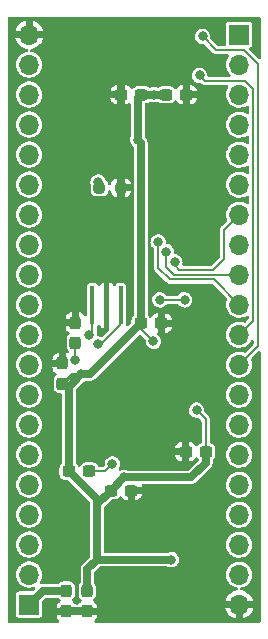
<source format=gbr>
%TF.GenerationSoftware,KiCad,Pcbnew,(6.0.1)*%
%TF.CreationDate,2022-02-14T12:01:51-05:00*%
%TF.ProjectId,demo,64656d6f-2e6b-4696-9361-645f70636258,rev?*%
%TF.SameCoordinates,Original*%
%TF.FileFunction,Copper,L2,Bot*%
%TF.FilePolarity,Positive*%
%FSLAX46Y46*%
G04 Gerber Fmt 4.6, Leading zero omitted, Abs format (unit mm)*
G04 Created by KiCad (PCBNEW (6.0.1)) date 2022-02-14 12:01:51*
%MOMM*%
%LPD*%
G01*
G04 APERTURE LIST*
G04 Aperture macros list*
%AMRoundRect*
0 Rectangle with rounded corners*
0 $1 Rounding radius*
0 $2 $3 $4 $5 $6 $7 $8 $9 X,Y pos of 4 corners*
0 Add a 4 corners polygon primitive as box body*
4,1,4,$2,$3,$4,$5,$6,$7,$8,$9,$2,$3,0*
0 Add four circle primitives for the rounded corners*
1,1,$1+$1,$2,$3*
1,1,$1+$1,$4,$5*
1,1,$1+$1,$6,$7*
1,1,$1+$1,$8,$9*
0 Add four rect primitives between the rounded corners*
20,1,$1+$1,$2,$3,$4,$5,0*
20,1,$1+$1,$4,$5,$6,$7,0*
20,1,$1+$1,$6,$7,$8,$9,0*
20,1,$1+$1,$8,$9,$2,$3,0*%
G04 Aperture macros list end*
%TA.AperFunction,SMDPad,CuDef*%
%ADD10RoundRect,0.237500X-0.300000X-0.237500X0.300000X-0.237500X0.300000X0.237500X-0.300000X0.237500X0*%
%TD*%
%TA.AperFunction,SMDPad,CuDef*%
%ADD11RoundRect,0.237500X0.300000X0.237500X-0.300000X0.237500X-0.300000X-0.237500X0.300000X-0.237500X0*%
%TD*%
%TA.AperFunction,SMDPad,CuDef*%
%ADD12RoundRect,0.237500X0.237500X-0.300000X0.237500X0.300000X-0.237500X0.300000X-0.237500X-0.300000X0*%
%TD*%
%TA.AperFunction,SMDPad,CuDef*%
%ADD13RoundRect,0.237500X0.250000X0.237500X-0.250000X0.237500X-0.250000X-0.237500X0.250000X-0.237500X0*%
%TD*%
%TA.AperFunction,SMDPad,CuDef*%
%ADD14R,0.400000X3.200000*%
%TD*%
%TA.AperFunction,ComponentPad*%
%ADD15R,1.700000X1.700000*%
%TD*%
%TA.AperFunction,ComponentPad*%
%ADD16O,1.700000X1.700000*%
%TD*%
%TA.AperFunction,SMDPad,CuDef*%
%ADD17RoundRect,0.237500X-0.237500X0.300000X-0.237500X-0.300000X0.237500X-0.300000X0.237500X0.300000X0*%
%TD*%
%TA.AperFunction,ViaPad*%
%ADD18C,0.800000*%
%TD*%
%TA.AperFunction,Conductor*%
%ADD19C,0.635000*%
%TD*%
%TA.AperFunction,Conductor*%
%ADD20C,0.203200*%
%TD*%
%TA.AperFunction,Conductor*%
%ADD21C,0.250000*%
%TD*%
G04 APERTURE END LIST*
D10*
%TO.P,C12,1*%
%TO.N,+3V3*%
X156363500Y-64770000D03*
%TO.P,C12,2*%
%TO.N,GND*%
X158088500Y-64770000D03*
%TD*%
D11*
%TO.P,C11,1*%
%TO.N,+3V3*%
X159739500Y-94996000D03*
%TO.P,C11,2*%
%TO.N,GND*%
X158014500Y-94996000D03*
%TD*%
D12*
%TO.P,C9,1*%
%TO.N,+3V3*%
X147574000Y-89254500D03*
%TO.P,C9,2*%
%TO.N,GND*%
X147574000Y-87529500D03*
%TD*%
D10*
%TO.P,C10,1*%
%TO.N,+3V3*%
X154229900Y-84124800D03*
%TO.P,C10,2*%
%TO.N,GND*%
X155954900Y-84124800D03*
%TD*%
D13*
%TO.P,R10,1*%
%TO.N,GND*%
X152550500Y-72644000D03*
%TO.P,R10,2*%
%TO.N,Net-(J6-Pad11)*%
X150725500Y-72644000D03*
%TD*%
D14*
%TO.P,Y1,1,1*%
%TO.N,Net-(U1-Pad5)*%
X152534800Y-82600800D03*
%TO.P,Y1,2,2*%
%TO.N,GND*%
X151334800Y-82600800D03*
%TO.P,Y1,3,3*%
%TO.N,Net-(U1-Pad6)*%
X150134800Y-82600800D03*
%TD*%
D15*
%TO.P,J2,1,Pin_1*%
%TO.N,B9*%
X162560000Y-59690000D03*
D16*
%TO.P,J2,2,Pin_2*%
%TO.N,B8*%
X162560000Y-62230000D03*
%TO.P,J2,3,Pin_3*%
%TO.N,B7*%
X162560000Y-64770000D03*
%TO.P,J2,4,Pin_4*%
%TO.N,B6*%
X162560000Y-67310000D03*
%TO.P,J2,5,Pin_5*%
%TO.N,B5*%
X162560000Y-69850000D03*
%TO.P,J2,6,Pin_6*%
%TO.N,B4*%
X162560000Y-72390000D03*
%TO.P,J2,7,Pin_7*%
%TO.N,B3_TRACESWO*%
X162560000Y-74930000D03*
%TO.P,J2,8,Pin_8*%
%TO.N,A15*%
X162560000Y-77470000D03*
%TO.P,J2,9,Pin_9*%
%TO.N,A14_SWCLK*%
X162560000Y-80010000D03*
%TO.P,J2,10,Pin_10*%
%TO.N,A13_SWDIO*%
X162560000Y-82550000D03*
%TO.P,J2,11,Pin_11*%
%TO.N,A12*%
X162560000Y-85090000D03*
%TO.P,J2,12,Pin_12*%
%TO.N,A11*%
X162560000Y-87630000D03*
%TO.P,J2,13,Pin_13*%
%TO.N,A10*%
X162560000Y-90170000D03*
%TO.P,J2,14,Pin_14*%
%TO.N,A9*%
X162560000Y-92710000D03*
%TO.P,J2,15,Pin_15*%
%TO.N,A8*%
X162560000Y-95250000D03*
%TO.P,J2,16,Pin_16*%
%TO.N,B15*%
X162560000Y-97790000D03*
%TO.P,J2,17,Pin_17*%
%TO.N,B14*%
X162560000Y-100330000D03*
%TO.P,J2,18,Pin_18*%
%TO.N,B13*%
X162560000Y-102870000D03*
%TO.P,J2,19,Pin_19*%
%TO.N,B11*%
X162560000Y-105410000D03*
%TO.P,J2,20,Pin_20*%
%TO.N,GND*%
X162560000Y-107950000D03*
%TD*%
D12*
%TO.P,C5,1*%
%TO.N,Net-(C5-Pad1)*%
X148691600Y-85800100D03*
%TO.P,C5,2*%
%TO.N,GND*%
X148691600Y-84075100D03*
%TD*%
D15*
%TO.P,J3,1,Pin_1*%
%TO.N,VDD*%
X144780000Y-107945000D03*
D16*
%TO.P,J3,2,Pin_2*%
%TO.N,+3V3*%
X144780000Y-105405000D03*
%TO.P,J3,3,Pin_3*%
%TO.N,B10*%
X144780000Y-102865000D03*
%TO.P,J3,4,Pin_4*%
%TO.N,B2*%
X144780000Y-100325000D03*
%TO.P,J3,5,Pin_5*%
%TO.N,B1*%
X144780000Y-97785000D03*
%TO.P,J3,6,Pin_6*%
%TO.N,B0*%
X144780000Y-95245000D03*
%TO.P,J3,7,Pin_7*%
%TO.N,A7*%
X144780000Y-92705000D03*
%TO.P,J3,8,Pin_8*%
%TO.N,A6*%
X144780000Y-90165000D03*
%TO.P,J3,9,Pin_9*%
%TO.N,A5*%
X144780000Y-87625000D03*
%TO.P,J3,10,Pin_10*%
%TO.N,A4*%
X144780000Y-85085000D03*
%TO.P,J3,11,Pin_11*%
%TO.N,A3*%
X144780000Y-82545000D03*
%TO.P,J3,12,Pin_12*%
%TO.N,A2*%
X144780000Y-80005000D03*
%TO.P,J3,13,Pin_13*%
%TO.N,A1*%
X144780000Y-77465000D03*
%TO.P,J3,14,Pin_14*%
%TO.N,A0*%
X144780000Y-74925000D03*
%TO.P,J3,15,Pin_15*%
%TO.N,C15*%
X144780000Y-72385000D03*
%TO.P,J3,16,Pin_16*%
%TO.N,C14*%
X144780000Y-69845000D03*
%TO.P,J3,17,Pin_17*%
%TO.N,C13*%
X144780000Y-67305000D03*
%TO.P,J3,18,Pin_18*%
%TO.N,/CAN_P*%
X144780000Y-64765000D03*
%TO.P,J3,19,Pin_19*%
%TO.N,/CAN_N*%
X144780000Y-62225000D03*
%TO.P,J3,20,Pin_20*%
%TO.N,GND*%
X144780000Y-59685000D03*
%TD*%
D17*
%TO.P,C3,1*%
%TO.N,+3V3*%
X149707600Y-106783800D03*
%TO.P,C3,2*%
%TO.N,GND*%
X149707600Y-108508800D03*
%TD*%
D11*
%TO.P,C8,1*%
%TO.N,+3V3*%
X154278500Y-64770000D03*
%TO.P,C8,2*%
%TO.N,GND*%
X152553500Y-64770000D03*
%TD*%
%TO.P,C4,1*%
%TO.N,Net-(C4-Pad1)*%
X149860000Y-96647000D03*
%TO.P,C4,2*%
%TO.N,+3V3*%
X148135000Y-96647000D03*
%TD*%
D10*
%TO.P,C7,1*%
%TO.N,+3V3*%
X151691000Y-98298000D03*
%TO.P,C7,2*%
%TO.N,GND*%
X153416000Y-98298000D03*
%TD*%
D17*
%TO.P,C2,1*%
%TO.N,VDD*%
X147929600Y-106782700D03*
%TO.P,C2,2*%
%TO.N,GND*%
X147929600Y-108507700D03*
%TD*%
D18*
%TO.N,GND*%
X153670000Y-88519000D03*
X153720800Y-91440000D03*
X153263600Y-101447600D03*
X148031200Y-100888800D03*
X147269200Y-68834000D03*
X154330400Y-101447600D03*
X153670000Y-94361000D03*
X159207200Y-68681600D03*
X156591000Y-91440000D03*
X150876000Y-91440000D03*
X155397200Y-101447600D03*
X148234400Y-68834000D03*
X150164800Y-68834000D03*
X159207200Y-67716400D03*
X148031200Y-101904800D03*
X159207200Y-66802000D03*
X148031200Y-98907600D03*
X149199600Y-68834000D03*
X148031200Y-99872800D03*
%TO.N,+3V3*%
X152808600Y-97180400D03*
X156820000Y-104140000D03*
X158953200Y-91490800D03*
X153974800Y-68580000D03*
X155346400Y-64770000D03*
X150520000Y-104140000D03*
X155295600Y-85648800D03*
X149203826Y-88457193D03*
%TO.N,Net-(C4-Pad1)*%
X151815345Y-96052309D03*
%TO.N,Net-(C5-Pad1)*%
X148691600Y-87223600D03*
%TO.N,B3_TRACESWO*%
X157104200Y-78943200D03*
%TO.N,A11*%
X159461200Y-59842400D03*
%TO.N,A12*%
X159207200Y-63144400D03*
%TO.N,A13_SWDIO*%
X155702000Y-77266800D03*
%TO.N,A14_SWCLK*%
X156403100Y-78072721D03*
%TO.N,Net-(J6-Pad11)*%
X150622000Y-72186800D03*
%TO.N,Net-(U1-Pad44)*%
X155854400Y-82143600D03*
X157937200Y-82143600D03*
%TO.N,Net-(U1-Pad5)*%
X150571200Y-85902800D03*
%TO.N,Net-(U1-Pad6)*%
X149860000Y-85090000D03*
%TD*%
D19*
%TO.N,VDD*%
X145942300Y-106782700D02*
X144780000Y-107945000D01*
X147929600Y-106782700D02*
X145942300Y-106782700D01*
%TO.N,GND*%
X149707600Y-108508800D02*
X147930700Y-108508800D01*
X147930700Y-108508800D02*
X147929600Y-108507700D01*
%TO.N,+3V3*%
X151691000Y-98298000D02*
X152808600Y-97180400D01*
D20*
X154229900Y-84124800D02*
X154229900Y-84583100D01*
D21*
X149203826Y-88457193D02*
X148371307Y-88457193D01*
D20*
X154229900Y-84583100D02*
X155295600Y-85648800D01*
D19*
X148135000Y-89526019D02*
X149203826Y-88457193D01*
X150520000Y-99032000D02*
X148135000Y-96647000D01*
X149707600Y-104952400D02*
X150520000Y-104140000D01*
X149897507Y-88457193D02*
X149203826Y-88457193D01*
X154278500Y-64770000D02*
X155346400Y-64770000D01*
X150520000Y-104140000D02*
X150520000Y-99469000D01*
X150520000Y-104140000D02*
X156820000Y-104140000D01*
X150520000Y-99469000D02*
X150520000Y-99032000D01*
X150520000Y-99469000D02*
X151691000Y-98298000D01*
X156363500Y-64770000D02*
X155346400Y-64770000D01*
X158496000Y-97180400D02*
X159739500Y-95936900D01*
X149707600Y-106783800D02*
X149707600Y-104952400D01*
X152808600Y-97180400D02*
X158496000Y-97180400D01*
X153974800Y-68580000D02*
X153974800Y-65073700D01*
X148135000Y-96647000D02*
X148135000Y-89526019D01*
D20*
X159739500Y-92277100D02*
X158953200Y-91490800D01*
D19*
X154229900Y-68835100D02*
X153974800Y-68580000D01*
D21*
X148371307Y-88457193D02*
X147574000Y-89254500D01*
D19*
X154229900Y-84124800D02*
X149897507Y-88457193D01*
X154229900Y-84124800D02*
X154229900Y-68835100D01*
X153974800Y-65073700D02*
X154278500Y-64770000D01*
X159739500Y-95936900D02*
X159739500Y-94996000D01*
D20*
X159739500Y-94996000D02*
X159739500Y-92277100D01*
%TO.N,Net-(C4-Pad1)*%
X151815345Y-96052309D02*
X151220654Y-96647000D01*
X151220654Y-96647000D02*
X149860000Y-96647000D01*
%TO.N,Net-(C5-Pad1)*%
X148691600Y-85800100D02*
X148691600Y-87223600D01*
%TO.N,B3_TRACESWO*%
X157483680Y-79607280D02*
X160371920Y-79607280D01*
X157104200Y-78943200D02*
X157104200Y-79227800D01*
X160371920Y-79607280D02*
X161290000Y-78689200D01*
X161290000Y-76200000D02*
X162560000Y-74930000D01*
X157104200Y-79227800D02*
X157483680Y-79607280D01*
X161290000Y-78689200D02*
X161290000Y-76200000D01*
%TO.N,A11*%
X159461200Y-59842400D02*
X160629600Y-61010800D01*
X164131120Y-62173202D02*
X164131120Y-86058880D01*
X164131120Y-86058880D02*
X162560000Y-87630000D01*
X160629600Y-61010800D02*
X162968718Y-61010800D01*
X162968718Y-61010800D02*
X164131120Y-62173202D01*
%TO.N,A12*%
X159681689Y-63618889D02*
X163036807Y-63618889D01*
X163728400Y-83921600D02*
X162560000Y-85090000D01*
X163036807Y-63618889D02*
X163728400Y-64310482D01*
X163728400Y-64310482D02*
X163728400Y-83921600D01*
X159207200Y-63144400D02*
X159681689Y-63618889D01*
%TO.N,A13_SWDIO*%
X160426400Y-80416400D02*
X162560000Y-82550000D01*
X156667200Y-80416400D02*
X160426400Y-80416400D01*
X155702000Y-77266800D02*
X155702000Y-79451200D01*
X155702000Y-79451200D02*
X156667200Y-80416400D01*
%TO.N,A14_SWCLK*%
X156403100Y-78072721D02*
X156403100Y-79390300D01*
X156403100Y-79390300D02*
X157022800Y-80010000D01*
X157022800Y-80010000D02*
X162560000Y-80010000D01*
%TO.N,Net-(U1-Pad44)*%
X157937200Y-82143600D02*
X155854400Y-82143600D01*
%TO.N,Net-(U1-Pad5)*%
X150876000Y-85902800D02*
X150571200Y-85902800D01*
X152501600Y-84277200D02*
X150876000Y-85902800D01*
X152501600Y-82651600D02*
X152501600Y-84277200D01*
%TO.N,Net-(U1-Pad6)*%
X150134800Y-82600800D02*
X150134800Y-84815200D01*
X150134800Y-84815200D02*
X149860000Y-85090000D01*
%TD*%
%TA.AperFunction,Conductor*%
%TO.N,GND*%
G36*
X164325553Y-58186002D02*
G01*
X164337378Y-58194611D01*
X164340326Y-58197031D01*
X164357769Y-58214474D01*
X164360189Y-58217422D01*
X164387951Y-58282765D01*
X164388800Y-58297368D01*
X164388800Y-61623091D01*
X164368798Y-61691212D01*
X164315142Y-61737705D01*
X164244868Y-61747809D01*
X164180288Y-61718315D01*
X164173721Y-61712202D01*
X163451248Y-60989728D01*
X163417224Y-60927418D01*
X163422289Y-60856602D01*
X163464836Y-60799767D01*
X163492129Y-60784225D01*
X163497125Y-60782156D01*
X163509301Y-60779734D01*
X163519621Y-60772839D01*
X163519622Y-60772838D01*
X163583168Y-60730377D01*
X163593484Y-60723484D01*
X163649734Y-60639301D01*
X163664500Y-60565067D01*
X163664499Y-58814934D01*
X163657388Y-58779182D01*
X163652156Y-58752874D01*
X163652155Y-58752872D01*
X163649734Y-58740699D01*
X163593484Y-58656516D01*
X163509301Y-58600266D01*
X163435067Y-58585500D01*
X162560142Y-58585500D01*
X161684934Y-58585501D01*
X161649182Y-58592612D01*
X161622874Y-58597844D01*
X161622872Y-58597845D01*
X161610699Y-58600266D01*
X161600379Y-58607161D01*
X161600378Y-58607162D01*
X161565029Y-58630782D01*
X161526516Y-58656516D01*
X161470266Y-58740699D01*
X161455500Y-58814933D01*
X161455501Y-59685971D01*
X161455501Y-60528700D01*
X161435499Y-60596821D01*
X161381843Y-60643314D01*
X161329501Y-60654700D01*
X160829292Y-60654700D01*
X160761171Y-60634698D01*
X160740196Y-60617795D01*
X160147219Y-60024817D01*
X160113194Y-59962505D01*
X160111572Y-59917969D01*
X160119781Y-59860291D01*
X160119781Y-59860288D01*
X160120362Y-59856207D01*
X160120507Y-59842400D01*
X160101476Y-59685133D01*
X160045480Y-59536946D01*
X159955753Y-59406392D01*
X159929868Y-59383329D01*
X159843146Y-59306064D01*
X159837475Y-59301011D01*
X159830089Y-59297100D01*
X159704188Y-59230439D01*
X159704189Y-59230439D01*
X159697474Y-59226884D01*
X159543833Y-59188292D01*
X159536234Y-59188252D01*
X159536233Y-59188252D01*
X159470381Y-59187907D01*
X159385421Y-59187462D01*
X159378041Y-59189234D01*
X159378039Y-59189234D01*
X159238763Y-59222671D01*
X159238760Y-59222672D01*
X159231384Y-59224443D01*
X159090614Y-59297100D01*
X158971239Y-59401238D01*
X158880150Y-59530844D01*
X158822606Y-59678437D01*
X158801929Y-59835496D01*
X158819313Y-59992953D01*
X158821923Y-60000084D01*
X158821923Y-60000086D01*
X158856697Y-60095110D01*
X158873753Y-60141719D01*
X158962108Y-60273205D01*
X159079276Y-60379819D01*
X159218493Y-60455408D01*
X159371722Y-60495607D01*
X159457406Y-60496953D01*
X159522520Y-60497976D01*
X159522523Y-60497976D01*
X159530116Y-60498095D01*
X159537517Y-60496400D01*
X159544787Y-60495636D01*
X159614625Y-60508410D01*
X159647049Y-60531851D01*
X160341433Y-61226235D01*
X160354105Y-61241925D01*
X160356927Y-61245026D01*
X160362575Y-61253774D01*
X160370753Y-61260221D01*
X160386967Y-61273003D01*
X160390997Y-61276584D01*
X160391080Y-61276486D01*
X160395037Y-61279839D01*
X160398718Y-61283520D01*
X160402950Y-61286544D01*
X160402952Y-61286546D01*
X160413311Y-61293949D01*
X160418056Y-61297512D01*
X160447495Y-61320720D01*
X160447497Y-61320721D01*
X160455675Y-61327168D01*
X160463780Y-61330014D01*
X160470771Y-61335010D01*
X160504132Y-61344987D01*
X160516671Y-61348737D01*
X160522315Y-61350571D01*
X160560047Y-61363821D01*
X160560050Y-61363822D01*
X160567529Y-61366448D01*
X160572748Y-61366900D01*
X160575459Y-61366900D01*
X160577735Y-61366998D01*
X160578185Y-61367133D01*
X160578183Y-61367187D01*
X160578414Y-61367202D01*
X160584351Y-61368977D01*
X160634749Y-61366997D01*
X160639695Y-61366900D01*
X161574099Y-61366900D01*
X161642220Y-61386902D01*
X161688713Y-61440558D01*
X161698817Y-61510832D01*
X161673049Y-61570905D01*
X161633300Y-61621326D01*
X161633293Y-61621336D01*
X161629720Y-61625869D01*
X161627031Y-61630980D01*
X161627029Y-61630983D01*
X161595341Y-61691212D01*
X161535203Y-61805515D01*
X161475007Y-61999378D01*
X161451148Y-62200964D01*
X161464424Y-62403522D01*
X161514392Y-62600269D01*
X161516809Y-62605512D01*
X161551705Y-62681208D01*
X161599377Y-62784616D01*
X161602710Y-62789332D01*
X161709664Y-62940669D01*
X161716533Y-62950389D01*
X161815233Y-63046537D01*
X161850069Y-63108396D01*
X161845932Y-63179272D01*
X161804134Y-63236660D01*
X161737944Y-63262339D01*
X161727310Y-63262789D01*
X159992008Y-63262789D01*
X159923887Y-63242787D01*
X159877394Y-63189131D01*
X159866501Y-63144941D01*
X159866507Y-63144400D01*
X159847476Y-62987133D01*
X159791480Y-62838946D01*
X159750704Y-62779616D01*
X159706055Y-62714651D01*
X159706054Y-62714649D01*
X159701753Y-62708392D01*
X159583475Y-62603011D01*
X159576089Y-62599100D01*
X159450188Y-62532439D01*
X159450189Y-62532439D01*
X159443474Y-62528884D01*
X159289833Y-62490292D01*
X159282234Y-62490252D01*
X159282233Y-62490252D01*
X159216381Y-62489907D01*
X159131421Y-62489462D01*
X159124041Y-62491234D01*
X159124039Y-62491234D01*
X158984763Y-62524671D01*
X158984760Y-62524672D01*
X158977384Y-62526443D01*
X158836614Y-62599100D01*
X158717239Y-62703238D01*
X158626150Y-62832844D01*
X158614503Y-62862718D01*
X158582271Y-62945389D01*
X158568606Y-62980437D01*
X158567614Y-62987970D01*
X158567614Y-62987971D01*
X158554150Y-63090245D01*
X158547929Y-63137496D01*
X158548763Y-63145046D01*
X158563656Y-63279942D01*
X158565313Y-63294953D01*
X158567923Y-63302084D01*
X158567923Y-63302086D01*
X158601548Y-63393970D01*
X158619753Y-63443719D01*
X158708108Y-63575205D01*
X158713727Y-63580318D01*
X158713728Y-63580319D01*
X158816715Y-63674029D01*
X158825276Y-63681819D01*
X158964493Y-63757408D01*
X159117722Y-63797607D01*
X159203406Y-63798953D01*
X159268520Y-63799976D01*
X159268523Y-63799976D01*
X159276116Y-63800095D01*
X159283517Y-63798400D01*
X159290787Y-63797636D01*
X159360625Y-63810410D01*
X159393049Y-63833851D01*
X159393520Y-63834322D01*
X159406204Y-63850025D01*
X159409015Y-63853114D01*
X159414664Y-63861863D01*
X159439056Y-63881092D01*
X159443086Y-63884673D01*
X159443169Y-63884575D01*
X159447126Y-63887928D01*
X159450807Y-63891609D01*
X159455039Y-63894633D01*
X159455041Y-63894635D01*
X159465400Y-63902038D01*
X159470145Y-63905601D01*
X159499584Y-63928809D01*
X159499586Y-63928810D01*
X159507764Y-63935257D01*
X159515869Y-63938103D01*
X159522860Y-63943099D01*
X159541081Y-63948548D01*
X159568751Y-63956823D01*
X159574396Y-63958657D01*
X159612136Y-63971910D01*
X159612139Y-63971911D01*
X159619618Y-63974537D01*
X159624837Y-63974989D01*
X159627548Y-63974989D01*
X159629825Y-63975087D01*
X159630274Y-63975222D01*
X159630272Y-63975276D01*
X159630505Y-63975291D01*
X159636441Y-63977066D01*
X159686839Y-63975086D01*
X159691785Y-63974989D01*
X161522246Y-63974989D01*
X161590367Y-63994991D01*
X161636860Y-64048647D01*
X161646964Y-64118921D01*
X161629390Y-64165696D01*
X161629720Y-64165869D01*
X161627035Y-64170973D01*
X161627032Y-64170977D01*
X161595409Y-64231083D01*
X161535203Y-64345515D01*
X161475007Y-64539378D01*
X161451148Y-64740964D01*
X161464424Y-64943522D01*
X161465845Y-64949118D01*
X161465846Y-64949123D01*
X161501011Y-65087583D01*
X161514392Y-65140269D01*
X161599377Y-65324616D01*
X161602710Y-65329332D01*
X161709664Y-65480669D01*
X161716533Y-65490389D01*
X161720675Y-65494424D01*
X161760219Y-65532946D01*
X161861938Y-65632035D01*
X162030720Y-65744812D01*
X162036023Y-65747090D01*
X162036026Y-65747092D01*
X162200283Y-65817662D01*
X162217228Y-65824942D01*
X162290244Y-65841464D01*
X162409579Y-65868467D01*
X162409584Y-65868468D01*
X162415216Y-65869742D01*
X162420987Y-65869969D01*
X162420989Y-65869969D01*
X162480756Y-65872317D01*
X162618053Y-65877712D01*
X162718499Y-65863148D01*
X162813231Y-65849413D01*
X162813236Y-65849412D01*
X162818945Y-65848584D01*
X162824409Y-65846729D01*
X162824414Y-65846728D01*
X163005693Y-65785192D01*
X163005698Y-65785190D01*
X163011165Y-65783334D01*
X163184736Y-65686130D01*
X163253942Y-65670297D01*
X163320725Y-65694394D01*
X163363877Y-65750771D01*
X163372300Y-65796065D01*
X163372300Y-66287970D01*
X163352298Y-66356091D01*
X163298642Y-66402584D01*
X163228368Y-66412688D01*
X163179065Y-66394532D01*
X163068464Y-66324748D01*
X163063581Y-66321667D01*
X162875039Y-66246446D01*
X162869379Y-66245320D01*
X162869375Y-66245319D01*
X162681613Y-66207971D01*
X162681610Y-66207971D01*
X162675946Y-66206844D01*
X162670171Y-66206768D01*
X162670167Y-66206768D01*
X162568793Y-66205441D01*
X162472971Y-66204187D01*
X162467274Y-66205166D01*
X162467273Y-66205166D01*
X162307705Y-66232585D01*
X162272910Y-66238564D01*
X162082463Y-66308824D01*
X161908010Y-66412612D01*
X161903670Y-66416418D01*
X161903666Y-66416421D01*
X161765434Y-66537648D01*
X161755392Y-66546455D01*
X161629720Y-66705869D01*
X161627031Y-66710980D01*
X161627029Y-66710983D01*
X161579128Y-66802027D01*
X161535203Y-66885515D01*
X161475007Y-67079378D01*
X161451148Y-67280964D01*
X161464424Y-67483522D01*
X161514392Y-67680269D01*
X161599377Y-67864616D01*
X161602710Y-67869332D01*
X161709664Y-68020669D01*
X161716533Y-68030389D01*
X161861938Y-68172035D01*
X162030720Y-68284812D01*
X162036023Y-68287090D01*
X162036026Y-68287092D01*
X162200283Y-68357662D01*
X162217228Y-68364942D01*
X162290244Y-68381464D01*
X162409579Y-68408467D01*
X162409584Y-68408468D01*
X162415216Y-68409742D01*
X162420987Y-68409969D01*
X162420989Y-68409969D01*
X162480756Y-68412317D01*
X162618053Y-68417712D01*
X162718499Y-68403148D01*
X162813231Y-68389413D01*
X162813236Y-68389412D01*
X162818945Y-68388584D01*
X162824409Y-68386729D01*
X162824414Y-68386728D01*
X163005693Y-68325192D01*
X163005698Y-68325190D01*
X163011165Y-68323334D01*
X163184736Y-68226130D01*
X163253942Y-68210297D01*
X163320725Y-68234394D01*
X163363877Y-68290771D01*
X163372300Y-68336065D01*
X163372300Y-68827970D01*
X163352298Y-68896091D01*
X163298642Y-68942584D01*
X163228368Y-68952688D01*
X163179065Y-68934532D01*
X163068464Y-68864748D01*
X163063581Y-68861667D01*
X162875039Y-68786446D01*
X162869379Y-68785320D01*
X162869375Y-68785319D01*
X162681613Y-68747971D01*
X162681610Y-68747971D01*
X162675946Y-68746844D01*
X162670171Y-68746768D01*
X162670167Y-68746768D01*
X162568793Y-68745441D01*
X162472971Y-68744187D01*
X162467274Y-68745166D01*
X162467273Y-68745166D01*
X162307705Y-68772585D01*
X162272910Y-68778564D01*
X162082463Y-68848824D01*
X161908010Y-68952612D01*
X161903670Y-68956418D01*
X161903666Y-68956421D01*
X161765434Y-69077648D01*
X161755392Y-69086455D01*
X161629720Y-69245869D01*
X161627031Y-69250980D01*
X161627029Y-69250983D01*
X161579128Y-69342027D01*
X161535203Y-69425515D01*
X161475007Y-69619378D01*
X161451148Y-69820964D01*
X161464424Y-70023522D01*
X161514392Y-70220269D01*
X161599377Y-70404616D01*
X161602710Y-70409332D01*
X161709664Y-70560669D01*
X161716533Y-70570389D01*
X161861938Y-70712035D01*
X162030720Y-70824812D01*
X162036023Y-70827090D01*
X162036026Y-70827092D01*
X162200283Y-70897662D01*
X162217228Y-70904942D01*
X162290244Y-70921464D01*
X162409579Y-70948467D01*
X162409584Y-70948468D01*
X162415216Y-70949742D01*
X162420987Y-70949969D01*
X162420989Y-70949969D01*
X162480756Y-70952317D01*
X162618053Y-70957712D01*
X162718499Y-70943148D01*
X162813231Y-70929413D01*
X162813236Y-70929412D01*
X162818945Y-70928584D01*
X162824409Y-70926729D01*
X162824414Y-70926728D01*
X163005693Y-70865192D01*
X163005698Y-70865190D01*
X163011165Y-70863334D01*
X163184736Y-70766130D01*
X163253942Y-70750297D01*
X163320725Y-70774394D01*
X163363877Y-70830771D01*
X163372300Y-70876065D01*
X163372300Y-71367970D01*
X163352298Y-71436091D01*
X163298642Y-71482584D01*
X163228368Y-71492688D01*
X163179065Y-71474532D01*
X163068464Y-71404748D01*
X163063581Y-71401667D01*
X162875039Y-71326446D01*
X162869379Y-71325320D01*
X162869375Y-71325319D01*
X162681613Y-71287971D01*
X162681610Y-71287971D01*
X162675946Y-71286844D01*
X162670171Y-71286768D01*
X162670167Y-71286768D01*
X162568793Y-71285441D01*
X162472971Y-71284187D01*
X162467274Y-71285166D01*
X162467273Y-71285166D01*
X162307705Y-71312585D01*
X162272910Y-71318564D01*
X162082463Y-71388824D01*
X161908010Y-71492612D01*
X161903670Y-71496418D01*
X161903666Y-71496421D01*
X161765434Y-71617648D01*
X161755392Y-71626455D01*
X161629720Y-71785869D01*
X161627031Y-71790980D01*
X161627029Y-71790983D01*
X161610026Y-71823301D01*
X161535203Y-71965515D01*
X161475007Y-72159378D01*
X161451148Y-72360964D01*
X161464424Y-72563522D01*
X161514392Y-72760269D01*
X161599377Y-72944616D01*
X161619223Y-72972698D01*
X161709664Y-73100669D01*
X161716533Y-73110389D01*
X161861938Y-73252035D01*
X162030720Y-73364812D01*
X162036023Y-73367090D01*
X162036026Y-73367092D01*
X162200283Y-73437662D01*
X162217228Y-73444942D01*
X162285812Y-73460461D01*
X162409579Y-73488467D01*
X162409584Y-73488468D01*
X162415216Y-73489742D01*
X162420987Y-73489969D01*
X162420989Y-73489969D01*
X162480756Y-73492317D01*
X162618053Y-73497712D01*
X162718499Y-73483148D01*
X162813231Y-73469413D01*
X162813236Y-73469412D01*
X162818945Y-73468584D01*
X162824409Y-73466729D01*
X162824414Y-73466728D01*
X163005693Y-73405192D01*
X163005698Y-73405190D01*
X163011165Y-73403334D01*
X163184736Y-73306130D01*
X163253942Y-73290297D01*
X163320725Y-73314394D01*
X163363877Y-73370771D01*
X163372300Y-73416065D01*
X163372300Y-73907970D01*
X163352298Y-73976091D01*
X163298642Y-74022584D01*
X163228368Y-74032688D01*
X163179065Y-74014532D01*
X163068464Y-73944748D01*
X163063581Y-73941667D01*
X162875039Y-73866446D01*
X162869379Y-73865320D01*
X162869375Y-73865319D01*
X162681613Y-73827971D01*
X162681610Y-73827971D01*
X162675946Y-73826844D01*
X162670171Y-73826768D01*
X162670167Y-73826768D01*
X162568793Y-73825441D01*
X162472971Y-73824187D01*
X162467274Y-73825166D01*
X162467273Y-73825166D01*
X162307705Y-73852585D01*
X162272910Y-73858564D01*
X162082463Y-73928824D01*
X161908010Y-74032612D01*
X161903670Y-74036418D01*
X161903666Y-74036421D01*
X161765434Y-74157648D01*
X161755392Y-74166455D01*
X161629720Y-74325869D01*
X161627031Y-74330980D01*
X161627029Y-74330983D01*
X161579128Y-74422027D01*
X161535203Y-74505515D01*
X161475007Y-74699378D01*
X161451148Y-74900964D01*
X161464424Y-75103522D01*
X161514392Y-75300269D01*
X161531817Y-75338067D01*
X161542172Y-75408302D01*
X161512910Y-75472988D01*
X161506486Y-75479912D01*
X161074565Y-75911833D01*
X161058875Y-75924505D01*
X161055774Y-75927327D01*
X161047026Y-75932975D01*
X161040579Y-75941153D01*
X161027797Y-75957367D01*
X161024216Y-75961397D01*
X161024314Y-75961480D01*
X161020961Y-75965437D01*
X161017280Y-75969118D01*
X161014256Y-75973350D01*
X161014254Y-75973352D01*
X161006851Y-75983711D01*
X161003288Y-75988456D01*
X160980080Y-76017895D01*
X160980079Y-76017897D01*
X160973632Y-76026075D01*
X160970786Y-76034180D01*
X160965790Y-76041171D01*
X160962806Y-76051150D01*
X160952066Y-76087062D01*
X160950232Y-76092707D01*
X160936979Y-76130447D01*
X160934352Y-76137929D01*
X160933900Y-76143148D01*
X160933900Y-76145859D01*
X160933802Y-76148136D01*
X160933667Y-76148585D01*
X160933613Y-76148583D01*
X160933598Y-76148816D01*
X160931823Y-76154752D01*
X160932232Y-76165156D01*
X160933803Y-76205150D01*
X160933900Y-76210096D01*
X160933900Y-78489508D01*
X160913898Y-78557629D01*
X160896995Y-78578604D01*
X160261322Y-79214276D01*
X160199010Y-79248301D01*
X160172227Y-79251180D01*
X157866698Y-79251180D01*
X157798577Y-79231178D01*
X157752084Y-79177522D01*
X157741955Y-79107427D01*
X157762781Y-78961091D01*
X157762781Y-78961088D01*
X157763362Y-78957007D01*
X157763431Y-78950465D01*
X157763464Y-78947334D01*
X157763464Y-78947328D01*
X157763507Y-78943200D01*
X157762223Y-78932585D01*
X157752503Y-78852267D01*
X157744476Y-78785933D01*
X157688480Y-78637746D01*
X157643784Y-78572712D01*
X157603055Y-78513451D01*
X157603054Y-78513449D01*
X157598753Y-78507192D01*
X157480475Y-78401811D01*
X157340474Y-78327684D01*
X157186833Y-78289092D01*
X157179238Y-78289052D01*
X157179236Y-78289052D01*
X157178787Y-78289050D01*
X157177986Y-78289046D01*
X157177113Y-78288784D01*
X157171703Y-78288101D01*
X157171817Y-78287199D01*
X157109971Y-78268690D01*
X157063758Y-78214794D01*
X157053899Y-78145296D01*
X157061681Y-78090615D01*
X157061682Y-78090605D01*
X157062262Y-78086528D01*
X157062407Y-78072721D01*
X157043376Y-77915454D01*
X156987380Y-77767267D01*
X156980848Y-77757763D01*
X156901955Y-77642972D01*
X156901954Y-77642970D01*
X156897653Y-77636713D01*
X156779375Y-77531332D01*
X156639374Y-77457205D01*
X156485733Y-77418613D01*
X156478133Y-77418573D01*
X156470603Y-77417622D01*
X156471045Y-77414123D01*
X156418221Y-77398613D01*
X156371728Y-77344957D01*
X156360765Y-77283395D01*
X156361162Y-77280607D01*
X156361307Y-77266800D01*
X156359326Y-77250425D01*
X156356716Y-77228861D01*
X156342276Y-77109533D01*
X156286280Y-76961346D01*
X156220739Y-76865983D01*
X156200855Y-76837051D01*
X156200854Y-76837049D01*
X156196553Y-76830792D01*
X156078275Y-76725411D01*
X156070889Y-76721500D01*
X155944988Y-76654839D01*
X155944989Y-76654839D01*
X155938274Y-76651284D01*
X155784633Y-76612692D01*
X155777034Y-76612652D01*
X155777033Y-76612652D01*
X155711181Y-76612307D01*
X155626221Y-76611862D01*
X155618841Y-76613634D01*
X155618839Y-76613634D01*
X155479563Y-76647071D01*
X155479560Y-76647072D01*
X155472184Y-76648843D01*
X155331414Y-76721500D01*
X155212039Y-76825638D01*
X155120950Y-76955244D01*
X155063406Y-77102837D01*
X155062414Y-77110370D01*
X155062414Y-77110371D01*
X155052822Y-77183231D01*
X155024100Y-77248158D01*
X154996436Y-77266405D01*
X155010412Y-77272788D01*
X155048796Y-77332514D01*
X155053139Y-77354185D01*
X155054666Y-77368012D01*
X155060113Y-77417353D01*
X155062723Y-77424484D01*
X155062723Y-77424486D01*
X155100522Y-77527776D01*
X155114553Y-77566119D01*
X155118789Y-77572422D01*
X155118789Y-77572423D01*
X155166970Y-77644123D01*
X155202908Y-77697605D01*
X155208527Y-77702718D01*
X155208528Y-77702719D01*
X155304699Y-77790227D01*
X155341622Y-77850867D01*
X155345900Y-77883421D01*
X155345900Y-79399772D01*
X155343766Y-79419821D01*
X155343568Y-79424011D01*
X155341376Y-79434193D01*
X155342600Y-79444534D01*
X155345027Y-79465040D01*
X155345344Y-79470415D01*
X155345472Y-79470404D01*
X155345900Y-79475582D01*
X155345900Y-79480784D01*
X155346754Y-79485914D01*
X155348839Y-79498443D01*
X155349674Y-79504315D01*
X155354084Y-79541574D01*
X155354086Y-79541581D01*
X155355310Y-79551922D01*
X155359030Y-79559668D01*
X155360440Y-79568142D01*
X155381270Y-79606748D01*
X155383192Y-79610309D01*
X155385885Y-79615596D01*
X155403195Y-79651642D01*
X155403197Y-79651645D01*
X155406628Y-79658790D01*
X155409999Y-79662800D01*
X155411937Y-79664738D01*
X155413452Y-79666389D01*
X155413673Y-79666799D01*
X155413631Y-79666837D01*
X155413792Y-79667020D01*
X155416735Y-79672474D01*
X155424382Y-79679542D01*
X155424382Y-79679543D01*
X155453794Y-79706731D01*
X155457360Y-79710161D01*
X156379032Y-80631833D01*
X156391704Y-80647522D01*
X156394524Y-80650622D01*
X156400175Y-80659374D01*
X156408353Y-80665821D01*
X156408354Y-80665822D01*
X156424567Y-80678603D01*
X156428597Y-80682184D01*
X156428680Y-80682086D01*
X156432637Y-80685439D01*
X156436318Y-80689120D01*
X156440550Y-80692144D01*
X156440552Y-80692146D01*
X156450911Y-80699549D01*
X156455656Y-80703112D01*
X156485095Y-80726320D01*
X156485097Y-80726321D01*
X156493275Y-80732768D01*
X156501380Y-80735614D01*
X156508371Y-80740610D01*
X156553976Y-80754249D01*
X156554262Y-80754334D01*
X156559907Y-80756168D01*
X156597647Y-80769421D01*
X156597650Y-80769422D01*
X156605129Y-80772048D01*
X156610348Y-80772500D01*
X156613059Y-80772500D01*
X156615336Y-80772598D01*
X156615785Y-80772733D01*
X156615783Y-80772787D01*
X156616016Y-80772802D01*
X156621952Y-80774577D01*
X156672350Y-80772597D01*
X156677296Y-80772500D01*
X160226709Y-80772500D01*
X160294830Y-80792502D01*
X160315804Y-80809405D01*
X161504401Y-81998002D01*
X161538427Y-82060314D01*
X161532678Y-82124731D01*
X161535203Y-82125515D01*
X161482840Y-82294153D01*
X161475007Y-82319378D01*
X161451148Y-82520964D01*
X161464424Y-82723522D01*
X161465845Y-82729118D01*
X161465846Y-82729123D01*
X161483036Y-82796807D01*
X161514392Y-82920269D01*
X161599377Y-83104616D01*
X161602710Y-83109332D01*
X161709664Y-83260669D01*
X161716533Y-83270389D01*
X161861938Y-83412035D01*
X162030720Y-83524812D01*
X162036023Y-83527090D01*
X162036026Y-83527092D01*
X162172867Y-83585883D01*
X162217228Y-83604942D01*
X162279051Y-83618931D01*
X162409579Y-83648467D01*
X162409584Y-83648468D01*
X162415216Y-83649742D01*
X162420987Y-83649969D01*
X162420989Y-83649969D01*
X162480756Y-83652317D01*
X162618053Y-83657712D01*
X162730424Y-83641419D01*
X162813231Y-83629413D01*
X162813236Y-83629412D01*
X162818945Y-83628584D01*
X162824409Y-83626729D01*
X162824414Y-83626728D01*
X163005693Y-83565192D01*
X163005698Y-83565190D01*
X163011165Y-83563334D01*
X163184736Y-83466130D01*
X163253942Y-83450297D01*
X163320725Y-83474394D01*
X163363877Y-83530771D01*
X163372300Y-83576065D01*
X163372300Y-83721908D01*
X163352298Y-83790029D01*
X163335395Y-83811004D01*
X163108798Y-84037600D01*
X163046486Y-84071625D01*
X162973014Y-84065534D01*
X162875039Y-84026446D01*
X162869379Y-84025320D01*
X162869375Y-84025319D01*
X162681613Y-83987971D01*
X162681610Y-83987971D01*
X162675946Y-83986844D01*
X162670171Y-83986768D01*
X162670167Y-83986768D01*
X162568793Y-83985441D01*
X162472971Y-83984187D01*
X162467274Y-83985166D01*
X162467273Y-83985166D01*
X162307705Y-84012585D01*
X162272910Y-84018564D01*
X162082463Y-84088824D01*
X161908010Y-84192612D01*
X161903670Y-84196418D01*
X161903666Y-84196421D01*
X161766168Y-84317005D01*
X161755392Y-84326455D01*
X161629720Y-84485869D01*
X161627031Y-84490980D01*
X161627029Y-84490983D01*
X161593382Y-84554935D01*
X161535203Y-84665515D01*
X161475007Y-84859378D01*
X161451148Y-85060964D01*
X161464424Y-85263522D01*
X161465845Y-85269118D01*
X161465846Y-85269123D01*
X161483398Y-85338231D01*
X161514392Y-85460269D01*
X161516809Y-85465512D01*
X161551705Y-85541208D01*
X161599377Y-85644616D01*
X161612092Y-85662607D01*
X161709664Y-85800669D01*
X161716533Y-85810389D01*
X161861938Y-85952035D01*
X162030720Y-86064812D01*
X162036023Y-86067090D01*
X162036026Y-86067092D01*
X162124707Y-86105192D01*
X162217228Y-86144942D01*
X162290244Y-86161464D01*
X162409579Y-86188467D01*
X162409584Y-86188468D01*
X162415216Y-86189742D01*
X162420987Y-86189969D01*
X162420989Y-86189969D01*
X162480756Y-86192317D01*
X162618053Y-86197712D01*
X162732562Y-86181109D01*
X162813231Y-86169413D01*
X162813236Y-86169412D01*
X162818945Y-86168584D01*
X162824409Y-86166729D01*
X162824414Y-86166728D01*
X163005693Y-86105192D01*
X163005698Y-86105190D01*
X163011165Y-86103334D01*
X163016776Y-86100192D01*
X163113894Y-86045803D01*
X163188276Y-86004147D01*
X163198730Y-85995453D01*
X163339913Y-85878031D01*
X163344345Y-85874345D01*
X163384142Y-85826495D01*
X163470453Y-85722718D01*
X163470455Y-85722715D01*
X163474147Y-85718276D01*
X163539087Y-85602317D01*
X163589822Y-85552657D01*
X163659354Y-85538310D01*
X163725605Y-85563831D01*
X163767540Y-85621119D01*
X163775020Y-85663885D01*
X163775020Y-85859188D01*
X163755018Y-85927309D01*
X163738115Y-85948284D01*
X163108798Y-86577600D01*
X163046486Y-86611625D01*
X162973014Y-86605534D01*
X162875039Y-86566446D01*
X162869379Y-86565320D01*
X162869375Y-86565319D01*
X162681613Y-86527971D01*
X162681610Y-86527971D01*
X162675946Y-86526844D01*
X162670171Y-86526768D01*
X162670167Y-86526768D01*
X162568793Y-86525441D01*
X162472971Y-86524187D01*
X162467274Y-86525166D01*
X162467273Y-86525166D01*
X162278607Y-86557585D01*
X162272910Y-86558564D01*
X162082463Y-86628824D01*
X161908010Y-86732612D01*
X161903670Y-86736418D01*
X161903666Y-86736421D01*
X161765434Y-86857648D01*
X161755392Y-86866455D01*
X161629720Y-87025869D01*
X161627031Y-87030980D01*
X161627029Y-87030983D01*
X161601976Y-87078601D01*
X161535203Y-87205515D01*
X161475007Y-87399378D01*
X161451148Y-87600964D01*
X161464424Y-87803522D01*
X161465845Y-87809118D01*
X161465846Y-87809123D01*
X161484849Y-87883945D01*
X161514392Y-88000269D01*
X161516809Y-88005512D01*
X161551705Y-88081208D01*
X161599377Y-88184616D01*
X161602710Y-88189332D01*
X161709664Y-88340669D01*
X161716533Y-88350389D01*
X161861938Y-88492035D01*
X162030720Y-88604812D01*
X162036023Y-88607090D01*
X162036026Y-88607092D01*
X162124707Y-88645192D01*
X162217228Y-88684942D01*
X162290244Y-88701464D01*
X162409579Y-88728467D01*
X162409584Y-88728468D01*
X162415216Y-88729742D01*
X162420987Y-88729969D01*
X162420989Y-88729969D01*
X162480756Y-88732317D01*
X162618053Y-88737712D01*
X162718499Y-88723148D01*
X162813231Y-88709413D01*
X162813236Y-88709412D01*
X162818945Y-88708584D01*
X162824409Y-88706729D01*
X162824414Y-88706728D01*
X163005693Y-88645192D01*
X163005698Y-88645190D01*
X163011165Y-88643334D01*
X163016776Y-88640192D01*
X163088879Y-88599812D01*
X163188276Y-88544147D01*
X163198730Y-88535453D01*
X163339913Y-88418031D01*
X163344345Y-88414345D01*
X163399196Y-88348394D01*
X163470453Y-88262718D01*
X163470455Y-88262715D01*
X163474147Y-88258276D01*
X163549794Y-88123198D01*
X163570510Y-88086208D01*
X163570511Y-88086206D01*
X163573334Y-88081165D01*
X163575190Y-88075698D01*
X163575192Y-88075693D01*
X163636728Y-87894414D01*
X163636729Y-87894409D01*
X163638584Y-87888945D01*
X163639412Y-87883236D01*
X163639413Y-87883231D01*
X163657132Y-87761019D01*
X163667712Y-87688053D01*
X163669232Y-87630000D01*
X163650658Y-87427859D01*
X163644244Y-87405115D01*
X163597125Y-87238047D01*
X163595557Y-87232487D01*
X163593004Y-87227311D01*
X163593001Y-87227302D01*
X163591087Y-87223421D01*
X163578900Y-87153479D01*
X163606461Y-87088050D01*
X163615000Y-87078601D01*
X164173705Y-86519897D01*
X164236017Y-86485872D01*
X164306833Y-86490937D01*
X164363668Y-86533484D01*
X164388479Y-86600004D01*
X164388800Y-86608993D01*
X164388800Y-109342632D01*
X164368798Y-109410753D01*
X164360189Y-109422578D01*
X164357769Y-109425526D01*
X164340326Y-109442969D01*
X164337378Y-109445389D01*
X164272035Y-109473151D01*
X164257432Y-109474000D01*
X150430880Y-109474000D01*
X150362759Y-109453998D01*
X150316266Y-109400342D01*
X150306162Y-109330068D01*
X150335656Y-109265488D01*
X150354177Y-109248037D01*
X150364693Y-109239968D01*
X150376265Y-109228396D01*
X150461988Y-109116679D01*
X150470175Y-109102498D01*
X150524061Y-108972408D01*
X150528299Y-108956591D01*
X150542062Y-108852051D01*
X150542600Y-108843842D01*
X150542600Y-108826915D01*
X150538125Y-108811676D01*
X150536735Y-108810471D01*
X150529052Y-108808800D01*
X149533600Y-108808800D01*
X149465479Y-108788798D01*
X149418986Y-108735142D01*
X149407600Y-108682800D01*
X149407600Y-108334800D01*
X149427602Y-108266679D01*
X149432399Y-108262522D01*
X161391056Y-108262522D01*
X161417205Y-108360110D01*
X161420955Y-108370414D01*
X161505782Y-108552327D01*
X161511259Y-108561815D01*
X161626387Y-108726233D01*
X161633443Y-108734641D01*
X161775359Y-108876557D01*
X161783767Y-108883613D01*
X161948185Y-108998741D01*
X161957673Y-109004218D01*
X162139586Y-109089045D01*
X162149890Y-109092795D01*
X162242503Y-109117611D01*
X162256599Y-109117275D01*
X162260000Y-109109333D01*
X162260000Y-109104184D01*
X162860000Y-109104184D01*
X162863973Y-109117715D01*
X162872522Y-109118944D01*
X162970110Y-109092795D01*
X162980414Y-109089045D01*
X163162327Y-109004218D01*
X163171815Y-108998741D01*
X163336233Y-108883613D01*
X163344641Y-108876557D01*
X163486557Y-108734641D01*
X163493613Y-108726233D01*
X163608741Y-108561815D01*
X163614218Y-108552327D01*
X163699045Y-108370414D01*
X163702795Y-108360110D01*
X163727611Y-108267497D01*
X163727275Y-108253401D01*
X163719333Y-108250000D01*
X162878115Y-108250000D01*
X162862876Y-108254475D01*
X162861671Y-108255865D01*
X162860000Y-108263548D01*
X162860000Y-109104184D01*
X162260000Y-109104184D01*
X162260000Y-108268115D01*
X162255525Y-108252876D01*
X162254135Y-108251671D01*
X162246452Y-108250000D01*
X161405816Y-108250000D01*
X161392285Y-108253973D01*
X161391056Y-108262522D01*
X149432399Y-108262522D01*
X149481258Y-108220186D01*
X149533600Y-108208800D01*
X150524485Y-108208800D01*
X150539724Y-108204325D01*
X150540929Y-108202935D01*
X150542600Y-108195252D01*
X150542600Y-108173758D01*
X150542062Y-108165549D01*
X150528299Y-108061009D01*
X150524061Y-108045192D01*
X150470175Y-107915102D01*
X150461988Y-107900921D01*
X150376265Y-107789204D01*
X150364696Y-107777635D01*
X150252973Y-107691907D01*
X150249507Y-107689906D01*
X150247168Y-107687453D01*
X150246428Y-107686885D01*
X150246517Y-107686770D01*
X150200515Y-107638522D01*
X150199355Y-107632503D01*
X161392389Y-107632503D01*
X161392725Y-107646599D01*
X161400667Y-107650000D01*
X163714184Y-107650000D01*
X163727715Y-107646027D01*
X163728944Y-107637478D01*
X163702795Y-107539890D01*
X163699045Y-107529586D01*
X163614218Y-107347673D01*
X163608741Y-107338185D01*
X163493613Y-107173767D01*
X163486557Y-107165359D01*
X163344641Y-107023443D01*
X163336233Y-107016387D01*
X163171815Y-106901259D01*
X163162327Y-106895782D01*
X162980414Y-106810955D01*
X162970110Y-106807205D01*
X162776232Y-106755255D01*
X162765436Y-106753351D01*
X162740649Y-106751183D01*
X162674531Y-106725320D01*
X162632891Y-106667817D01*
X162628950Y-106596930D01*
X162663959Y-106535165D01*
X162733549Y-106500966D01*
X162757560Y-106497484D01*
X162818945Y-106488584D01*
X162824409Y-106486729D01*
X162824414Y-106486728D01*
X163005693Y-106425192D01*
X163005698Y-106425190D01*
X163011165Y-106423334D01*
X163020094Y-106418334D01*
X163108962Y-106368565D01*
X163188276Y-106324147D01*
X163250934Y-106272035D01*
X163324682Y-106210699D01*
X163344345Y-106194345D01*
X163401463Y-106125669D01*
X163470453Y-106042718D01*
X163470455Y-106042715D01*
X163474147Y-106038276D01*
X163573334Y-105861165D01*
X163575190Y-105855698D01*
X163575192Y-105855693D01*
X163636728Y-105674414D01*
X163636729Y-105674409D01*
X163638584Y-105668945D01*
X163639412Y-105663236D01*
X163639413Y-105663231D01*
X163667179Y-105471727D01*
X163667712Y-105468053D01*
X163669232Y-105410000D01*
X163650658Y-105207859D01*
X163645432Y-105189330D01*
X163597125Y-105018046D01*
X163597124Y-105018044D01*
X163595557Y-105012487D01*
X163584978Y-104991033D01*
X163508331Y-104835609D01*
X163505776Y-104830428D01*
X163384320Y-104667779D01*
X163235258Y-104529987D01*
X163230375Y-104526906D01*
X163230371Y-104526903D01*
X163068464Y-104424748D01*
X163063581Y-104421667D01*
X162875039Y-104346446D01*
X162869379Y-104345320D01*
X162869375Y-104345319D01*
X162681613Y-104307971D01*
X162681610Y-104307971D01*
X162675946Y-104306844D01*
X162670171Y-104306768D01*
X162670167Y-104306768D01*
X162568793Y-104305441D01*
X162472971Y-104304187D01*
X162467274Y-104305166D01*
X162467273Y-104305166D01*
X162307705Y-104332585D01*
X162272910Y-104338564D01*
X162082463Y-104408824D01*
X161908010Y-104512612D01*
X161903670Y-104516418D01*
X161903666Y-104516421D01*
X161818393Y-104591204D01*
X161755392Y-104646455D01*
X161629720Y-104805869D01*
X161627031Y-104810980D01*
X161627029Y-104810983D01*
X161614073Y-104835609D01*
X161535203Y-104985515D01*
X161525102Y-105018046D01*
X161476864Y-105173399D01*
X161475007Y-105179378D01*
X161451148Y-105380964D01*
X161464424Y-105583522D01*
X161465845Y-105589118D01*
X161465846Y-105589123D01*
X161484849Y-105663945D01*
X161514392Y-105780269D01*
X161516809Y-105785512D01*
X161551705Y-105861208D01*
X161599377Y-105964616D01*
X161602710Y-105969332D01*
X161709664Y-106120669D01*
X161716533Y-106130389D01*
X161861938Y-106272035D01*
X161866742Y-106275245D01*
X161932446Y-106319147D01*
X162030720Y-106384812D01*
X162036023Y-106387090D01*
X162036026Y-106387092D01*
X162187309Y-106452088D01*
X162217228Y-106464942D01*
X162321711Y-106488584D01*
X162387683Y-106503512D01*
X162449710Y-106538055D01*
X162483214Y-106600648D01*
X162477560Y-106671419D01*
X162434541Y-106727899D01*
X162370857Y-106751926D01*
X162354563Y-106753352D01*
X162343768Y-106755255D01*
X162149890Y-106807205D01*
X162139586Y-106810955D01*
X161957673Y-106895782D01*
X161948185Y-106901259D01*
X161783767Y-107016387D01*
X161775359Y-107023443D01*
X161633443Y-107165359D01*
X161626387Y-107173767D01*
X161511259Y-107338185D01*
X161505782Y-107347673D01*
X161420955Y-107529586D01*
X161417205Y-107539890D01*
X161392389Y-107632503D01*
X150199355Y-107632503D01*
X150187081Y-107568809D01*
X150213469Y-107502898D01*
X150236946Y-107479962D01*
X150289394Y-107440655D01*
X150296574Y-107435274D01*
X150381093Y-107322499D01*
X150430564Y-107190536D01*
X150437100Y-107130370D01*
X150437100Y-106437230D01*
X150430564Y-106377064D01*
X150392394Y-106275245D01*
X150384244Y-106253505D01*
X150384243Y-106253502D01*
X150381093Y-106245101D01*
X150304773Y-106143266D01*
X150279926Y-106076760D01*
X150279600Y-106067702D01*
X150279600Y-105241520D01*
X150299602Y-105173399D01*
X150316505Y-105152425D01*
X150672651Y-104796279D01*
X150728970Y-104765124D01*
X150728781Y-104764598D01*
X150732049Y-104763422D01*
X150733617Y-104762554D01*
X150734023Y-104762461D01*
X150743332Y-104760329D01*
X150812712Y-104725435D01*
X150869325Y-104712000D01*
X156469766Y-104712000D01*
X156529888Y-104727269D01*
X156577293Y-104753008D01*
X156730522Y-104793207D01*
X156814477Y-104794526D01*
X156881319Y-104795576D01*
X156881322Y-104795576D01*
X156888916Y-104795695D01*
X157043332Y-104760329D01*
X157113742Y-104724917D01*
X157178072Y-104692563D01*
X157178075Y-104692561D01*
X157184855Y-104689151D01*
X157190626Y-104684222D01*
X157190629Y-104684220D01*
X157299536Y-104591204D01*
X157299536Y-104591203D01*
X157305314Y-104586269D01*
X157397755Y-104457624D01*
X157456842Y-104310641D01*
X157479162Y-104153807D01*
X157479307Y-104140000D01*
X157460276Y-103982733D01*
X157404280Y-103834546D01*
X157391236Y-103815567D01*
X157318855Y-103710251D01*
X157318854Y-103710249D01*
X157314553Y-103703992D01*
X157196275Y-103598611D01*
X157056274Y-103524484D01*
X156902633Y-103485892D01*
X156895034Y-103485852D01*
X156895033Y-103485852D01*
X156829181Y-103485507D01*
X156744221Y-103485062D01*
X156736841Y-103486834D01*
X156736839Y-103486834D01*
X156597563Y-103520271D01*
X156597560Y-103520272D01*
X156590184Y-103522043D01*
X156583439Y-103525524D01*
X156583440Y-103525524D01*
X156528334Y-103553966D01*
X156470544Y-103568000D01*
X151218000Y-103568000D01*
X151149879Y-103547998D01*
X151103386Y-103494342D01*
X151092000Y-103442000D01*
X151092000Y-102840964D01*
X161451148Y-102840964D01*
X161464424Y-103043522D01*
X161465845Y-103049118D01*
X161465846Y-103049123D01*
X161484849Y-103123945D01*
X161514392Y-103240269D01*
X161516809Y-103245512D01*
X161551705Y-103321208D01*
X161599377Y-103424616D01*
X161602710Y-103429332D01*
X161709664Y-103580669D01*
X161716533Y-103590389D01*
X161861938Y-103732035D01*
X162030720Y-103844812D01*
X162036023Y-103847090D01*
X162036026Y-103847092D01*
X162124707Y-103885192D01*
X162217228Y-103924942D01*
X162288022Y-103940961D01*
X162409579Y-103968467D01*
X162409584Y-103968468D01*
X162415216Y-103969742D01*
X162420987Y-103969969D01*
X162420989Y-103969969D01*
X162480756Y-103972317D01*
X162618053Y-103977712D01*
X162718499Y-103963148D01*
X162813231Y-103949413D01*
X162813236Y-103949412D01*
X162818945Y-103948584D01*
X162824409Y-103946729D01*
X162824414Y-103946728D01*
X163005693Y-103885192D01*
X163005698Y-103885190D01*
X163011165Y-103883334D01*
X163016776Y-103880192D01*
X163109178Y-103828444D01*
X163188276Y-103784147D01*
X163198730Y-103775453D01*
X163339913Y-103658031D01*
X163344345Y-103654345D01*
X163401463Y-103585669D01*
X163470453Y-103502718D01*
X163470455Y-103502715D01*
X163474147Y-103498276D01*
X163573334Y-103321165D01*
X163575190Y-103315698D01*
X163575192Y-103315693D01*
X163636728Y-103134414D01*
X163636729Y-103134409D01*
X163638584Y-103128945D01*
X163639412Y-103123236D01*
X163639413Y-103123231D01*
X163667179Y-102931727D01*
X163667712Y-102928053D01*
X163669232Y-102870000D01*
X163650658Y-102667859D01*
X163647680Y-102657299D01*
X163597125Y-102478046D01*
X163597124Y-102478044D01*
X163595557Y-102472487D01*
X163584978Y-102451033D01*
X163508331Y-102295609D01*
X163505776Y-102290428D01*
X163384320Y-102127779D01*
X163235258Y-101989987D01*
X163230375Y-101986906D01*
X163230371Y-101986903D01*
X163068464Y-101884748D01*
X163063581Y-101881667D01*
X162875039Y-101806446D01*
X162869379Y-101805320D01*
X162869375Y-101805319D01*
X162681613Y-101767971D01*
X162681610Y-101767971D01*
X162675946Y-101766844D01*
X162670171Y-101766768D01*
X162670167Y-101766768D01*
X162568793Y-101765441D01*
X162472971Y-101764187D01*
X162467274Y-101765166D01*
X162467273Y-101765166D01*
X162307705Y-101792585D01*
X162272910Y-101798564D01*
X162082463Y-101868824D01*
X161908010Y-101972612D01*
X161903670Y-101976418D01*
X161903666Y-101976421D01*
X161883723Y-101993911D01*
X161755392Y-102106455D01*
X161629720Y-102265869D01*
X161627031Y-102270980D01*
X161627029Y-102270983D01*
X161614073Y-102295609D01*
X161535203Y-102445515D01*
X161475007Y-102639378D01*
X161451148Y-102840964D01*
X151092000Y-102840964D01*
X151092000Y-100300964D01*
X161451148Y-100300964D01*
X161464424Y-100503522D01*
X161465845Y-100509118D01*
X161465846Y-100509123D01*
X161484849Y-100583945D01*
X161514392Y-100700269D01*
X161516809Y-100705512D01*
X161551705Y-100781208D01*
X161599377Y-100884616D01*
X161602710Y-100889332D01*
X161709664Y-101040669D01*
X161716533Y-101050389D01*
X161861938Y-101192035D01*
X162030720Y-101304812D01*
X162036023Y-101307090D01*
X162036026Y-101307092D01*
X162124707Y-101345192D01*
X162217228Y-101384942D01*
X162290244Y-101401464D01*
X162409579Y-101428467D01*
X162409584Y-101428468D01*
X162415216Y-101429742D01*
X162420987Y-101429969D01*
X162420989Y-101429969D01*
X162480756Y-101432317D01*
X162618053Y-101437712D01*
X162718499Y-101423148D01*
X162813231Y-101409413D01*
X162813236Y-101409412D01*
X162818945Y-101408584D01*
X162824409Y-101406729D01*
X162824414Y-101406728D01*
X163005693Y-101345192D01*
X163005698Y-101345190D01*
X163011165Y-101343334D01*
X163016776Y-101340192D01*
X163094611Y-101296602D01*
X163188276Y-101244147D01*
X163198730Y-101235453D01*
X163339913Y-101118031D01*
X163344345Y-101114345D01*
X163401463Y-101045669D01*
X163470453Y-100962718D01*
X163470455Y-100962715D01*
X163474147Y-100958276D01*
X163573334Y-100781165D01*
X163575190Y-100775698D01*
X163575192Y-100775693D01*
X163636728Y-100594414D01*
X163636729Y-100594409D01*
X163638584Y-100588945D01*
X163639412Y-100583236D01*
X163639413Y-100583231D01*
X163667179Y-100391727D01*
X163667712Y-100388053D01*
X163669232Y-100330000D01*
X163650658Y-100127859D01*
X163647680Y-100117299D01*
X163597125Y-99938046D01*
X163597124Y-99938044D01*
X163595557Y-99932487D01*
X163584978Y-99911033D01*
X163508331Y-99755609D01*
X163505776Y-99750428D01*
X163384320Y-99587779D01*
X163235258Y-99449987D01*
X163230375Y-99446906D01*
X163230371Y-99446903D01*
X163068464Y-99344748D01*
X163063581Y-99341667D01*
X162875039Y-99266446D01*
X162869379Y-99265320D01*
X162869375Y-99265319D01*
X162681613Y-99227971D01*
X162681610Y-99227971D01*
X162675946Y-99226844D01*
X162670171Y-99226768D01*
X162670167Y-99226768D01*
X162568793Y-99225441D01*
X162472971Y-99224187D01*
X162467274Y-99225166D01*
X162467273Y-99225166D01*
X162307705Y-99252585D01*
X162272910Y-99258564D01*
X162082463Y-99328824D01*
X161908010Y-99432612D01*
X161903670Y-99436418D01*
X161903666Y-99436421D01*
X161823773Y-99506486D01*
X161755392Y-99566455D01*
X161629720Y-99725869D01*
X161627031Y-99730980D01*
X161627029Y-99730983D01*
X161614073Y-99755609D01*
X161535203Y-99905515D01*
X161475007Y-100099378D01*
X161451148Y-100300964D01*
X151092000Y-100300964D01*
X151092000Y-99758120D01*
X151112002Y-99689999D01*
X151128905Y-99669025D01*
X151733525Y-99064405D01*
X151795837Y-99030379D01*
X151822620Y-99027500D01*
X152037570Y-99027500D01*
X152097736Y-99020964D01*
X152142887Y-99004037D01*
X152221295Y-98974644D01*
X152221298Y-98974643D01*
X152229699Y-98971493D01*
X152342474Y-98886974D01*
X152387162Y-98827346D01*
X152444021Y-98784830D01*
X152514840Y-98779804D01*
X152577133Y-98813863D01*
X152597106Y-98839907D01*
X152599107Y-98843373D01*
X152684835Y-98955096D01*
X152696404Y-98966665D01*
X152808121Y-99052388D01*
X152822302Y-99060575D01*
X152952392Y-99114461D01*
X152968209Y-99118699D01*
X153072749Y-99132462D01*
X153080958Y-99133000D01*
X153097885Y-99133000D01*
X153113124Y-99128525D01*
X153114329Y-99127135D01*
X153116000Y-99119452D01*
X153116000Y-99114885D01*
X153716000Y-99114885D01*
X153720475Y-99130124D01*
X153721865Y-99131329D01*
X153729548Y-99133000D01*
X153751042Y-99133000D01*
X153759251Y-99132462D01*
X153863791Y-99118699D01*
X153879608Y-99114461D01*
X154009698Y-99060575D01*
X154023879Y-99052388D01*
X154135596Y-98966665D01*
X154147165Y-98955096D01*
X154232888Y-98843379D01*
X154241075Y-98829198D01*
X154294960Y-98699110D01*
X154299199Y-98683290D01*
X154308063Y-98615960D01*
X154305852Y-98601778D01*
X154292695Y-98598000D01*
X153734115Y-98598000D01*
X153718876Y-98602475D01*
X153717671Y-98603865D01*
X153716000Y-98611548D01*
X153716000Y-99114885D01*
X153116000Y-99114885D01*
X153116000Y-98124000D01*
X153136002Y-98055879D01*
X153189658Y-98009386D01*
X153242000Y-97998000D01*
X154292313Y-97998000D01*
X154306084Y-97993956D01*
X154308113Y-97980417D01*
X154299199Y-97912707D01*
X154298744Y-97911010D01*
X154298779Y-97909522D01*
X154298121Y-97904521D01*
X154298901Y-97904418D01*
X154300434Y-97840033D01*
X154340229Y-97781238D01*
X154387575Y-97760964D01*
X161451148Y-97760964D01*
X161461609Y-97920569D01*
X161463300Y-97946365D01*
X161464424Y-97963522D01*
X161465845Y-97969118D01*
X161465846Y-97969123D01*
X161484849Y-98043945D01*
X161514392Y-98160269D01*
X161516809Y-98165512D01*
X161551705Y-98241208D01*
X161599377Y-98344616D01*
X161602710Y-98349332D01*
X161709664Y-98500669D01*
X161716533Y-98510389D01*
X161861938Y-98652035D01*
X162030720Y-98764812D01*
X162036023Y-98767090D01*
X162036026Y-98767092D01*
X162176272Y-98827346D01*
X162217228Y-98844942D01*
X162290244Y-98861464D01*
X162409579Y-98888467D01*
X162409584Y-98888468D01*
X162415216Y-98889742D01*
X162420987Y-98889969D01*
X162420989Y-98889969D01*
X162480756Y-98892317D01*
X162618053Y-98897712D01*
X162718499Y-98883148D01*
X162813231Y-98869413D01*
X162813236Y-98869412D01*
X162818945Y-98868584D01*
X162824409Y-98866729D01*
X162824414Y-98866728D01*
X163005693Y-98805192D01*
X163005698Y-98805190D01*
X163011165Y-98803334D01*
X163016776Y-98800192D01*
X163094611Y-98756602D01*
X163188276Y-98704147D01*
X163194333Y-98699110D01*
X163339913Y-98578031D01*
X163344345Y-98574345D01*
X163401463Y-98505669D01*
X163470453Y-98422718D01*
X163470455Y-98422715D01*
X163474147Y-98418276D01*
X163573334Y-98241165D01*
X163575190Y-98235698D01*
X163575192Y-98235693D01*
X163636728Y-98054414D01*
X163636729Y-98054409D01*
X163638584Y-98048945D01*
X163639412Y-98043236D01*
X163639413Y-98043231D01*
X163658799Y-97909522D01*
X163667712Y-97848053D01*
X163669232Y-97790000D01*
X163654520Y-97629890D01*
X163651187Y-97593613D01*
X163651186Y-97593610D01*
X163650658Y-97587859D01*
X163644386Y-97565621D01*
X163597125Y-97398046D01*
X163597124Y-97398044D01*
X163595557Y-97392487D01*
X163587832Y-97376821D01*
X163508331Y-97215609D01*
X163505776Y-97210428D01*
X163384320Y-97047779D01*
X163266645Y-96939001D01*
X163239503Y-96913911D01*
X163235258Y-96909987D01*
X163230375Y-96906906D01*
X163230371Y-96906903D01*
X163068464Y-96804748D01*
X163063581Y-96801667D01*
X162875039Y-96726446D01*
X162869379Y-96725320D01*
X162869375Y-96725319D01*
X162681613Y-96687971D01*
X162681610Y-96687971D01*
X162675946Y-96686844D01*
X162670171Y-96686768D01*
X162670167Y-96686768D01*
X162568793Y-96685441D01*
X162472971Y-96684187D01*
X162467274Y-96685166D01*
X162467273Y-96685166D01*
X162334365Y-96708004D01*
X162272910Y-96718564D01*
X162082463Y-96788824D01*
X161908010Y-96892612D01*
X161903670Y-96896418D01*
X161903666Y-96896421D01*
X161765434Y-97017648D01*
X161755392Y-97026455D01*
X161629720Y-97185869D01*
X161627031Y-97190980D01*
X161627029Y-97190983D01*
X161614073Y-97215609D01*
X161535203Y-97365515D01*
X161485737Y-97524821D01*
X161477140Y-97552510D01*
X161475007Y-97559378D01*
X161451148Y-97760964D01*
X154387575Y-97760964D01*
X154405494Y-97753291D01*
X154420451Y-97752400D01*
X158450256Y-97752400D01*
X158466702Y-97753478D01*
X158487811Y-97756257D01*
X158487812Y-97756257D01*
X158496000Y-97757335D01*
X158504188Y-97756257D01*
X158504189Y-97756257D01*
X158533479Y-97752401D01*
X158533491Y-97752400D01*
X158533494Y-97752400D01*
X158533503Y-97752399D01*
X158614625Y-97741718D01*
X158645322Y-97737677D01*
X158784468Y-97680041D01*
X158873954Y-97611376D01*
X158873955Y-97611375D01*
X158903955Y-97588355D01*
X158921953Y-97564900D01*
X158932820Y-97552510D01*
X160111614Y-96373716D01*
X160124005Y-96362849D01*
X160140902Y-96349884D01*
X160140905Y-96349881D01*
X160147455Y-96344855D01*
X160177700Y-96305440D01*
X160194772Y-96283191D01*
X160239141Y-96225368D01*
X160261743Y-96170801D01*
X160296778Y-96086222D01*
X160298888Y-96070200D01*
X160315358Y-95945088D01*
X160316436Y-95936900D01*
X160312578Y-95907594D01*
X160311500Y-95891149D01*
X160311500Y-95707563D01*
X160331502Y-95639442D01*
X160361934Y-95606738D01*
X160390974Y-95584974D01*
X160475493Y-95472199D01*
X160487434Y-95440348D01*
X160522190Y-95347635D01*
X160524964Y-95340236D01*
X160531500Y-95280070D01*
X160531500Y-95220964D01*
X161451148Y-95220964D01*
X161464424Y-95423522D01*
X161465845Y-95429118D01*
X161465846Y-95429123D01*
X161505428Y-95584974D01*
X161514392Y-95620269D01*
X161516809Y-95625512D01*
X161551705Y-95701208D01*
X161599377Y-95804616D01*
X161602710Y-95809332D01*
X161709664Y-95960669D01*
X161716533Y-95970389D01*
X161861938Y-96112035D01*
X162030720Y-96224812D01*
X162036023Y-96227090D01*
X162036026Y-96227092D01*
X162166601Y-96283191D01*
X162217228Y-96304942D01*
X162290244Y-96321464D01*
X162409579Y-96348467D01*
X162409584Y-96348468D01*
X162415216Y-96349742D01*
X162420987Y-96349969D01*
X162420989Y-96349969D01*
X162480756Y-96352317D01*
X162618053Y-96357712D01*
X162718499Y-96343148D01*
X162813231Y-96329413D01*
X162813236Y-96329412D01*
X162818945Y-96328584D01*
X162824409Y-96326729D01*
X162824414Y-96326728D01*
X163005693Y-96265192D01*
X163005698Y-96265190D01*
X163011165Y-96263334D01*
X163016776Y-96260192D01*
X163161393Y-96179202D01*
X163188276Y-96164147D01*
X163198730Y-96155453D01*
X163339913Y-96038031D01*
X163344345Y-96034345D01*
X163397537Y-95970389D01*
X163470453Y-95882718D01*
X163470455Y-95882715D01*
X163474147Y-95878276D01*
X163541183Y-95758575D01*
X163570510Y-95706208D01*
X163570511Y-95706206D01*
X163573334Y-95701165D01*
X163575190Y-95695698D01*
X163575192Y-95695693D01*
X163636728Y-95514414D01*
X163636729Y-95514409D01*
X163638584Y-95508945D01*
X163639412Y-95503236D01*
X163639413Y-95503231D01*
X163667179Y-95311727D01*
X163667712Y-95308053D01*
X163669232Y-95250000D01*
X163650658Y-95047859D01*
X163647680Y-95037299D01*
X163597125Y-94858046D01*
X163597124Y-94858044D01*
X163595557Y-94852487D01*
X163584978Y-94831033D01*
X163508331Y-94675609D01*
X163505776Y-94670428D01*
X163384320Y-94507779D01*
X163235258Y-94369987D01*
X163230375Y-94366906D01*
X163230371Y-94366903D01*
X163068464Y-94264748D01*
X163063581Y-94261667D01*
X162875039Y-94186446D01*
X162869379Y-94185320D01*
X162869375Y-94185319D01*
X162681613Y-94147971D01*
X162681610Y-94147971D01*
X162675946Y-94146844D01*
X162670171Y-94146768D01*
X162670167Y-94146768D01*
X162568793Y-94145441D01*
X162472971Y-94144187D01*
X162467274Y-94145166D01*
X162467273Y-94145166D01*
X162291899Y-94175301D01*
X162272910Y-94178564D01*
X162082463Y-94248824D01*
X161908010Y-94352612D01*
X161903670Y-94356418D01*
X161903666Y-94356421D01*
X161765434Y-94477648D01*
X161755392Y-94486455D01*
X161629720Y-94645869D01*
X161627031Y-94650980D01*
X161627029Y-94650983D01*
X161579128Y-94742027D01*
X161535203Y-94825515D01*
X161475007Y-95019378D01*
X161451148Y-95220964D01*
X160531500Y-95220964D01*
X160531500Y-94711930D01*
X160524964Y-94651764D01*
X160475493Y-94519801D01*
X160390974Y-94407026D01*
X160278199Y-94322507D01*
X160269797Y-94319357D01*
X160269793Y-94319355D01*
X160177371Y-94284708D01*
X160120606Y-94242067D01*
X160095906Y-94175505D01*
X160095600Y-94166726D01*
X160095600Y-92680964D01*
X161451148Y-92680964D01*
X161464424Y-92883522D01*
X161465845Y-92889118D01*
X161465846Y-92889123D01*
X161484849Y-92963945D01*
X161514392Y-93080269D01*
X161516809Y-93085512D01*
X161551705Y-93161208D01*
X161599377Y-93264616D01*
X161602710Y-93269332D01*
X161709664Y-93420669D01*
X161716533Y-93430389D01*
X161861938Y-93572035D01*
X162030720Y-93684812D01*
X162036023Y-93687090D01*
X162036026Y-93687092D01*
X162124707Y-93725192D01*
X162217228Y-93764942D01*
X162290244Y-93781464D01*
X162409579Y-93808467D01*
X162409584Y-93808468D01*
X162415216Y-93809742D01*
X162420987Y-93809969D01*
X162420989Y-93809969D01*
X162480756Y-93812317D01*
X162618053Y-93817712D01*
X162718499Y-93803148D01*
X162813231Y-93789413D01*
X162813236Y-93789412D01*
X162818945Y-93788584D01*
X162824409Y-93786729D01*
X162824414Y-93786728D01*
X163005693Y-93725192D01*
X163005698Y-93725190D01*
X163011165Y-93723334D01*
X163016776Y-93720192D01*
X163094611Y-93676602D01*
X163188276Y-93624147D01*
X163198730Y-93615453D01*
X163339913Y-93498031D01*
X163344345Y-93494345D01*
X163401463Y-93425669D01*
X163470453Y-93342718D01*
X163470455Y-93342715D01*
X163474147Y-93338276D01*
X163573334Y-93161165D01*
X163575190Y-93155698D01*
X163575192Y-93155693D01*
X163636728Y-92974414D01*
X163636729Y-92974409D01*
X163638584Y-92968945D01*
X163639412Y-92963236D01*
X163639413Y-92963231D01*
X163667179Y-92771727D01*
X163667712Y-92768053D01*
X163669232Y-92710000D01*
X163650658Y-92507859D01*
X163647680Y-92497299D01*
X163597125Y-92318046D01*
X163597124Y-92318044D01*
X163595557Y-92312487D01*
X163584978Y-92291033D01*
X163508331Y-92135609D01*
X163505776Y-92130428D01*
X163384320Y-91967779D01*
X163235258Y-91829987D01*
X163230375Y-91826906D01*
X163230371Y-91826903D01*
X163068464Y-91724748D01*
X163063581Y-91721667D01*
X162875039Y-91646446D01*
X162869379Y-91645320D01*
X162869375Y-91645319D01*
X162681613Y-91607971D01*
X162681610Y-91607971D01*
X162675946Y-91606844D01*
X162670171Y-91606768D01*
X162670167Y-91606768D01*
X162568793Y-91605441D01*
X162472971Y-91604187D01*
X162467274Y-91605166D01*
X162467273Y-91605166D01*
X162307705Y-91632585D01*
X162272910Y-91638564D01*
X162082463Y-91708824D01*
X161908010Y-91812612D01*
X161903670Y-91816418D01*
X161903666Y-91816421D01*
X161883723Y-91833911D01*
X161755392Y-91946455D01*
X161629720Y-92105869D01*
X161627031Y-92110980D01*
X161627029Y-92110983D01*
X161596697Y-92168635D01*
X161535203Y-92285515D01*
X161475007Y-92479378D01*
X161451148Y-92680964D01*
X160095600Y-92680964D01*
X160095600Y-92328528D01*
X160097734Y-92308479D01*
X160097932Y-92304289D01*
X160100124Y-92294107D01*
X160096473Y-92263261D01*
X160096156Y-92257885D01*
X160096028Y-92257896D01*
X160095600Y-92252720D01*
X160095600Y-92247516D01*
X160092660Y-92229850D01*
X160091824Y-92223975D01*
X160087415Y-92186724D01*
X160087413Y-92186716D01*
X160086189Y-92176378D01*
X160082471Y-92168635D01*
X160081060Y-92160158D01*
X160058288Y-92117955D01*
X160055616Y-92112710D01*
X160034872Y-92069510D01*
X160031501Y-92065500D01*
X160029563Y-92063562D01*
X160028048Y-92061910D01*
X160027827Y-92061501D01*
X160027869Y-92061463D01*
X160027708Y-92061280D01*
X160024765Y-92055826D01*
X159987719Y-92021581D01*
X159984153Y-92018151D01*
X159639220Y-91673218D01*
X159605194Y-91610906D01*
X159603572Y-91566370D01*
X159611781Y-91508691D01*
X159611781Y-91508688D01*
X159612362Y-91504607D01*
X159612507Y-91490800D01*
X159593476Y-91333533D01*
X159537480Y-91185346D01*
X159509622Y-91144812D01*
X159452055Y-91061051D01*
X159452054Y-91061049D01*
X159447753Y-91054792D01*
X159329475Y-90949411D01*
X159322089Y-90945500D01*
X159196188Y-90878839D01*
X159196189Y-90878839D01*
X159189474Y-90875284D01*
X159035833Y-90836692D01*
X159028234Y-90836652D01*
X159028233Y-90836652D01*
X158962381Y-90836307D01*
X158877421Y-90835862D01*
X158870041Y-90837634D01*
X158870039Y-90837634D01*
X158730763Y-90871071D01*
X158730760Y-90871072D01*
X158723384Y-90872843D01*
X158582614Y-90945500D01*
X158463239Y-91049638D01*
X158372150Y-91179244D01*
X158355222Y-91222662D01*
X158333848Y-91277485D01*
X158314606Y-91326837D01*
X158293929Y-91483896D01*
X158302621Y-91562625D01*
X158307952Y-91610906D01*
X158311313Y-91641353D01*
X158313923Y-91648484D01*
X158313923Y-91648486D01*
X158338874Y-91716667D01*
X158365753Y-91790119D01*
X158454108Y-91921605D01*
X158571276Y-92028219D01*
X158710493Y-92103808D01*
X158863722Y-92144007D01*
X158949406Y-92145353D01*
X159014520Y-92146376D01*
X159014523Y-92146376D01*
X159022116Y-92146495D01*
X159029517Y-92144800D01*
X159036787Y-92144036D01*
X159106625Y-92156810D01*
X159139049Y-92180251D01*
X159346495Y-92387697D01*
X159380521Y-92450009D01*
X159383400Y-92476792D01*
X159383400Y-94166726D01*
X159363398Y-94234847D01*
X159309742Y-94281340D01*
X159301629Y-94284708D01*
X159209207Y-94319355D01*
X159209203Y-94319357D01*
X159200801Y-94322507D01*
X159088026Y-94407026D01*
X159082645Y-94414206D01*
X159043338Y-94466654D01*
X158986479Y-94509170D01*
X158915660Y-94514196D01*
X158853367Y-94480137D01*
X158833394Y-94454093D01*
X158831393Y-94450627D01*
X158745665Y-94338904D01*
X158734096Y-94327335D01*
X158622379Y-94241612D01*
X158608198Y-94233425D01*
X158478108Y-94179539D01*
X158462291Y-94175301D01*
X158357751Y-94161538D01*
X158349542Y-94161000D01*
X158332615Y-94161000D01*
X158317376Y-94165475D01*
X158316171Y-94166865D01*
X158314500Y-94174548D01*
X158314500Y-95812885D01*
X158318975Y-95828124D01*
X158320365Y-95829329D01*
X158328048Y-95831000D01*
X158349542Y-95831000D01*
X158357751Y-95830462D01*
X158462291Y-95816699D01*
X158478108Y-95812461D01*
X158608198Y-95758575D01*
X158622379Y-95750388D01*
X158734096Y-95664665D01*
X158745665Y-95653096D01*
X158831393Y-95541373D01*
X158833394Y-95537907D01*
X158835847Y-95535568D01*
X158836415Y-95534828D01*
X158836530Y-95534917D01*
X158884778Y-95488915D01*
X158954491Y-95475481D01*
X159020402Y-95501869D01*
X159043338Y-95525346D01*
X159088026Y-95584974D01*
X159095205Y-95590354D01*
X159097066Y-95592215D01*
X159131092Y-95654527D01*
X159126027Y-95725342D01*
X159097070Y-95770400D01*
X158295973Y-96571497D01*
X158233663Y-96605521D01*
X158206880Y-96608400D01*
X153158359Y-96608400D01*
X153099400Y-96593754D01*
X153051589Y-96568439D01*
X153051586Y-96568438D01*
X153044874Y-96564884D01*
X152891233Y-96526292D01*
X152883634Y-96526252D01*
X152883633Y-96526252D01*
X152817781Y-96525907D01*
X152732821Y-96525462D01*
X152725441Y-96527234D01*
X152725439Y-96527234D01*
X152586163Y-96560671D01*
X152586160Y-96560672D01*
X152578784Y-96562443D01*
X152572042Y-96565923D01*
X152572036Y-96565925D01*
X152530119Y-96587560D01*
X152460412Y-96601029D01*
X152394489Y-96574673D01*
X152353279Y-96516861D01*
X152349868Y-96445946D01*
X152370004Y-96402074D01*
X152393100Y-96369933D01*
X152452187Y-96222950D01*
X152474507Y-96066116D01*
X152474652Y-96052309D01*
X152455621Y-95895042D01*
X152399625Y-95746855D01*
X152384840Y-95725342D01*
X152314200Y-95622560D01*
X152314199Y-95622558D01*
X152309898Y-95616301D01*
X152299163Y-95606736D01*
X152266678Y-95577794D01*
X152191620Y-95510920D01*
X152184234Y-95507009D01*
X152058333Y-95440348D01*
X152058334Y-95440348D01*
X152051619Y-95436793D01*
X151897978Y-95398201D01*
X151890379Y-95398161D01*
X151890378Y-95398161D01*
X151824526Y-95397816D01*
X151739566Y-95397371D01*
X151732186Y-95399143D01*
X151732184Y-95399143D01*
X151592908Y-95432580D01*
X151592905Y-95432581D01*
X151585529Y-95434352D01*
X151444759Y-95507009D01*
X151325384Y-95611147D01*
X151234295Y-95740753D01*
X151229147Y-95753958D01*
X151180895Y-95877718D01*
X151176751Y-95888346D01*
X151175759Y-95895879D01*
X151175759Y-95895880D01*
X151158114Y-96029913D01*
X151156074Y-96045405D01*
X151165599Y-96131676D01*
X151153193Y-96201579D01*
X151129455Y-96234597D01*
X151110057Y-96253995D01*
X151047745Y-96288021D01*
X151020962Y-96290900D01*
X150728343Y-96290900D01*
X150660222Y-96270898D01*
X150613729Y-96217242D01*
X150610372Y-96209156D01*
X150595993Y-96170801D01*
X150590611Y-96163619D01*
X150590610Y-96163618D01*
X150516855Y-96065206D01*
X150511474Y-96058026D01*
X150398699Y-95973507D01*
X150390298Y-95970357D01*
X150390295Y-95970356D01*
X150279209Y-95928712D01*
X150266736Y-95924036D01*
X150206570Y-95917500D01*
X149513430Y-95917500D01*
X149453264Y-95924036D01*
X149440791Y-95928712D01*
X149329705Y-95970356D01*
X149329702Y-95970357D01*
X149321301Y-95973507D01*
X149208526Y-96058026D01*
X149124007Y-96170801D01*
X149120857Y-96179202D01*
X149120856Y-96179205D01*
X149115482Y-96193541D01*
X149072840Y-96250306D01*
X149006278Y-96275005D01*
X148936929Y-96259797D01*
X148886811Y-96209511D01*
X148879518Y-96193541D01*
X148874144Y-96179205D01*
X148874143Y-96179202D01*
X148870993Y-96170801D01*
X148786474Y-96058026D01*
X148757435Y-96036263D01*
X148714920Y-95979405D01*
X148707000Y-95935437D01*
X148707000Y-95313583D01*
X157122387Y-95313583D01*
X157131301Y-95381290D01*
X157135540Y-95397110D01*
X157189425Y-95527198D01*
X157197612Y-95541379D01*
X157283335Y-95653096D01*
X157294904Y-95664665D01*
X157406621Y-95750388D01*
X157420802Y-95758575D01*
X157550892Y-95812461D01*
X157566709Y-95816699D01*
X157671249Y-95830462D01*
X157679458Y-95831000D01*
X157696385Y-95831000D01*
X157711624Y-95826525D01*
X157712829Y-95825135D01*
X157714500Y-95817452D01*
X157714500Y-95314115D01*
X157710025Y-95298876D01*
X157708635Y-95297671D01*
X157700952Y-95296000D01*
X157138187Y-95296000D01*
X157124416Y-95300044D01*
X157122387Y-95313583D01*
X148707000Y-95313583D01*
X148707000Y-94678040D01*
X157122437Y-94678040D01*
X157124648Y-94692222D01*
X157137805Y-94696000D01*
X157696385Y-94696000D01*
X157711624Y-94691525D01*
X157712829Y-94690135D01*
X157714500Y-94682452D01*
X157714500Y-94179115D01*
X157710025Y-94163876D01*
X157708635Y-94162671D01*
X157700952Y-94161000D01*
X157679458Y-94161000D01*
X157671249Y-94161538D01*
X157566709Y-94175301D01*
X157550892Y-94179539D01*
X157420802Y-94233425D01*
X157406621Y-94241612D01*
X157294904Y-94327335D01*
X157283335Y-94338904D01*
X157197612Y-94450621D01*
X157189425Y-94464802D01*
X157135540Y-94594890D01*
X157131301Y-94610710D01*
X157122437Y-94678040D01*
X148707000Y-94678040D01*
X148707000Y-90140964D01*
X161451148Y-90140964D01*
X161464424Y-90343522D01*
X161465845Y-90349118D01*
X161465846Y-90349123D01*
X161484849Y-90423945D01*
X161514392Y-90540269D01*
X161516809Y-90545512D01*
X161551705Y-90621208D01*
X161599377Y-90724616D01*
X161602710Y-90729332D01*
X161709664Y-90880669D01*
X161716533Y-90890389D01*
X161720675Y-90894424D01*
X161773471Y-90945855D01*
X161861938Y-91032035D01*
X161866742Y-91035245D01*
X161905363Y-91061051D01*
X162030720Y-91144812D01*
X162036023Y-91147090D01*
X162036026Y-91147092D01*
X162127342Y-91186324D01*
X162217228Y-91224942D01*
X162290244Y-91241464D01*
X162409579Y-91268467D01*
X162409584Y-91268468D01*
X162415216Y-91269742D01*
X162420987Y-91269969D01*
X162420989Y-91269969D01*
X162480756Y-91272317D01*
X162618053Y-91277712D01*
X162718499Y-91263148D01*
X162813231Y-91249413D01*
X162813236Y-91249412D01*
X162818945Y-91248584D01*
X162824409Y-91246729D01*
X162824414Y-91246728D01*
X163005693Y-91185192D01*
X163005698Y-91185190D01*
X163011165Y-91183334D01*
X163016776Y-91180192D01*
X163094611Y-91136602D01*
X163188276Y-91084147D01*
X163198730Y-91075453D01*
X163339913Y-90958031D01*
X163344345Y-90954345D01*
X163401463Y-90885669D01*
X163470453Y-90802718D01*
X163470455Y-90802715D01*
X163474147Y-90798276D01*
X163573334Y-90621165D01*
X163575190Y-90615698D01*
X163575192Y-90615693D01*
X163636728Y-90434414D01*
X163636729Y-90434409D01*
X163638584Y-90428945D01*
X163639412Y-90423236D01*
X163639413Y-90423231D01*
X163667179Y-90231727D01*
X163667712Y-90228053D01*
X163669232Y-90170000D01*
X163650658Y-89967859D01*
X163647680Y-89957299D01*
X163597125Y-89778046D01*
X163597124Y-89778044D01*
X163595557Y-89772487D01*
X163590854Y-89762949D01*
X163508331Y-89595609D01*
X163505776Y-89590428D01*
X163384320Y-89427779D01*
X163235258Y-89289987D01*
X163230375Y-89286906D01*
X163230371Y-89286903D01*
X163068464Y-89184748D01*
X163063581Y-89181667D01*
X162875039Y-89106446D01*
X162869379Y-89105320D01*
X162869375Y-89105319D01*
X162681613Y-89067971D01*
X162681610Y-89067971D01*
X162675946Y-89066844D01*
X162670171Y-89066768D01*
X162670167Y-89066768D01*
X162568793Y-89065441D01*
X162472971Y-89064187D01*
X162467274Y-89065166D01*
X162467273Y-89065166D01*
X162377366Y-89080615D01*
X162272910Y-89098564D01*
X162082463Y-89168824D01*
X161908010Y-89272612D01*
X161903670Y-89276418D01*
X161903666Y-89276421D01*
X161883723Y-89293911D01*
X161755392Y-89406455D01*
X161629720Y-89565869D01*
X161627031Y-89570980D01*
X161627029Y-89570983D01*
X161609412Y-89604467D01*
X161535203Y-89745515D01*
X161475007Y-89939378D01*
X161451148Y-90140964D01*
X148707000Y-90140964D01*
X148707000Y-89815139D01*
X148727002Y-89747018D01*
X148743905Y-89726044D01*
X149356477Y-89113472D01*
X149412796Y-89082317D01*
X149412607Y-89081791D01*
X149415875Y-89080615D01*
X149417443Y-89079747D01*
X149417849Y-89079654D01*
X149427158Y-89077522D01*
X149496538Y-89042628D01*
X149553151Y-89029193D01*
X149851763Y-89029193D01*
X149868209Y-89030271D01*
X149889318Y-89033050D01*
X149889319Y-89033050D01*
X149897507Y-89034128D01*
X149905695Y-89033050D01*
X149905696Y-89033050D01*
X149934986Y-89029194D01*
X149934998Y-89029193D01*
X149935001Y-89029193D01*
X149935010Y-89029192D01*
X150016132Y-89018511D01*
X150046829Y-89014470D01*
X150185975Y-88956834D01*
X150196074Y-88949085D01*
X150196076Y-88949084D01*
X150196076Y-88949083D01*
X150275449Y-88888178D01*
X150275461Y-88888169D01*
X150275462Y-88888168D01*
X150305462Y-88865148D01*
X150318802Y-88847764D01*
X150323460Y-88841693D01*
X150334327Y-88829303D01*
X154064320Y-85099311D01*
X154126632Y-85065285D01*
X154197448Y-85070350D01*
X154242510Y-85099311D01*
X154609699Y-85466500D01*
X154643725Y-85528812D01*
X154645526Y-85572039D01*
X154636329Y-85641896D01*
X154642676Y-85699384D01*
X154647549Y-85743518D01*
X154653713Y-85799353D01*
X154656323Y-85806484D01*
X154656323Y-85806486D01*
X154700538Y-85927309D01*
X154708153Y-85948119D01*
X154712389Y-85954422D01*
X154712389Y-85954423D01*
X154788100Y-86067092D01*
X154796508Y-86079605D01*
X154802127Y-86084718D01*
X154802128Y-86084719D01*
X154894295Y-86168584D01*
X154913676Y-86186219D01*
X155052893Y-86261808D01*
X155206122Y-86302007D01*
X155290077Y-86303326D01*
X155356919Y-86304376D01*
X155356922Y-86304376D01*
X155364516Y-86304495D01*
X155518932Y-86269129D01*
X155639634Y-86208423D01*
X155653672Y-86201363D01*
X155653675Y-86201361D01*
X155660455Y-86197951D01*
X155666226Y-86193022D01*
X155666229Y-86193020D01*
X155775136Y-86100004D01*
X155775136Y-86100003D01*
X155780914Y-86095069D01*
X155873355Y-85966424D01*
X155932442Y-85819441D01*
X155946207Y-85722718D01*
X155954181Y-85666691D01*
X155954181Y-85666688D01*
X155954762Y-85662607D01*
X155954907Y-85648800D01*
X155953161Y-85634367D01*
X155944625Y-85563831D01*
X155935876Y-85491533D01*
X155879880Y-85343346D01*
X155817619Y-85252755D01*
X155794455Y-85219051D01*
X155794454Y-85219049D01*
X155790153Y-85212792D01*
X155679091Y-85113840D01*
X155641536Y-85053590D01*
X155642515Y-84982600D01*
X155649879Y-84969332D01*
X155654900Y-84946252D01*
X155654900Y-84941685D01*
X156254900Y-84941685D01*
X156259375Y-84956924D01*
X156260765Y-84958129D01*
X156268448Y-84959800D01*
X156289942Y-84959800D01*
X156298151Y-84959262D01*
X156402691Y-84945499D01*
X156418508Y-84941261D01*
X156548598Y-84887375D01*
X156562779Y-84879188D01*
X156674496Y-84793465D01*
X156686065Y-84781896D01*
X156771788Y-84670179D01*
X156779975Y-84655998D01*
X156833860Y-84525910D01*
X156838099Y-84510090D01*
X156846963Y-84442760D01*
X156844752Y-84428578D01*
X156831595Y-84424800D01*
X156273015Y-84424800D01*
X156257776Y-84429275D01*
X156256571Y-84430665D01*
X156254900Y-84438348D01*
X156254900Y-84941685D01*
X155654900Y-84941685D01*
X155654900Y-83806685D01*
X156254900Y-83806685D01*
X156259375Y-83821924D01*
X156260765Y-83823129D01*
X156268448Y-83824800D01*
X156831213Y-83824800D01*
X156844984Y-83820756D01*
X156847013Y-83807217D01*
X156838099Y-83739510D01*
X156833860Y-83723690D01*
X156779975Y-83593602D01*
X156771788Y-83579421D01*
X156686065Y-83467704D01*
X156674496Y-83456135D01*
X156562779Y-83370412D01*
X156548598Y-83362225D01*
X156418508Y-83308339D01*
X156402691Y-83304101D01*
X156298151Y-83290338D01*
X156289942Y-83289800D01*
X156273015Y-83289800D01*
X156257776Y-83294275D01*
X156256571Y-83295665D01*
X156254900Y-83303348D01*
X156254900Y-83806685D01*
X155654900Y-83806685D01*
X155654900Y-83307915D01*
X155650425Y-83292676D01*
X155649035Y-83291471D01*
X155641352Y-83289800D01*
X155619858Y-83289800D01*
X155611649Y-83290338D01*
X155507109Y-83304101D01*
X155491292Y-83308339D01*
X155361202Y-83362225D01*
X155347021Y-83370412D01*
X155235304Y-83456135D01*
X155223735Y-83467704D01*
X155138007Y-83579427D01*
X155136006Y-83582893D01*
X155133553Y-83585232D01*
X155132985Y-83585972D01*
X155132870Y-83585883D01*
X155084622Y-83631885D01*
X155014909Y-83645319D01*
X154948998Y-83618931D01*
X154926062Y-83595454D01*
X154886755Y-83543006D01*
X154881374Y-83535826D01*
X154852335Y-83514063D01*
X154809820Y-83457205D01*
X154801900Y-83413237D01*
X154801900Y-82136696D01*
X155195129Y-82136696D01*
X155212513Y-82294153D01*
X155215123Y-82301284D01*
X155215123Y-82301286D01*
X155230337Y-82342859D01*
X155266953Y-82442919D01*
X155271189Y-82449222D01*
X155271189Y-82449223D01*
X155342553Y-82555423D01*
X155355308Y-82574405D01*
X155360926Y-82579517D01*
X155360928Y-82579519D01*
X155466860Y-82675909D01*
X155472476Y-82681019D01*
X155611693Y-82756608D01*
X155764922Y-82796807D01*
X155848877Y-82798126D01*
X155915719Y-82799176D01*
X155915722Y-82799176D01*
X155923316Y-82799295D01*
X156077732Y-82763929D01*
X156169540Y-82717755D01*
X156212472Y-82696163D01*
X156212475Y-82696161D01*
X156219255Y-82692751D01*
X156225026Y-82687822D01*
X156225029Y-82687820D01*
X156333942Y-82594799D01*
X156333943Y-82594798D01*
X156339714Y-82589869D01*
X156344145Y-82583703D01*
X156366802Y-82552173D01*
X156422797Y-82508526D01*
X156469124Y-82499700D01*
X157320772Y-82499700D01*
X157388893Y-82519702D01*
X157425352Y-82555422D01*
X157438108Y-82574405D01*
X157555276Y-82681019D01*
X157694493Y-82756608D01*
X157847722Y-82796807D01*
X157931677Y-82798126D01*
X157998519Y-82799176D01*
X157998522Y-82799176D01*
X158006116Y-82799295D01*
X158160532Y-82763929D01*
X158252340Y-82717755D01*
X158295272Y-82696163D01*
X158295275Y-82696161D01*
X158302055Y-82692751D01*
X158307826Y-82687822D01*
X158307829Y-82687820D01*
X158416736Y-82594804D01*
X158416736Y-82594803D01*
X158422514Y-82589869D01*
X158514955Y-82461224D01*
X158574042Y-82314241D01*
X158596362Y-82157407D01*
X158596507Y-82143600D01*
X158593714Y-82120515D01*
X158578388Y-81993873D01*
X158577476Y-81986333D01*
X158521480Y-81838146D01*
X158485635Y-81785991D01*
X158436055Y-81713851D01*
X158436054Y-81713849D01*
X158431753Y-81707592D01*
X158313475Y-81602211D01*
X158306089Y-81598300D01*
X158208777Y-81546776D01*
X158173474Y-81528084D01*
X158019833Y-81489492D01*
X158012234Y-81489452D01*
X158012233Y-81489452D01*
X157946381Y-81489107D01*
X157861421Y-81488662D01*
X157854041Y-81490434D01*
X157854039Y-81490434D01*
X157714763Y-81523871D01*
X157714760Y-81523872D01*
X157707384Y-81525643D01*
X157566614Y-81598300D01*
X157447239Y-81702438D01*
X157442872Y-81708651D01*
X157442867Y-81708657D01*
X157425090Y-81733951D01*
X157369556Y-81778183D01*
X157322004Y-81787500D01*
X156470164Y-81787500D01*
X156402043Y-81767498D01*
X156366324Y-81732867D01*
X156353255Y-81713851D01*
X156353254Y-81713849D01*
X156348953Y-81707592D01*
X156230675Y-81602211D01*
X156223289Y-81598300D01*
X156125977Y-81546776D01*
X156090674Y-81528084D01*
X155937033Y-81489492D01*
X155929434Y-81489452D01*
X155929433Y-81489452D01*
X155863581Y-81489107D01*
X155778621Y-81488662D01*
X155771241Y-81490434D01*
X155771239Y-81490434D01*
X155631963Y-81523871D01*
X155631960Y-81523872D01*
X155624584Y-81525643D01*
X155483814Y-81598300D01*
X155364439Y-81702438D01*
X155273350Y-81832044D01*
X155215806Y-81979637D01*
X155214814Y-81987170D01*
X155214814Y-81987171D01*
X155196533Y-82126033D01*
X155195129Y-82136696D01*
X154801900Y-82136696D01*
X154801900Y-77368012D01*
X154821902Y-77299891D01*
X154859979Y-77266897D01*
X154833664Y-77250425D01*
X154803405Y-77186200D01*
X154801900Y-77166785D01*
X154801900Y-68880851D01*
X154802978Y-68864404D01*
X154805758Y-68843288D01*
X154806836Y-68835100D01*
X154787177Y-68685778D01*
X154729541Y-68546632D01*
X154660876Y-68457146D01*
X154660875Y-68457145D01*
X154637855Y-68427145D01*
X154631305Y-68422119D01*
X154625464Y-68416278D01*
X154627635Y-68414107D01*
X154595435Y-68370756D01*
X154561765Y-68281651D01*
X154561764Y-68281650D01*
X154559080Y-68274546D01*
X154559635Y-68274336D01*
X154546800Y-68222077D01*
X154546800Y-65621056D01*
X154566802Y-65552935D01*
X154620458Y-65506442D01*
X154659192Y-65495793D01*
X154685236Y-65492964D01*
X154748946Y-65469080D01*
X154808795Y-65446644D01*
X154808798Y-65446643D01*
X154817199Y-65443493D01*
X154919034Y-65367173D01*
X154985540Y-65342326D01*
X154994598Y-65342000D01*
X154996166Y-65342000D01*
X155056288Y-65357269D01*
X155103693Y-65383008D01*
X155256922Y-65423207D01*
X155340877Y-65424526D01*
X155407719Y-65425576D01*
X155407722Y-65425576D01*
X155415316Y-65425695D01*
X155569732Y-65390329D01*
X155610193Y-65369979D01*
X155680039Y-65357241D01*
X155742372Y-65381717D01*
X155801053Y-65425695D01*
X155824801Y-65443493D01*
X155833202Y-65446643D01*
X155833205Y-65446644D01*
X155893054Y-65469080D01*
X155956764Y-65492964D01*
X156016930Y-65499500D01*
X156710070Y-65499500D01*
X156770236Y-65492964D01*
X156833946Y-65469080D01*
X156893795Y-65446644D01*
X156893798Y-65446643D01*
X156902199Y-65443493D01*
X157014974Y-65358974D01*
X157059662Y-65299346D01*
X157116521Y-65256830D01*
X157187340Y-65251804D01*
X157249633Y-65285863D01*
X157269606Y-65311907D01*
X157271607Y-65315373D01*
X157357335Y-65427096D01*
X157368904Y-65438665D01*
X157480621Y-65524388D01*
X157494802Y-65532575D01*
X157624892Y-65586461D01*
X157640709Y-65590699D01*
X157745249Y-65604462D01*
X157753458Y-65605000D01*
X157770385Y-65605000D01*
X157785624Y-65600525D01*
X157786829Y-65599135D01*
X157788500Y-65591452D01*
X157788500Y-65586885D01*
X158388500Y-65586885D01*
X158392975Y-65602124D01*
X158394365Y-65603329D01*
X158402048Y-65605000D01*
X158423542Y-65605000D01*
X158431751Y-65604462D01*
X158536291Y-65590699D01*
X158552108Y-65586461D01*
X158682198Y-65532575D01*
X158696379Y-65524388D01*
X158808096Y-65438665D01*
X158819665Y-65427096D01*
X158905388Y-65315379D01*
X158913575Y-65301198D01*
X158967460Y-65171110D01*
X158971699Y-65155290D01*
X158980563Y-65087960D01*
X158978352Y-65073778D01*
X158965195Y-65070000D01*
X158406615Y-65070000D01*
X158391376Y-65074475D01*
X158390171Y-65075865D01*
X158388500Y-65083548D01*
X158388500Y-65586885D01*
X157788500Y-65586885D01*
X157788500Y-64451885D01*
X158388500Y-64451885D01*
X158392975Y-64467124D01*
X158394365Y-64468329D01*
X158402048Y-64470000D01*
X158964813Y-64470000D01*
X158978584Y-64465956D01*
X158980613Y-64452417D01*
X158971699Y-64384710D01*
X158967460Y-64368890D01*
X158913575Y-64238802D01*
X158905388Y-64224621D01*
X158819665Y-64112904D01*
X158808096Y-64101335D01*
X158696379Y-64015612D01*
X158682198Y-64007425D01*
X158552108Y-63953539D01*
X158536291Y-63949301D01*
X158431751Y-63935538D01*
X158423542Y-63935000D01*
X158406615Y-63935000D01*
X158391376Y-63939475D01*
X158390171Y-63940865D01*
X158388500Y-63948548D01*
X158388500Y-64451885D01*
X157788500Y-64451885D01*
X157788500Y-63953115D01*
X157784025Y-63937876D01*
X157782635Y-63936671D01*
X157774952Y-63935000D01*
X157753458Y-63935000D01*
X157745249Y-63935538D01*
X157640709Y-63949301D01*
X157624892Y-63953539D01*
X157494802Y-64007425D01*
X157480621Y-64015612D01*
X157368904Y-64101335D01*
X157357335Y-64112904D01*
X157271607Y-64224627D01*
X157269606Y-64228093D01*
X157267153Y-64230432D01*
X157266585Y-64231172D01*
X157266470Y-64231083D01*
X157218222Y-64277085D01*
X157148509Y-64290519D01*
X157082598Y-64264131D01*
X157059662Y-64240654D01*
X157020355Y-64188206D01*
X157014974Y-64181026D01*
X156902199Y-64096507D01*
X156893798Y-64093357D01*
X156893795Y-64093356D01*
X156815387Y-64063963D01*
X156770236Y-64047036D01*
X156710070Y-64040500D01*
X156016930Y-64040500D01*
X155956764Y-64047036D01*
X155911613Y-64063963D01*
X155833205Y-64093356D01*
X155833202Y-64093357D01*
X155824801Y-64096507D01*
X155817619Y-64101889D01*
X155817618Y-64101890D01*
X155743151Y-64157699D01*
X155676644Y-64182546D01*
X155608628Y-64168226D01*
X155589388Y-64158039D01*
X155589389Y-64158039D01*
X155582674Y-64154484D01*
X155429033Y-64115892D01*
X155421434Y-64115852D01*
X155421433Y-64115852D01*
X155355581Y-64115507D01*
X155270621Y-64115062D01*
X155263241Y-64116834D01*
X155263239Y-64116834D01*
X155123963Y-64150271D01*
X155123960Y-64150272D01*
X155116584Y-64152043D01*
X155105626Y-64157699D01*
X155054734Y-64183966D01*
X154996944Y-64198000D01*
X154994598Y-64198000D01*
X154926477Y-64177998D01*
X154919034Y-64172827D01*
X154895946Y-64155524D01*
X154817199Y-64096507D01*
X154808798Y-64093357D01*
X154808795Y-64093356D01*
X154730387Y-64063963D01*
X154685236Y-64047036D01*
X154625070Y-64040500D01*
X153931930Y-64040500D01*
X153871764Y-64047036D01*
X153826613Y-64063963D01*
X153748205Y-64093356D01*
X153748202Y-64093357D01*
X153739801Y-64096507D01*
X153627026Y-64181026D01*
X153621645Y-64188206D01*
X153582338Y-64240654D01*
X153525479Y-64283170D01*
X153454660Y-64288196D01*
X153392367Y-64254137D01*
X153372394Y-64228093D01*
X153370393Y-64224627D01*
X153284665Y-64112904D01*
X153273096Y-64101335D01*
X153161379Y-64015612D01*
X153147198Y-64007425D01*
X153017108Y-63953539D01*
X153001291Y-63949301D01*
X152896751Y-63935538D01*
X152888542Y-63935000D01*
X152871615Y-63935000D01*
X152856376Y-63939475D01*
X152855171Y-63940865D01*
X152853500Y-63948548D01*
X152853500Y-65586885D01*
X152857975Y-65602124D01*
X152859365Y-65603329D01*
X152867048Y-65605000D01*
X152888542Y-65605000D01*
X152896751Y-65604462D01*
X153001291Y-65590699D01*
X153017108Y-65586461D01*
X153147198Y-65532575D01*
X153161383Y-65524386D01*
X153200097Y-65494680D01*
X153266317Y-65469080D01*
X153335866Y-65483345D01*
X153386661Y-65532946D01*
X153402800Y-65594643D01*
X153402800Y-68221848D01*
X153391330Y-68267501D01*
X153393750Y-68268444D01*
X153340610Y-68404742D01*
X153336206Y-68416037D01*
X153335214Y-68423570D01*
X153335214Y-68423571D01*
X153318009Y-68554262D01*
X153315529Y-68573096D01*
X153316363Y-68580646D01*
X153328874Y-68693967D01*
X153332913Y-68730553D01*
X153335523Y-68737684D01*
X153335523Y-68737686D01*
X153382021Y-68864748D01*
X153387353Y-68879319D01*
X153391589Y-68885622D01*
X153391589Y-68885623D01*
X153444920Y-68964987D01*
X153475708Y-69010805D01*
X153592876Y-69117419D01*
X153599549Y-69121042D01*
X153604889Y-69124837D01*
X153648830Y-69180602D01*
X153657900Y-69227543D01*
X153657900Y-83413237D01*
X153637898Y-83481358D01*
X153607466Y-83514062D01*
X153578426Y-83535826D01*
X153493907Y-83648601D01*
X153490757Y-83657002D01*
X153490756Y-83657005D01*
X153490491Y-83657712D01*
X153444436Y-83780564D01*
X153437900Y-83840730D01*
X153437900Y-84055680D01*
X153417898Y-84123801D01*
X153400995Y-84144775D01*
X153200918Y-84344852D01*
X153138606Y-84378878D01*
X153067791Y-84373813D01*
X153010955Y-84331266D01*
X152986144Y-84264746D01*
X152987809Y-84238130D01*
X152987486Y-84238098D01*
X152988093Y-84231935D01*
X152989300Y-84225867D01*
X152989299Y-80975734D01*
X152978044Y-80919147D01*
X152976956Y-80913674D01*
X152976955Y-80913672D01*
X152974534Y-80901499D01*
X152963160Y-80884476D01*
X152925177Y-80827632D01*
X152918284Y-80817316D01*
X152852701Y-80773494D01*
X152844420Y-80767961D01*
X152834101Y-80761066D01*
X152759867Y-80746300D01*
X152534837Y-80746300D01*
X152309734Y-80746301D01*
X152273982Y-80753412D01*
X152247674Y-80758644D01*
X152247672Y-80758645D01*
X152235499Y-80761066D01*
X152225179Y-80767961D01*
X152225178Y-80767962D01*
X152185694Y-80794345D01*
X152151316Y-80817316D01*
X152101963Y-80891178D01*
X152096692Y-80899066D01*
X152042215Y-80944594D01*
X151971772Y-80953442D01*
X151907728Y-80922800D01*
X151878824Y-80884595D01*
X151836154Y-80797686D01*
X151824194Y-80780981D01*
X151754113Y-80711022D01*
X151737390Y-80699094D01*
X151647854Y-80655327D01*
X151629393Y-80649621D01*
X151573451Y-80641460D01*
X151564351Y-80640800D01*
X151552915Y-80640800D01*
X151537676Y-80645275D01*
X151536471Y-80646665D01*
X151534800Y-80654348D01*
X151534800Y-84542685D01*
X151541851Y-84566700D01*
X151570746Y-84611660D01*
X151570746Y-84682657D01*
X151538947Y-84736251D01*
X150991254Y-85283944D01*
X150928944Y-85317968D01*
X150858128Y-85312903D01*
X150843202Y-85306201D01*
X150814189Y-85290839D01*
X150814186Y-85290838D01*
X150807474Y-85287284D01*
X150653833Y-85248692D01*
X150646237Y-85248652D01*
X150646235Y-85248652D01*
X150644897Y-85248645D01*
X150643094Y-85248636D01*
X150640897Y-85247978D01*
X150638703Y-85247701D01*
X150638749Y-85247335D01*
X150575080Y-85228279D01*
X150528867Y-85174382D01*
X150520025Y-85112136D01*
X150518268Y-85112002D01*
X150518581Y-85107893D01*
X150519162Y-85103807D01*
X150519307Y-85090000D01*
X150500276Y-84932733D01*
X150497592Y-84925630D01*
X150495779Y-84918248D01*
X150497107Y-84917922D01*
X150491515Y-84877524D01*
X150490548Y-84877482D01*
X150490666Y-84874755D01*
X150490900Y-84872052D01*
X150490900Y-84869340D01*
X150490998Y-84867064D01*
X150491133Y-84866615D01*
X150491187Y-84866617D01*
X150491202Y-84866384D01*
X150492977Y-84860448D01*
X150490997Y-84810050D01*
X150490900Y-84805104D01*
X150490900Y-84460435D01*
X150510902Y-84392314D01*
X150516311Y-84385602D01*
X150518284Y-84384284D01*
X150572909Y-84302533D01*
X150627385Y-84257006D01*
X150697828Y-84248158D01*
X150761872Y-84278800D01*
X150790776Y-84317005D01*
X150833446Y-84403914D01*
X150845406Y-84420619D01*
X150915487Y-84490578D01*
X150932210Y-84502506D01*
X151021746Y-84546273D01*
X151040207Y-84551979D01*
X151096149Y-84560140D01*
X151105249Y-84560800D01*
X151116685Y-84560800D01*
X151131924Y-84556325D01*
X151133129Y-84554935D01*
X151134800Y-84547252D01*
X151134800Y-80658915D01*
X151130325Y-80643676D01*
X151128935Y-80642471D01*
X151121252Y-80640800D01*
X151105282Y-80640800D01*
X151096123Y-80641470D01*
X151039606Y-80649790D01*
X151021130Y-80655532D01*
X150931686Y-80699446D01*
X150914981Y-80711406D01*
X150845022Y-80781487D01*
X150833090Y-80798214D01*
X150790924Y-80884476D01*
X150743039Y-80936892D01*
X150674416Y-80955099D01*
X150606844Y-80933314D01*
X150572960Y-80899144D01*
X150567638Y-80891178D01*
X150518284Y-80817316D01*
X150452701Y-80773494D01*
X150444420Y-80767961D01*
X150434101Y-80761066D01*
X150359867Y-80746300D01*
X150134837Y-80746300D01*
X149909734Y-80746301D01*
X149873982Y-80753412D01*
X149847674Y-80758644D01*
X149847672Y-80758645D01*
X149835499Y-80761066D01*
X149825179Y-80767961D01*
X149825178Y-80767962D01*
X149785694Y-80794345D01*
X149751316Y-80817316D01*
X149695066Y-80901499D01*
X149680300Y-80975733D01*
X149680301Y-82599344D01*
X149680301Y-83402823D01*
X149660299Y-83470944D01*
X149606643Y-83517437D01*
X149536369Y-83527541D01*
X149471789Y-83498047D01*
X149451462Y-83473429D01*
X149451015Y-83473772D01*
X149360265Y-83355504D01*
X149348696Y-83343935D01*
X149236979Y-83258212D01*
X149222798Y-83250025D01*
X149092710Y-83196140D01*
X149076890Y-83191901D01*
X149009560Y-83183037D01*
X148995378Y-83185248D01*
X148991600Y-83198405D01*
X148991600Y-84249100D01*
X148971598Y-84317221D01*
X148917942Y-84363714D01*
X148865600Y-84375100D01*
X147874715Y-84375100D01*
X147859476Y-84379575D01*
X147858271Y-84380965D01*
X147856600Y-84388648D01*
X147856600Y-84410142D01*
X147857138Y-84418351D01*
X147870901Y-84522891D01*
X147875139Y-84538708D01*
X147929025Y-84668798D01*
X147937212Y-84682979D01*
X148022935Y-84794696D01*
X148034504Y-84806265D01*
X148146227Y-84891993D01*
X148149693Y-84893994D01*
X148152032Y-84896447D01*
X148152772Y-84897015D01*
X148152683Y-84897130D01*
X148198685Y-84945378D01*
X148212119Y-85015091D01*
X148185731Y-85081002D01*
X148162254Y-85103938D01*
X148102626Y-85148626D01*
X148018107Y-85261401D01*
X148014957Y-85269802D01*
X148014956Y-85269805D01*
X147987387Y-85343346D01*
X147968636Y-85393364D01*
X147962100Y-85453530D01*
X147962100Y-86146670D01*
X147968636Y-86206836D01*
X147971410Y-86214235D01*
X148006280Y-86307250D01*
X148018107Y-86338799D01*
X148023490Y-86345981D01*
X148102626Y-86451574D01*
X148099592Y-86453848D01*
X148125068Y-86500503D01*
X148120003Y-86571318D01*
X148077456Y-86628154D01*
X148010936Y-86652965D01*
X147969334Y-86648992D01*
X147959292Y-86646301D01*
X147891960Y-86637437D01*
X147877778Y-86639648D01*
X147874000Y-86652805D01*
X147874000Y-87703500D01*
X147853998Y-87771621D01*
X147800342Y-87818114D01*
X147748000Y-87829500D01*
X146757115Y-87829500D01*
X146741876Y-87833975D01*
X146740671Y-87835365D01*
X146739000Y-87843048D01*
X146739000Y-87864542D01*
X146739538Y-87872751D01*
X146753301Y-87977291D01*
X146757539Y-87993108D01*
X146811425Y-88123198D01*
X146819612Y-88137379D01*
X146905335Y-88249096D01*
X146916904Y-88260665D01*
X147028627Y-88346393D01*
X147032093Y-88348394D01*
X147034432Y-88350847D01*
X147035172Y-88351415D01*
X147035083Y-88351530D01*
X147081085Y-88399778D01*
X147094519Y-88469491D01*
X147068131Y-88535402D01*
X147044654Y-88558338D01*
X146985026Y-88603026D01*
X146900507Y-88715801D01*
X146897357Y-88724202D01*
X146897356Y-88724205D01*
X146892378Y-88737485D01*
X146851036Y-88847764D01*
X146844500Y-88907930D01*
X146844500Y-89601070D01*
X146851036Y-89661236D01*
X146853810Y-89668635D01*
X146889167Y-89762949D01*
X146900507Y-89793199D01*
X146985026Y-89905974D01*
X147097801Y-89990493D01*
X147106202Y-89993643D01*
X147106205Y-89993644D01*
X147184613Y-90023037D01*
X147229764Y-90039964D01*
X147289930Y-90046500D01*
X147437000Y-90046500D01*
X147505121Y-90066502D01*
X147551614Y-90120158D01*
X147563000Y-90172500D01*
X147563000Y-95935437D01*
X147542998Y-96003558D01*
X147512566Y-96036262D01*
X147483526Y-96058026D01*
X147399007Y-96170801D01*
X147395857Y-96179202D01*
X147395856Y-96179205D01*
X147375091Y-96234597D01*
X147349536Y-96302764D01*
X147346933Y-96326728D01*
X147343592Y-96357485D01*
X147343000Y-96362930D01*
X147343000Y-96931070D01*
X147349536Y-96991236D01*
X147360865Y-97021455D01*
X147384639Y-97084872D01*
X147399007Y-97123199D01*
X147483526Y-97235974D01*
X147596301Y-97320493D01*
X147604702Y-97323643D01*
X147604705Y-97323644D01*
X147683113Y-97353037D01*
X147728264Y-97369964D01*
X147788430Y-97376500D01*
X148003380Y-97376500D01*
X148071501Y-97396502D01*
X148092475Y-97413405D01*
X149911095Y-99232025D01*
X149945121Y-99294337D01*
X149948000Y-99321120D01*
X149948000Y-99423256D01*
X149946922Y-99439702D01*
X149943065Y-99469000D01*
X149944143Y-99477188D01*
X149944143Y-99477189D01*
X149946922Y-99498298D01*
X149948000Y-99514744D01*
X149948000Y-103781849D01*
X149936530Y-103827502D01*
X149938950Y-103828445D01*
X149900830Y-103926217D01*
X149895082Y-103940961D01*
X149866784Y-103984286D01*
X149335486Y-104515584D01*
X149323095Y-104526451D01*
X149299645Y-104544445D01*
X149276625Y-104574445D01*
X149276624Y-104574446D01*
X149267552Y-104586269D01*
X149241009Y-104620860D01*
X149212987Y-104657378D01*
X149212984Y-104657384D01*
X149207959Y-104663932D01*
X149204800Y-104671558D01*
X149204799Y-104671560D01*
X149182484Y-104725435D01*
X149150323Y-104803078D01*
X149135600Y-104914908D01*
X149135600Y-104914914D01*
X149130665Y-104952400D01*
X149131743Y-104960588D01*
X149131743Y-104960589D01*
X149134522Y-104981698D01*
X149135600Y-104998144D01*
X149135600Y-106067702D01*
X149115598Y-106135823D01*
X149110427Y-106143266D01*
X149034107Y-106245101D01*
X149030957Y-106253502D01*
X149030956Y-106253505D01*
X149022806Y-106275245D01*
X148984636Y-106377064D01*
X148978100Y-106437230D01*
X148978100Y-107130370D01*
X148984636Y-107190536D01*
X149034107Y-107322499D01*
X149118626Y-107435274D01*
X149125806Y-107440655D01*
X149178254Y-107479962D01*
X149220770Y-107536821D01*
X149225796Y-107607640D01*
X149191737Y-107669933D01*
X149165693Y-107689906D01*
X149162227Y-107691907D01*
X149050504Y-107777635D01*
X149038935Y-107789204D01*
X148953212Y-107900921D01*
X148945025Y-107915102D01*
X148935237Y-107938731D01*
X148890688Y-107994012D01*
X148823325Y-108016433D01*
X148754534Y-107998875D01*
X148706155Y-107946912D01*
X148702420Y-107938733D01*
X148692176Y-107914004D01*
X148683988Y-107899821D01*
X148598265Y-107788104D01*
X148586696Y-107776535D01*
X148474973Y-107690807D01*
X148471507Y-107688806D01*
X148469168Y-107686353D01*
X148468428Y-107685785D01*
X148468517Y-107685670D01*
X148422515Y-107637422D01*
X148409081Y-107567709D01*
X148435469Y-107501798D01*
X148458946Y-107478862D01*
X148511394Y-107439555D01*
X148518574Y-107434174D01*
X148603093Y-107321399D01*
X148652564Y-107189436D01*
X148659100Y-107129270D01*
X148659100Y-106436130D01*
X148652564Y-106375964D01*
X148631264Y-106319147D01*
X148606244Y-106252405D01*
X148606243Y-106252402D01*
X148603093Y-106244001D01*
X148518574Y-106131226D01*
X148405799Y-106046707D01*
X148397398Y-106043557D01*
X148397395Y-106043556D01*
X148318987Y-106014163D01*
X148273836Y-105997236D01*
X148213670Y-105990700D01*
X147645530Y-105990700D01*
X147585364Y-105997236D01*
X147540213Y-106014163D01*
X147461805Y-106043556D01*
X147461802Y-106043557D01*
X147453401Y-106046707D01*
X147340626Y-106131226D01*
X147318863Y-106160265D01*
X147262005Y-106202780D01*
X147218037Y-106210700D01*
X145988044Y-106210700D01*
X145971598Y-106209622D01*
X145950489Y-106206843D01*
X145950488Y-106206843D01*
X145942300Y-106205765D01*
X145934112Y-106206843D01*
X145934111Y-106206843D01*
X145904821Y-106210699D01*
X145904809Y-106210700D01*
X145904806Y-106210700D01*
X145904797Y-106210701D01*
X145818993Y-106221998D01*
X145748844Y-106211059D01*
X145695745Y-106163931D01*
X145676555Y-106095577D01*
X145695978Y-106034301D01*
X145694147Y-106033276D01*
X145790510Y-105861208D01*
X145790511Y-105861206D01*
X145793334Y-105856165D01*
X145795190Y-105850698D01*
X145795192Y-105850693D01*
X145856728Y-105669414D01*
X145856729Y-105669409D01*
X145858584Y-105663945D01*
X145859412Y-105658236D01*
X145859413Y-105658231D01*
X145887179Y-105466727D01*
X145887712Y-105463053D01*
X145889232Y-105405000D01*
X145877797Y-105280551D01*
X145871187Y-105208613D01*
X145871186Y-105208610D01*
X145870658Y-105202859D01*
X145865654Y-105185115D01*
X145817125Y-105013046D01*
X145817124Y-105013044D01*
X145815557Y-105007487D01*
X145806878Y-104989886D01*
X145728331Y-104830609D01*
X145725776Y-104825428D01*
X145715202Y-104811267D01*
X145674616Y-104756917D01*
X145604320Y-104662779D01*
X145483392Y-104550994D01*
X145459503Y-104528911D01*
X145455258Y-104524987D01*
X145450375Y-104521906D01*
X145450371Y-104521903D01*
X145296389Y-104424748D01*
X145283581Y-104416667D01*
X145095039Y-104341446D01*
X145089379Y-104340320D01*
X145089375Y-104340319D01*
X144901613Y-104302971D01*
X144901610Y-104302971D01*
X144895946Y-104301844D01*
X144890171Y-104301768D01*
X144890167Y-104301768D01*
X144788793Y-104300441D01*
X144692971Y-104299187D01*
X144687274Y-104300166D01*
X144687273Y-104300166D01*
X144498607Y-104332585D01*
X144492910Y-104333564D01*
X144302463Y-104403824D01*
X144128010Y-104507612D01*
X144123670Y-104511418D01*
X144123666Y-104511421D01*
X144045359Y-104580095D01*
X143975392Y-104641455D01*
X143971817Y-104645990D01*
X143971816Y-104645991D01*
X143954931Y-104667409D01*
X143849720Y-104800869D01*
X143847031Y-104805980D01*
X143847029Y-104805983D01*
X143834168Y-104830428D01*
X143755203Y-104980515D01*
X143695007Y-105174378D01*
X143671148Y-105375964D01*
X143684424Y-105578522D01*
X143685845Y-105584118D01*
X143685846Y-105584123D01*
X143706119Y-105663945D01*
X143734392Y-105775269D01*
X143736809Y-105780512D01*
X143773991Y-105861165D01*
X143819377Y-105959616D01*
X143822710Y-105964332D01*
X143902166Y-106076760D01*
X143936533Y-106125389D01*
X143940675Y-106129424D01*
X144035706Y-106221998D01*
X144081938Y-106267035D01*
X144086742Y-106270245D01*
X144159929Y-106319147D01*
X144250720Y-106379812D01*
X144256023Y-106382090D01*
X144256026Y-106382092D01*
X144431921Y-106457662D01*
X144437228Y-106459942D01*
X144464960Y-106466217D01*
X144629579Y-106503467D01*
X144629584Y-106503468D01*
X144635216Y-106504742D01*
X144640987Y-106504969D01*
X144640989Y-106504969D01*
X144700756Y-106507317D01*
X144838053Y-106512712D01*
X144938499Y-106498148D01*
X145033231Y-106484413D01*
X145033236Y-106484412D01*
X145038945Y-106483584D01*
X145123021Y-106455044D01*
X145193954Y-106452088D01*
X145255227Y-106487951D01*
X145287384Y-106551247D01*
X145280215Y-106621881D01*
X145252616Y-106663452D01*
X145112473Y-106803595D01*
X145050161Y-106837621D01*
X145023378Y-106840500D01*
X144029036Y-106840501D01*
X143904934Y-106840501D01*
X143869182Y-106847612D01*
X143842874Y-106852844D01*
X143842872Y-106852845D01*
X143830699Y-106855266D01*
X143820379Y-106862161D01*
X143820378Y-106862162D01*
X143770063Y-106895782D01*
X143746516Y-106911516D01*
X143690266Y-106995699D01*
X143675500Y-107069933D01*
X143675501Y-108820066D01*
X143680011Y-108842742D01*
X143686737Y-108876557D01*
X143690266Y-108894301D01*
X143746516Y-108978484D01*
X143830699Y-109034734D01*
X143904933Y-109049500D01*
X144779858Y-109049500D01*
X145655066Y-109049499D01*
X145690818Y-109042388D01*
X145717126Y-109037156D01*
X145717128Y-109037155D01*
X145729301Y-109034734D01*
X145739621Y-109027839D01*
X145739622Y-109027838D01*
X145803168Y-108985377D01*
X145813484Y-108978484D01*
X145869734Y-108894301D01*
X145884500Y-108820067D01*
X145884499Y-107701622D01*
X145904501Y-107633501D01*
X145921404Y-107612526D01*
X146142327Y-107391604D01*
X146204639Y-107357579D01*
X146231422Y-107354700D01*
X147218037Y-107354700D01*
X147286158Y-107374702D01*
X147318862Y-107405134D01*
X147340626Y-107434174D01*
X147347806Y-107439555D01*
X147400254Y-107478862D01*
X147442770Y-107535721D01*
X147447796Y-107606540D01*
X147413737Y-107668833D01*
X147387693Y-107688806D01*
X147384227Y-107690807D01*
X147272504Y-107776535D01*
X147260935Y-107788104D01*
X147175212Y-107899821D01*
X147167025Y-107914002D01*
X147113139Y-108044092D01*
X147108901Y-108059909D01*
X147095138Y-108164449D01*
X147094600Y-108172658D01*
X147094600Y-108189585D01*
X147099075Y-108204824D01*
X147100465Y-108206029D01*
X147108148Y-108207700D01*
X148103600Y-108207700D01*
X148171721Y-108227702D01*
X148218214Y-108281358D01*
X148229600Y-108333700D01*
X148229600Y-108681700D01*
X148209598Y-108749821D01*
X148155942Y-108796314D01*
X148103600Y-108807700D01*
X147112715Y-108807700D01*
X147097476Y-108812175D01*
X147096271Y-108813565D01*
X147094600Y-108821248D01*
X147094600Y-108842742D01*
X147095138Y-108850951D01*
X147108901Y-108955491D01*
X147113139Y-108971308D01*
X147167025Y-109101398D01*
X147175212Y-109115579D01*
X147260935Y-109227296D01*
X147272505Y-109238866D01*
X147284458Y-109248038D01*
X147326325Y-109305376D01*
X147330546Y-109376247D01*
X147295781Y-109438150D01*
X147233068Y-109471431D01*
X147207753Y-109474000D01*
X143082568Y-109474000D01*
X143014447Y-109453998D01*
X143002622Y-109445389D01*
X142999674Y-109442969D01*
X142982231Y-109425526D01*
X142979811Y-109422578D01*
X142952049Y-109357235D01*
X142951200Y-109342632D01*
X142951200Y-102835964D01*
X143671148Y-102835964D01*
X143684424Y-103038522D01*
X143685845Y-103044118D01*
X143685846Y-103044123D01*
X143706119Y-103123945D01*
X143734392Y-103235269D01*
X143736809Y-103240512D01*
X143773991Y-103321165D01*
X143819377Y-103419616D01*
X143822710Y-103424332D01*
X143914326Y-103553966D01*
X143936533Y-103585389D01*
X143940675Y-103589424D01*
X143950106Y-103598611D01*
X144081938Y-103727035D01*
X144250720Y-103839812D01*
X144256023Y-103842090D01*
X144256026Y-103842092D01*
X144344707Y-103880192D01*
X144437228Y-103919942D01*
X144464960Y-103926217D01*
X144629579Y-103963467D01*
X144629584Y-103963468D01*
X144635216Y-103964742D01*
X144640987Y-103964969D01*
X144640989Y-103964969D01*
X144700756Y-103967317D01*
X144838053Y-103972712D01*
X144938499Y-103958148D01*
X145033231Y-103944413D01*
X145033236Y-103944412D01*
X145038945Y-103943584D01*
X145044409Y-103941729D01*
X145044414Y-103941728D01*
X145225693Y-103880192D01*
X145225698Y-103880190D01*
X145231165Y-103878334D01*
X145408276Y-103779147D01*
X145470934Y-103727035D01*
X145559913Y-103653031D01*
X145564345Y-103649345D01*
X145610023Y-103594424D01*
X145690453Y-103497718D01*
X145690455Y-103497715D01*
X145694147Y-103493276D01*
X145793334Y-103316165D01*
X145795190Y-103310698D01*
X145795192Y-103310693D01*
X145856728Y-103129414D01*
X145856729Y-103129409D01*
X145858584Y-103123945D01*
X145859412Y-103118236D01*
X145859413Y-103118231D01*
X145887179Y-102926727D01*
X145887712Y-102923053D01*
X145889232Y-102865000D01*
X145870658Y-102662859D01*
X145865654Y-102645115D01*
X145817125Y-102473046D01*
X145817124Y-102473044D01*
X145815557Y-102467487D01*
X145804978Y-102446033D01*
X145728331Y-102290609D01*
X145725776Y-102285428D01*
X145714990Y-102270983D01*
X145611511Y-102132409D01*
X145604320Y-102122779D01*
X145455258Y-101984987D01*
X145450375Y-101981906D01*
X145450371Y-101981903D01*
X145296389Y-101884748D01*
X145283581Y-101876667D01*
X145095039Y-101801446D01*
X145089379Y-101800320D01*
X145089375Y-101800319D01*
X144901613Y-101762971D01*
X144901610Y-101762971D01*
X144895946Y-101761844D01*
X144890171Y-101761768D01*
X144890167Y-101761768D01*
X144788793Y-101760441D01*
X144692971Y-101759187D01*
X144687274Y-101760166D01*
X144687273Y-101760166D01*
X144648852Y-101766768D01*
X144492910Y-101793564D01*
X144302463Y-101863824D01*
X144128010Y-101967612D01*
X144123670Y-101971418D01*
X144123666Y-101971421D01*
X143979733Y-102097648D01*
X143975392Y-102101455D01*
X143849720Y-102260869D01*
X143847031Y-102265980D01*
X143847029Y-102265983D01*
X143834168Y-102290428D01*
X143755203Y-102440515D01*
X143695007Y-102634378D01*
X143671148Y-102835964D01*
X142951200Y-102835964D01*
X142951200Y-100295964D01*
X143671148Y-100295964D01*
X143684424Y-100498522D01*
X143685845Y-100504118D01*
X143685846Y-100504123D01*
X143706119Y-100583945D01*
X143734392Y-100695269D01*
X143736809Y-100700512D01*
X143773991Y-100781165D01*
X143819377Y-100879616D01*
X143936533Y-101045389D01*
X144081938Y-101187035D01*
X144250720Y-101299812D01*
X144256023Y-101302090D01*
X144256026Y-101302092D01*
X144344707Y-101340192D01*
X144437228Y-101379942D01*
X144464960Y-101386217D01*
X144629579Y-101423467D01*
X144629584Y-101423468D01*
X144635216Y-101424742D01*
X144640987Y-101424969D01*
X144640989Y-101424969D01*
X144700756Y-101427317D01*
X144838053Y-101432712D01*
X144938499Y-101418148D01*
X145033231Y-101404413D01*
X145033236Y-101404412D01*
X145038945Y-101403584D01*
X145044409Y-101401729D01*
X145044414Y-101401728D01*
X145225693Y-101340192D01*
X145225698Y-101340190D01*
X145231165Y-101338334D01*
X145408276Y-101239147D01*
X145470934Y-101187035D01*
X145559913Y-101113031D01*
X145564345Y-101109345D01*
X145610023Y-101054424D01*
X145690453Y-100957718D01*
X145690455Y-100957715D01*
X145694147Y-100953276D01*
X145793334Y-100776165D01*
X145795190Y-100770698D01*
X145795192Y-100770693D01*
X145856728Y-100589414D01*
X145856729Y-100589409D01*
X145858584Y-100583945D01*
X145859412Y-100578236D01*
X145859413Y-100578231D01*
X145887179Y-100386727D01*
X145887712Y-100383053D01*
X145889232Y-100325000D01*
X145870658Y-100122859D01*
X145865654Y-100105115D01*
X145817125Y-99933046D01*
X145817124Y-99933044D01*
X145815557Y-99927487D01*
X145804978Y-99906033D01*
X145728331Y-99750609D01*
X145725776Y-99745428D01*
X145714990Y-99730983D01*
X145611511Y-99592409D01*
X145604320Y-99582779D01*
X145455258Y-99444987D01*
X145450375Y-99441906D01*
X145450371Y-99441903D01*
X145296389Y-99344748D01*
X145283581Y-99336667D01*
X145095039Y-99261446D01*
X145089379Y-99260320D01*
X145089375Y-99260319D01*
X144901613Y-99222971D01*
X144901610Y-99222971D01*
X144895946Y-99221844D01*
X144890171Y-99221768D01*
X144890167Y-99221768D01*
X144788793Y-99220441D01*
X144692971Y-99219187D01*
X144687274Y-99220166D01*
X144687273Y-99220166D01*
X144498607Y-99252585D01*
X144492910Y-99253564D01*
X144302463Y-99323824D01*
X144128010Y-99427612D01*
X144123670Y-99431418D01*
X144123666Y-99431421D01*
X144047408Y-99498298D01*
X143975392Y-99561455D01*
X143849720Y-99720869D01*
X143847031Y-99725980D01*
X143847029Y-99725983D01*
X143834168Y-99750428D01*
X143755203Y-99900515D01*
X143695007Y-100094378D01*
X143671148Y-100295964D01*
X142951200Y-100295964D01*
X142951200Y-97755964D01*
X143671148Y-97755964D01*
X143684424Y-97958522D01*
X143685845Y-97964118D01*
X143685846Y-97964123D01*
X143732971Y-98149674D01*
X143734392Y-98155269D01*
X143736809Y-98160512D01*
X143807997Y-98314930D01*
X143819377Y-98339616D01*
X143936533Y-98505389D01*
X144081938Y-98647035D01*
X144250720Y-98759812D01*
X144256023Y-98762090D01*
X144256026Y-98762092D01*
X144431921Y-98837662D01*
X144437228Y-98839942D01*
X144464960Y-98846217D01*
X144629579Y-98883467D01*
X144629584Y-98883468D01*
X144635216Y-98884742D01*
X144640987Y-98884969D01*
X144640989Y-98884969D01*
X144700756Y-98887317D01*
X144838053Y-98892712D01*
X144938499Y-98878148D01*
X145033231Y-98864413D01*
X145033236Y-98864412D01*
X145038945Y-98863584D01*
X145044409Y-98861729D01*
X145044414Y-98861728D01*
X145225693Y-98800192D01*
X145225698Y-98800190D01*
X145231165Y-98798334D01*
X145408276Y-98699147D01*
X145470934Y-98647035D01*
X145559913Y-98573031D01*
X145564345Y-98569345D01*
X145610023Y-98514424D01*
X145690453Y-98417718D01*
X145690455Y-98417715D01*
X145694147Y-98413276D01*
X145793334Y-98236165D01*
X145795190Y-98230698D01*
X145795192Y-98230693D01*
X145856728Y-98049414D01*
X145856729Y-98049409D01*
X145858584Y-98043945D01*
X145859412Y-98038236D01*
X145859413Y-98038231D01*
X145878074Y-97909522D01*
X145887712Y-97843053D01*
X145889232Y-97785000D01*
X145874485Y-97624507D01*
X145871187Y-97588613D01*
X145871186Y-97588610D01*
X145870658Y-97582859D01*
X145865593Y-97564900D01*
X145817125Y-97393046D01*
X145817124Y-97393044D01*
X145815557Y-97387487D01*
X145810298Y-97376821D01*
X145728331Y-97210609D01*
X145725776Y-97205428D01*
X145714990Y-97190983D01*
X145669736Y-97130381D01*
X145604320Y-97042779D01*
X145455258Y-96904987D01*
X145450375Y-96901906D01*
X145450371Y-96901903D01*
X145296389Y-96804748D01*
X145283581Y-96796667D01*
X145095039Y-96721446D01*
X145089379Y-96720320D01*
X145089375Y-96720319D01*
X144901613Y-96682971D01*
X144901610Y-96682971D01*
X144895946Y-96681844D01*
X144890171Y-96681768D01*
X144890167Y-96681768D01*
X144788793Y-96680441D01*
X144692971Y-96679187D01*
X144687274Y-96680166D01*
X144687273Y-96680166D01*
X144525267Y-96708004D01*
X144492910Y-96713564D01*
X144302463Y-96783824D01*
X144128010Y-96887612D01*
X144123670Y-96891418D01*
X144123666Y-96891421D01*
X143996322Y-97003100D01*
X143975392Y-97021455D01*
X143849720Y-97180869D01*
X143847031Y-97185980D01*
X143847029Y-97185983D01*
X143799128Y-97277027D01*
X143755203Y-97360515D01*
X143695007Y-97554378D01*
X143671148Y-97755964D01*
X142951200Y-97755964D01*
X142951200Y-95215964D01*
X143671148Y-95215964D01*
X143677546Y-95313583D01*
X143683090Y-95398161D01*
X143684424Y-95418522D01*
X143685845Y-95424118D01*
X143685846Y-95424123D01*
X143715626Y-95541379D01*
X143734392Y-95615269D01*
X143736809Y-95620512D01*
X143796683Y-95750388D01*
X143819377Y-95799616D01*
X143822710Y-95804332D01*
X143902689Y-95917500D01*
X143936533Y-95965389D01*
X144081938Y-96107035D01*
X144250720Y-96219812D01*
X144256023Y-96222090D01*
X144256026Y-96222092D01*
X144344707Y-96260192D01*
X144437228Y-96299942D01*
X144510244Y-96316464D01*
X144629579Y-96343467D01*
X144629584Y-96343468D01*
X144635216Y-96344742D01*
X144640987Y-96344969D01*
X144640989Y-96344969D01*
X144700756Y-96347317D01*
X144838053Y-96352712D01*
X144938499Y-96338148D01*
X145033231Y-96324413D01*
X145033236Y-96324412D01*
X145038945Y-96323584D01*
X145044409Y-96321729D01*
X145044414Y-96321728D01*
X145225693Y-96260192D01*
X145225698Y-96260190D01*
X145231165Y-96258334D01*
X145273551Y-96234597D01*
X145318345Y-96209511D01*
X145408276Y-96159147D01*
X145441309Y-96131674D01*
X145559913Y-96033031D01*
X145564345Y-96029345D01*
X145610785Y-95973507D01*
X145690453Y-95877718D01*
X145690455Y-95877715D01*
X145694147Y-95873276D01*
X145793334Y-95696165D01*
X145795190Y-95690698D01*
X145795192Y-95690693D01*
X145856728Y-95509414D01*
X145856729Y-95509409D01*
X145858584Y-95503945D01*
X145859412Y-95498236D01*
X145859413Y-95498231D01*
X145887179Y-95306727D01*
X145887712Y-95303053D01*
X145889232Y-95245000D01*
X145870658Y-95042859D01*
X145865654Y-95025115D01*
X145817125Y-94853046D01*
X145817124Y-94853044D01*
X145815557Y-94847487D01*
X145804978Y-94826033D01*
X145728331Y-94670609D01*
X145725776Y-94665428D01*
X145714990Y-94650983D01*
X145673103Y-94594890D01*
X145604320Y-94502779D01*
X145455258Y-94364987D01*
X145450375Y-94361906D01*
X145450371Y-94361903D01*
X145296389Y-94264748D01*
X145283581Y-94256667D01*
X145095039Y-94181446D01*
X145089379Y-94180320D01*
X145089375Y-94180319D01*
X144901613Y-94142971D01*
X144901610Y-94142971D01*
X144895946Y-94141844D01*
X144890171Y-94141768D01*
X144890167Y-94141768D01*
X144788793Y-94140441D01*
X144692971Y-94139187D01*
X144687274Y-94140166D01*
X144687273Y-94140166D01*
X144498607Y-94172585D01*
X144492910Y-94173564D01*
X144302463Y-94243824D01*
X144128010Y-94347612D01*
X144123670Y-94351418D01*
X144123666Y-94351421D01*
X144052074Y-94414206D01*
X143975392Y-94481455D01*
X143849720Y-94640869D01*
X143847031Y-94645980D01*
X143847029Y-94645983D01*
X143834168Y-94670428D01*
X143755203Y-94820515D01*
X143695007Y-95014378D01*
X143671148Y-95215964D01*
X142951200Y-95215964D01*
X142951200Y-92675964D01*
X143671148Y-92675964D01*
X143684424Y-92878522D01*
X143685845Y-92884118D01*
X143685846Y-92884123D01*
X143706119Y-92963945D01*
X143734392Y-93075269D01*
X143736809Y-93080512D01*
X143773991Y-93161165D01*
X143819377Y-93259616D01*
X143936533Y-93425389D01*
X144081938Y-93567035D01*
X144250720Y-93679812D01*
X144256023Y-93682090D01*
X144256026Y-93682092D01*
X144344707Y-93720192D01*
X144437228Y-93759942D01*
X144464960Y-93766217D01*
X144629579Y-93803467D01*
X144629584Y-93803468D01*
X144635216Y-93804742D01*
X144640987Y-93804969D01*
X144640989Y-93804969D01*
X144700756Y-93807317D01*
X144838053Y-93812712D01*
X144938499Y-93798148D01*
X145033231Y-93784413D01*
X145033236Y-93784412D01*
X145038945Y-93783584D01*
X145044409Y-93781729D01*
X145044414Y-93781728D01*
X145225693Y-93720192D01*
X145225698Y-93720190D01*
X145231165Y-93718334D01*
X145408276Y-93619147D01*
X145470934Y-93567035D01*
X145559913Y-93493031D01*
X145564345Y-93489345D01*
X145610023Y-93434424D01*
X145690453Y-93337718D01*
X145690455Y-93337715D01*
X145694147Y-93333276D01*
X145793334Y-93156165D01*
X145795190Y-93150698D01*
X145795192Y-93150693D01*
X145856728Y-92969414D01*
X145856729Y-92969409D01*
X145858584Y-92963945D01*
X145859412Y-92958236D01*
X145859413Y-92958231D01*
X145887179Y-92766727D01*
X145887712Y-92763053D01*
X145889232Y-92705000D01*
X145870658Y-92502859D01*
X145865654Y-92485115D01*
X145817125Y-92313046D01*
X145817124Y-92313044D01*
X145815557Y-92307487D01*
X145804978Y-92286033D01*
X145728331Y-92130609D01*
X145725776Y-92125428D01*
X145714990Y-92110983D01*
X145680365Y-92064615D01*
X145604320Y-91962779D01*
X145455258Y-91824987D01*
X145450375Y-91821906D01*
X145450371Y-91821903D01*
X145296389Y-91724748D01*
X145283581Y-91716667D01*
X145095039Y-91641446D01*
X145089379Y-91640320D01*
X145089375Y-91640319D01*
X144901613Y-91602971D01*
X144901610Y-91602971D01*
X144895946Y-91601844D01*
X144890171Y-91601768D01*
X144890167Y-91601768D01*
X144788793Y-91600441D01*
X144692971Y-91599187D01*
X144687274Y-91600166D01*
X144687273Y-91600166D01*
X144498607Y-91632585D01*
X144492910Y-91633564D01*
X144302463Y-91703824D01*
X144128010Y-91807612D01*
X144123670Y-91811418D01*
X144123666Y-91811421D01*
X144005216Y-91915300D01*
X143975392Y-91941455D01*
X143849720Y-92100869D01*
X143847031Y-92105980D01*
X143847029Y-92105983D01*
X143808989Y-92178286D01*
X143755203Y-92280515D01*
X143695007Y-92474378D01*
X143671148Y-92675964D01*
X142951200Y-92675964D01*
X142951200Y-90135964D01*
X143671148Y-90135964D01*
X143684424Y-90338522D01*
X143685845Y-90344118D01*
X143685846Y-90344123D01*
X143706119Y-90423945D01*
X143734392Y-90535269D01*
X143736809Y-90540512D01*
X143773991Y-90621165D01*
X143819377Y-90719616D01*
X143822710Y-90724332D01*
X143930127Y-90876324D01*
X143936533Y-90885389D01*
X144081938Y-91027035D01*
X144086742Y-91030245D01*
X144132846Y-91061051D01*
X144250720Y-91139812D01*
X144256023Y-91142090D01*
X144256026Y-91142092D01*
X144373236Y-91192449D01*
X144437228Y-91219942D01*
X144464960Y-91226217D01*
X144629579Y-91263467D01*
X144629584Y-91263468D01*
X144635216Y-91264742D01*
X144640987Y-91264969D01*
X144640989Y-91264969D01*
X144700756Y-91267317D01*
X144838053Y-91272712D01*
X144938499Y-91258148D01*
X145033231Y-91244413D01*
X145033236Y-91244412D01*
X145038945Y-91243584D01*
X145044409Y-91241729D01*
X145044414Y-91241728D01*
X145225693Y-91180192D01*
X145225698Y-91180190D01*
X145231165Y-91178334D01*
X145408276Y-91079147D01*
X145470934Y-91027035D01*
X145559913Y-90953031D01*
X145564345Y-90949345D01*
X145610023Y-90894424D01*
X145690453Y-90797718D01*
X145690455Y-90797715D01*
X145694147Y-90793276D01*
X145793334Y-90616165D01*
X145795190Y-90610698D01*
X145795192Y-90610693D01*
X145856728Y-90429414D01*
X145856729Y-90429409D01*
X145858584Y-90423945D01*
X145859412Y-90418236D01*
X145859413Y-90418231D01*
X145887179Y-90226727D01*
X145887712Y-90223053D01*
X145889232Y-90165000D01*
X145870658Y-89962859D01*
X145865654Y-89945115D01*
X145817125Y-89773046D01*
X145817124Y-89773044D01*
X145815557Y-89767487D01*
X145804978Y-89746033D01*
X145728331Y-89590609D01*
X145725776Y-89585428D01*
X145714990Y-89570983D01*
X145611511Y-89432409D01*
X145604320Y-89422779D01*
X145455258Y-89284987D01*
X145450375Y-89281906D01*
X145450371Y-89281903D01*
X145296389Y-89184748D01*
X145283581Y-89176667D01*
X145095039Y-89101446D01*
X145089379Y-89100320D01*
X145089375Y-89100319D01*
X144901613Y-89062971D01*
X144901610Y-89062971D01*
X144895946Y-89061844D01*
X144890171Y-89061768D01*
X144890167Y-89061768D01*
X144788793Y-89060441D01*
X144692971Y-89059187D01*
X144687274Y-89060166D01*
X144687273Y-89060166D01*
X144568268Y-89080615D01*
X144492910Y-89093564D01*
X144302463Y-89163824D01*
X144128010Y-89267612D01*
X144123670Y-89271418D01*
X144123666Y-89271421D01*
X143979733Y-89397648D01*
X143975392Y-89401455D01*
X143849720Y-89560869D01*
X143847031Y-89565980D01*
X143847029Y-89565983D01*
X143834168Y-89590428D01*
X143755203Y-89740515D01*
X143695007Y-89934378D01*
X143671148Y-90135964D01*
X142951200Y-90135964D01*
X142951200Y-87595964D01*
X143671148Y-87595964D01*
X143684424Y-87798522D01*
X143685845Y-87804118D01*
X143685846Y-87804123D01*
X143706119Y-87883945D01*
X143734392Y-87995269D01*
X143736809Y-88000512D01*
X143799906Y-88137379D01*
X143819377Y-88179616D01*
X143936533Y-88345389D01*
X144081938Y-88487035D01*
X144250720Y-88599812D01*
X144256023Y-88602090D01*
X144256026Y-88602092D01*
X144344707Y-88640192D01*
X144437228Y-88679942D01*
X144464960Y-88686217D01*
X144629579Y-88723467D01*
X144629584Y-88723468D01*
X144635216Y-88724742D01*
X144640987Y-88724969D01*
X144640989Y-88724969D01*
X144700756Y-88727317D01*
X144838053Y-88732712D01*
X144938499Y-88718148D01*
X145033231Y-88704413D01*
X145033236Y-88704412D01*
X145038945Y-88703584D01*
X145044409Y-88701729D01*
X145044414Y-88701728D01*
X145225693Y-88640192D01*
X145225698Y-88640190D01*
X145231165Y-88638334D01*
X145408276Y-88539147D01*
X145470934Y-88487035D01*
X145559913Y-88413031D01*
X145564345Y-88409345D01*
X145612998Y-88350847D01*
X145690453Y-88257718D01*
X145690455Y-88257715D01*
X145694147Y-88253276D01*
X145756233Y-88142413D01*
X145790510Y-88081208D01*
X145790511Y-88081206D01*
X145793334Y-88076165D01*
X145795190Y-88070698D01*
X145795192Y-88070693D01*
X145856728Y-87889414D01*
X145856729Y-87889409D01*
X145858584Y-87883945D01*
X145859412Y-87878236D01*
X145859413Y-87878231D01*
X145876991Y-87756996D01*
X145887712Y-87683053D01*
X145889232Y-87625000D01*
X145870658Y-87422859D01*
X145864576Y-87401295D01*
X145817125Y-87233046D01*
X145817124Y-87233044D01*
X145815557Y-87227487D01*
X145811615Y-87219492D01*
X145807617Y-87211385D01*
X146739000Y-87211385D01*
X146743475Y-87226624D01*
X146744865Y-87227829D01*
X146752548Y-87229500D01*
X147255885Y-87229500D01*
X147271124Y-87225025D01*
X147272329Y-87223635D01*
X147274000Y-87215952D01*
X147274000Y-86653187D01*
X147269956Y-86639416D01*
X147256417Y-86637387D01*
X147188710Y-86646301D01*
X147172890Y-86650540D01*
X147042802Y-86704425D01*
X147028621Y-86712612D01*
X146916904Y-86798335D01*
X146905335Y-86809904D01*
X146819612Y-86921621D01*
X146811425Y-86935802D01*
X146757539Y-87065892D01*
X146753301Y-87081709D01*
X146739538Y-87186249D01*
X146739000Y-87194458D01*
X146739000Y-87211385D01*
X145807617Y-87211385D01*
X145728331Y-87050609D01*
X145725776Y-87045428D01*
X145714990Y-87030983D01*
X145636034Y-86925249D01*
X145604320Y-86882779D01*
X145455258Y-86744987D01*
X145450375Y-86741906D01*
X145450371Y-86741903D01*
X145288464Y-86639748D01*
X145283581Y-86636667D01*
X145095039Y-86561446D01*
X145089379Y-86560320D01*
X145089375Y-86560319D01*
X144901613Y-86522971D01*
X144901610Y-86522971D01*
X144895946Y-86521844D01*
X144890171Y-86521768D01*
X144890167Y-86521768D01*
X144788793Y-86520441D01*
X144692971Y-86519187D01*
X144687274Y-86520166D01*
X144687273Y-86520166D01*
X144498607Y-86552585D01*
X144492910Y-86553564D01*
X144302463Y-86623824D01*
X144128010Y-86727612D01*
X144123670Y-86731418D01*
X144123666Y-86731421D01*
X144103723Y-86748911D01*
X143975392Y-86861455D01*
X143849720Y-87020869D01*
X143847031Y-87025980D01*
X143847029Y-87025983D01*
X143817710Y-87081709D01*
X143755203Y-87200515D01*
X143695007Y-87394378D01*
X143671148Y-87595964D01*
X142951200Y-87595964D01*
X142951200Y-85055964D01*
X143671148Y-85055964D01*
X143684424Y-85258522D01*
X143685845Y-85264118D01*
X143685846Y-85264123D01*
X143716791Y-85385965D01*
X143734392Y-85455269D01*
X143736809Y-85460512D01*
X143773991Y-85541165D01*
X143819377Y-85639616D01*
X143936533Y-85805389D01*
X144081938Y-85947035D01*
X144250720Y-86059812D01*
X144256023Y-86062090D01*
X144256026Y-86062092D01*
X144344707Y-86100192D01*
X144437228Y-86139942D01*
X144510244Y-86156464D01*
X144629579Y-86183467D01*
X144629584Y-86183468D01*
X144635216Y-86184742D01*
X144640987Y-86184969D01*
X144640989Y-86184969D01*
X144700756Y-86187317D01*
X144838053Y-86192712D01*
X144938499Y-86178148D01*
X145033231Y-86164413D01*
X145033236Y-86164412D01*
X145038945Y-86163584D01*
X145044409Y-86161729D01*
X145044414Y-86161728D01*
X145225693Y-86100192D01*
X145225698Y-86100190D01*
X145231165Y-86098334D01*
X145255477Y-86084719D01*
X145394303Y-86006972D01*
X145408276Y-85999147D01*
X145462051Y-85954423D01*
X145559913Y-85873031D01*
X145564345Y-85869345D01*
X145612109Y-85811915D01*
X145690453Y-85717718D01*
X145690455Y-85717715D01*
X145694147Y-85713276D01*
X145793334Y-85536165D01*
X145795190Y-85530698D01*
X145795192Y-85530693D01*
X145856728Y-85349414D01*
X145856729Y-85349409D01*
X145858584Y-85343945D01*
X145859412Y-85338236D01*
X145859413Y-85338231D01*
X145878333Y-85207741D01*
X145887712Y-85143053D01*
X145889232Y-85085000D01*
X145875241Y-84932733D01*
X145871187Y-84888613D01*
X145871186Y-84888610D01*
X145870658Y-84882859D01*
X145865654Y-84865115D01*
X145817125Y-84693046D01*
X145817124Y-84693044D01*
X145815557Y-84687487D01*
X145804978Y-84666033D01*
X145728331Y-84510609D01*
X145725776Y-84505428D01*
X145714990Y-84490983D01*
X145675685Y-84438348D01*
X145604320Y-84342779D01*
X145455258Y-84204987D01*
X145450375Y-84201906D01*
X145450371Y-84201903D01*
X145288464Y-84099748D01*
X145283581Y-84096667D01*
X145095039Y-84021446D01*
X145089379Y-84020320D01*
X145089375Y-84020319D01*
X144901613Y-83982971D01*
X144901610Y-83982971D01*
X144895946Y-83981844D01*
X144890171Y-83981768D01*
X144890167Y-83981768D01*
X144788793Y-83980441D01*
X144692971Y-83979187D01*
X144687274Y-83980166D01*
X144687273Y-83980166D01*
X144648852Y-83986768D01*
X144492910Y-84013564D01*
X144302463Y-84083824D01*
X144128010Y-84187612D01*
X144123670Y-84191418D01*
X144123666Y-84191421D01*
X144040056Y-84264746D01*
X143975392Y-84321455D01*
X143849720Y-84480869D01*
X143847031Y-84485980D01*
X143847029Y-84485983D01*
X143816137Y-84544700D01*
X143755203Y-84660515D01*
X143695007Y-84854378D01*
X143671148Y-85055964D01*
X142951200Y-85055964D01*
X142951200Y-83756985D01*
X147856600Y-83756985D01*
X147861075Y-83772224D01*
X147862465Y-83773429D01*
X147870148Y-83775100D01*
X148373485Y-83775100D01*
X148388724Y-83770625D01*
X148389929Y-83769235D01*
X148391600Y-83761552D01*
X148391600Y-83198787D01*
X148387556Y-83185016D01*
X148374017Y-83182987D01*
X148306310Y-83191901D01*
X148290490Y-83196140D01*
X148160402Y-83250025D01*
X148146221Y-83258212D01*
X148034504Y-83343935D01*
X148022935Y-83355504D01*
X147937212Y-83467221D01*
X147929025Y-83481402D01*
X147875139Y-83611492D01*
X147870901Y-83627309D01*
X147857138Y-83731849D01*
X147856600Y-83740058D01*
X147856600Y-83756985D01*
X142951200Y-83756985D01*
X142951200Y-82515964D01*
X143671148Y-82515964D01*
X143684424Y-82718522D01*
X143685845Y-82724118D01*
X143685846Y-82724123D01*
X143704938Y-82799295D01*
X143734392Y-82915269D01*
X143736809Y-82920512D01*
X143771686Y-82996165D01*
X143819377Y-83099616D01*
X143936533Y-83265389D01*
X144081938Y-83407035D01*
X144250720Y-83519812D01*
X144256023Y-83522090D01*
X144256026Y-83522092D01*
X144404712Y-83585972D01*
X144437228Y-83599942D01*
X144464960Y-83606217D01*
X144629579Y-83643467D01*
X144629584Y-83643468D01*
X144635216Y-83644742D01*
X144640987Y-83644969D01*
X144640989Y-83644969D01*
X144700756Y-83647317D01*
X144838053Y-83652712D01*
X144938499Y-83638148D01*
X145033231Y-83624413D01*
X145033236Y-83624412D01*
X145038945Y-83623584D01*
X145044409Y-83621729D01*
X145044414Y-83621728D01*
X145225693Y-83560192D01*
X145225698Y-83560190D01*
X145231165Y-83558334D01*
X145408276Y-83459147D01*
X145463477Y-83413237D01*
X145535696Y-83353172D01*
X145564345Y-83329345D01*
X145610023Y-83274424D01*
X145690453Y-83177718D01*
X145690455Y-83177715D01*
X145694147Y-83173276D01*
X145793334Y-82996165D01*
X145795190Y-82990698D01*
X145795192Y-82990693D01*
X145856728Y-82809414D01*
X145856729Y-82809409D01*
X145858584Y-82803945D01*
X145859412Y-82798236D01*
X145859413Y-82798231D01*
X145887179Y-82606727D01*
X145887712Y-82603053D01*
X145889232Y-82545000D01*
X145870658Y-82342859D01*
X145864576Y-82321295D01*
X145817125Y-82153046D01*
X145817124Y-82153044D01*
X145815557Y-82147487D01*
X145811615Y-82139492D01*
X145728331Y-81970609D01*
X145725776Y-81965428D01*
X145604320Y-81802779D01*
X145455258Y-81664987D01*
X145450375Y-81661906D01*
X145450371Y-81661903D01*
X145296389Y-81564748D01*
X145283581Y-81556667D01*
X145095039Y-81481446D01*
X145089379Y-81480320D01*
X145089375Y-81480319D01*
X144901613Y-81442971D01*
X144901610Y-81442971D01*
X144895946Y-81441844D01*
X144890171Y-81441768D01*
X144890167Y-81441768D01*
X144788793Y-81440441D01*
X144692971Y-81439187D01*
X144687274Y-81440166D01*
X144687273Y-81440166D01*
X144648852Y-81446768D01*
X144492910Y-81473564D01*
X144302463Y-81543824D01*
X144128010Y-81647612D01*
X144123670Y-81651418D01*
X144123666Y-81651421D01*
X143991307Y-81767498D01*
X143975392Y-81781455D01*
X143971817Y-81785990D01*
X143971816Y-81785991D01*
X143963399Y-81796668D01*
X143849720Y-81940869D01*
X143847031Y-81945980D01*
X143847029Y-81945983D01*
X143829323Y-81979637D01*
X143755203Y-82120515D01*
X143695007Y-82314378D01*
X143671148Y-82515964D01*
X142951200Y-82515964D01*
X142951200Y-79975964D01*
X143671148Y-79975964D01*
X143684424Y-80178522D01*
X143685845Y-80184118D01*
X143685846Y-80184123D01*
X143706119Y-80263945D01*
X143734392Y-80375269D01*
X143736809Y-80380512D01*
X143771686Y-80456165D01*
X143819377Y-80559616D01*
X143822710Y-80564332D01*
X143917950Y-80699094D01*
X143936533Y-80725389D01*
X143940675Y-80729424D01*
X143984430Y-80772048D01*
X144081938Y-80867035D01*
X144250720Y-80979812D01*
X144256023Y-80982090D01*
X144256026Y-80982092D01*
X144431921Y-81057662D01*
X144437228Y-81059942D01*
X144464960Y-81066217D01*
X144629579Y-81103467D01*
X144629584Y-81103468D01*
X144635216Y-81104742D01*
X144640987Y-81104969D01*
X144640989Y-81104969D01*
X144700756Y-81107317D01*
X144838053Y-81112712D01*
X144938499Y-81098148D01*
X145033231Y-81084413D01*
X145033236Y-81084412D01*
X145038945Y-81083584D01*
X145044409Y-81081729D01*
X145044414Y-81081728D01*
X145225693Y-81020192D01*
X145225698Y-81020190D01*
X145231165Y-81018334D01*
X145296182Y-80981923D01*
X145307233Y-80975734D01*
X145408276Y-80919147D01*
X145429496Y-80901499D01*
X145559913Y-80793031D01*
X145564345Y-80789345D01*
X145605612Y-80739727D01*
X145690453Y-80637718D01*
X145690455Y-80637715D01*
X145694147Y-80633276D01*
X145793334Y-80456165D01*
X145795190Y-80450698D01*
X145795192Y-80450693D01*
X145856728Y-80269414D01*
X145856729Y-80269409D01*
X145858584Y-80263945D01*
X145859412Y-80258236D01*
X145859413Y-80258231D01*
X145887179Y-80066727D01*
X145887712Y-80063053D01*
X145889232Y-80005000D01*
X145870658Y-79802859D01*
X145869090Y-79797299D01*
X145817125Y-79613046D01*
X145817124Y-79613044D01*
X145815557Y-79607487D01*
X145804978Y-79586033D01*
X145728331Y-79430609D01*
X145725776Y-79425428D01*
X145714990Y-79410983D01*
X145607777Y-79267409D01*
X145604320Y-79262779D01*
X145455258Y-79124987D01*
X145450375Y-79121906D01*
X145450371Y-79121903D01*
X145296389Y-79024748D01*
X145283581Y-79016667D01*
X145095039Y-78941446D01*
X145089379Y-78940320D01*
X145089375Y-78940319D01*
X144901613Y-78902971D01*
X144901610Y-78902971D01*
X144895946Y-78901844D01*
X144890171Y-78901768D01*
X144890167Y-78901768D01*
X144788793Y-78900441D01*
X144692971Y-78899187D01*
X144687274Y-78900166D01*
X144687273Y-78900166D01*
X144498607Y-78932585D01*
X144492910Y-78933564D01*
X144302463Y-79003824D01*
X144128010Y-79107612D01*
X144123670Y-79111418D01*
X144123666Y-79111421D01*
X143987111Y-79231178D01*
X143975392Y-79241455D01*
X143849720Y-79400869D01*
X143847031Y-79405980D01*
X143847029Y-79405983D01*
X143813130Y-79470415D01*
X143755203Y-79580515D01*
X143695007Y-79774378D01*
X143671148Y-79975964D01*
X142951200Y-79975964D01*
X142951200Y-77435964D01*
X143671148Y-77435964D01*
X143684424Y-77638522D01*
X143685845Y-77644118D01*
X143685846Y-77644123D01*
X143706119Y-77723945D01*
X143734392Y-77835269D01*
X143736809Y-77840512D01*
X143774010Y-77921208D01*
X143819377Y-78019616D01*
X143936533Y-78185389D01*
X144081938Y-78327035D01*
X144250720Y-78439812D01*
X144256023Y-78442090D01*
X144256026Y-78442092D01*
X144422120Y-78513451D01*
X144437228Y-78519942D01*
X144464960Y-78526217D01*
X144629579Y-78563467D01*
X144629584Y-78563468D01*
X144635216Y-78564742D01*
X144640987Y-78564969D01*
X144640989Y-78564969D01*
X144700756Y-78567317D01*
X144838053Y-78572712D01*
X144938499Y-78558148D01*
X145033231Y-78544413D01*
X145033236Y-78544412D01*
X145038945Y-78543584D01*
X145044409Y-78541729D01*
X145044414Y-78541728D01*
X145225693Y-78480192D01*
X145225698Y-78480190D01*
X145231165Y-78478334D01*
X145408276Y-78379147D01*
X145470868Y-78327090D01*
X145559913Y-78253031D01*
X145564345Y-78249345D01*
X145593081Y-78214794D01*
X145690453Y-78097718D01*
X145690455Y-78097715D01*
X145694147Y-78093276D01*
X145793334Y-77916165D01*
X145795190Y-77910698D01*
X145795192Y-77910693D01*
X145856728Y-77729414D01*
X145856729Y-77729409D01*
X145858584Y-77723945D01*
X145859412Y-77718236D01*
X145859413Y-77718231D01*
X145885779Y-77536385D01*
X145887712Y-77523053D01*
X145889232Y-77465000D01*
X145871910Y-77276480D01*
X145871187Y-77268613D01*
X145871186Y-77268610D01*
X145870658Y-77262859D01*
X145866512Y-77248158D01*
X145817125Y-77073046D01*
X145817124Y-77073044D01*
X145815557Y-77067487D01*
X145804978Y-77046033D01*
X145728331Y-76890609D01*
X145725776Y-76885428D01*
X145604320Y-76722779D01*
X145455258Y-76584987D01*
X145450375Y-76581906D01*
X145450371Y-76581903D01*
X145296389Y-76484748D01*
X145283581Y-76476667D01*
X145095039Y-76401446D01*
X145089379Y-76400320D01*
X145089375Y-76400319D01*
X144901613Y-76362971D01*
X144901610Y-76362971D01*
X144895946Y-76361844D01*
X144890171Y-76361768D01*
X144890167Y-76361768D01*
X144788793Y-76360441D01*
X144692971Y-76359187D01*
X144687274Y-76360166D01*
X144687273Y-76360166D01*
X144648852Y-76366768D01*
X144492910Y-76393564D01*
X144302463Y-76463824D01*
X144128010Y-76567612D01*
X144123670Y-76571418D01*
X144123666Y-76571421D01*
X144035409Y-76648821D01*
X143975392Y-76701455D01*
X143849720Y-76860869D01*
X143847031Y-76865980D01*
X143847029Y-76865983D01*
X143834073Y-76890609D01*
X143755203Y-77040515D01*
X143695007Y-77234378D01*
X143671148Y-77435964D01*
X142951200Y-77435964D01*
X142951200Y-74895964D01*
X143671148Y-74895964D01*
X143684424Y-75098522D01*
X143685845Y-75104118D01*
X143685846Y-75104123D01*
X143706119Y-75183945D01*
X143734392Y-75295269D01*
X143736809Y-75300512D01*
X143774010Y-75381208D01*
X143819377Y-75479616D01*
X143936533Y-75645389D01*
X144081938Y-75787035D01*
X144250720Y-75899812D01*
X144256023Y-75902090D01*
X144256026Y-75902092D01*
X144384683Y-75957367D01*
X144437228Y-75979942D01*
X144464960Y-75986217D01*
X144629579Y-76023467D01*
X144629584Y-76023468D01*
X144635216Y-76024742D01*
X144640987Y-76024969D01*
X144640989Y-76024969D01*
X144700756Y-76027317D01*
X144838053Y-76032712D01*
X144940244Y-76017895D01*
X145033231Y-76004413D01*
X145033236Y-76004412D01*
X145038945Y-76003584D01*
X145044409Y-76001729D01*
X145044414Y-76001728D01*
X145225693Y-75940192D01*
X145225698Y-75940190D01*
X145231165Y-75938334D01*
X145240735Y-75932975D01*
X145305683Y-75896602D01*
X145408276Y-75839147D01*
X145470934Y-75787035D01*
X145559913Y-75713031D01*
X145564345Y-75709345D01*
X145694147Y-75553276D01*
X145770008Y-75417816D01*
X145790510Y-75381208D01*
X145790511Y-75381206D01*
X145793334Y-75376165D01*
X145795190Y-75370698D01*
X145795192Y-75370693D01*
X145856728Y-75189414D01*
X145856729Y-75189409D01*
X145858584Y-75183945D01*
X145859412Y-75178236D01*
X145859413Y-75178231D01*
X145887179Y-74986727D01*
X145887712Y-74983053D01*
X145889232Y-74925000D01*
X145870658Y-74722859D01*
X145865654Y-74705115D01*
X145817125Y-74533046D01*
X145817124Y-74533044D01*
X145815557Y-74527487D01*
X145804978Y-74506033D01*
X145728331Y-74350609D01*
X145725776Y-74345428D01*
X145714990Y-74330983D01*
X145607777Y-74187409D01*
X145604320Y-74182779D01*
X145455258Y-74044987D01*
X145450375Y-74041906D01*
X145450371Y-74041903D01*
X145296389Y-73944748D01*
X145283581Y-73936667D01*
X145095039Y-73861446D01*
X145089379Y-73860320D01*
X145089375Y-73860319D01*
X144901613Y-73822971D01*
X144901610Y-73822971D01*
X144895946Y-73821844D01*
X144890171Y-73821768D01*
X144890167Y-73821768D01*
X144788793Y-73820441D01*
X144692971Y-73819187D01*
X144687274Y-73820166D01*
X144687273Y-73820166D01*
X144648852Y-73826768D01*
X144492910Y-73853564D01*
X144302463Y-73923824D01*
X144128010Y-74027612D01*
X144123670Y-74031418D01*
X144123666Y-74031421D01*
X144103723Y-74048911D01*
X143975392Y-74161455D01*
X143849720Y-74320869D01*
X143847031Y-74325980D01*
X143847029Y-74325983D01*
X143834073Y-74350609D01*
X143755203Y-74500515D01*
X143695007Y-74694378D01*
X143671148Y-74895964D01*
X142951200Y-74895964D01*
X142951200Y-72355964D01*
X143671148Y-72355964D01*
X143684424Y-72558522D01*
X143685845Y-72564118D01*
X143685846Y-72564123D01*
X143706119Y-72643945D01*
X143734392Y-72755269D01*
X143736809Y-72760512D01*
X143771686Y-72836165D01*
X143819377Y-72939616D01*
X143936533Y-73105389D01*
X144081938Y-73247035D01*
X144250720Y-73359812D01*
X144256023Y-73362090D01*
X144256026Y-73362092D01*
X144431921Y-73437662D01*
X144437228Y-73439942D01*
X144464960Y-73446217D01*
X144629579Y-73483467D01*
X144629584Y-73483468D01*
X144635216Y-73484742D01*
X144640987Y-73484969D01*
X144640989Y-73484969D01*
X144700756Y-73487317D01*
X144838053Y-73492712D01*
X144938499Y-73478148D01*
X145033231Y-73464413D01*
X145033236Y-73464412D01*
X145038945Y-73463584D01*
X145044409Y-73461729D01*
X145044414Y-73461728D01*
X145225693Y-73400192D01*
X145225698Y-73400190D01*
X145231165Y-73398334D01*
X145292134Y-73364190D01*
X145369890Y-73320644D01*
X145408276Y-73299147D01*
X145470934Y-73247035D01*
X145540257Y-73189379D01*
X145564345Y-73169345D01*
X145612209Y-73111795D01*
X145690453Y-73017718D01*
X145690455Y-73017715D01*
X145694147Y-73013276D01*
X145793334Y-72836165D01*
X145795190Y-72830698D01*
X145795192Y-72830693D01*
X145856728Y-72649414D01*
X145856729Y-72649409D01*
X145858584Y-72643945D01*
X145859412Y-72638236D01*
X145859413Y-72638231D01*
X145887179Y-72446727D01*
X145887712Y-72443053D01*
X145889232Y-72385000D01*
X145870658Y-72182859D01*
X145869822Y-72179896D01*
X149962729Y-72179896D01*
X149969684Y-72242890D01*
X149978906Y-72326417D01*
X149980113Y-72337353D01*
X149980832Y-72339318D01*
X149983500Y-72362376D01*
X149983500Y-72928070D01*
X149990036Y-72988236D01*
X149992810Y-72995635D01*
X150035468Y-73109424D01*
X150039507Y-73120199D01*
X150124026Y-73232974D01*
X150236801Y-73317493D01*
X150245202Y-73320643D01*
X150245205Y-73320644D01*
X150323613Y-73350037D01*
X150368764Y-73366964D01*
X150428930Y-73373500D01*
X151022070Y-73373500D01*
X151082236Y-73366964D01*
X151127387Y-73350037D01*
X151205795Y-73320644D01*
X151205798Y-73320643D01*
X151214199Y-73317493D01*
X151326974Y-73232974D01*
X151411493Y-73120199D01*
X151415533Y-73109424D01*
X151458190Y-72995635D01*
X151460964Y-72988236D01*
X151461817Y-72980380D01*
X151463644Y-72972698D01*
X151466645Y-72973412D01*
X151488384Y-72921109D01*
X151546752Y-72880689D01*
X151617706Y-72878242D01*
X151678720Y-72914544D01*
X151711318Y-72983844D01*
X151717301Y-73029291D01*
X151721539Y-73045108D01*
X151775425Y-73175198D01*
X151783612Y-73189379D01*
X151869335Y-73301096D01*
X151880904Y-73312665D01*
X151992621Y-73398388D01*
X152006802Y-73406575D01*
X152136892Y-73460461D01*
X152152709Y-73464699D01*
X152232539Y-73475208D01*
X152246721Y-73472997D01*
X152250500Y-73459839D01*
X152250500Y-73459458D01*
X152850500Y-73459458D01*
X152854544Y-73473229D01*
X152868083Y-73475258D01*
X152948291Y-73464699D01*
X152964108Y-73460461D01*
X153094198Y-73406575D01*
X153108379Y-73398388D01*
X153220096Y-73312665D01*
X153231665Y-73301096D01*
X153317388Y-73189379D01*
X153325575Y-73175198D01*
X153379460Y-73045110D01*
X153383699Y-73029290D01*
X153392563Y-72961960D01*
X153390352Y-72947778D01*
X153377195Y-72944000D01*
X152868615Y-72944000D01*
X152853376Y-72948475D01*
X152852171Y-72949865D01*
X152850500Y-72957548D01*
X152850500Y-73459458D01*
X152250500Y-73459458D01*
X152250500Y-72325885D01*
X152850500Y-72325885D01*
X152854975Y-72341124D01*
X152856365Y-72342329D01*
X152864048Y-72344000D01*
X153376813Y-72344000D01*
X153390584Y-72339956D01*
X153392613Y-72326417D01*
X153383699Y-72258710D01*
X153379460Y-72242890D01*
X153325575Y-72112802D01*
X153317388Y-72098621D01*
X153231665Y-71986904D01*
X153220096Y-71975335D01*
X153108379Y-71889612D01*
X153094198Y-71881425D01*
X152964108Y-71827539D01*
X152948291Y-71823301D01*
X152868461Y-71812792D01*
X152854279Y-71815003D01*
X152850500Y-71828161D01*
X152850500Y-72325885D01*
X152250500Y-72325885D01*
X152250500Y-71828542D01*
X152246456Y-71814771D01*
X152232917Y-71812742D01*
X152152709Y-71823301D01*
X152136892Y-71827539D01*
X152006802Y-71881425D01*
X151992621Y-71889612D01*
X151880904Y-71975335D01*
X151869335Y-71986904D01*
X151783612Y-72098621D01*
X151775425Y-72112802D01*
X151721539Y-72242892D01*
X151717301Y-72258709D01*
X151711318Y-72304156D01*
X151682596Y-72369083D01*
X151623331Y-72408175D01*
X151552339Y-72409020D01*
X151492160Y-72371350D01*
X151466974Y-72314510D01*
X151463644Y-72315302D01*
X151461817Y-72307620D01*
X151460964Y-72299764D01*
X151439643Y-72242890D01*
X151414644Y-72176205D01*
X151414643Y-72176202D01*
X151411493Y-72167801D01*
X151326974Y-72055026D01*
X151279495Y-72019443D01*
X151237194Y-71963156D01*
X151208965Y-71888450D01*
X151208963Y-71888446D01*
X151206280Y-71881346D01*
X151160684Y-71815003D01*
X151120855Y-71757051D01*
X151120854Y-71757049D01*
X151116553Y-71750792D01*
X150998275Y-71645411D01*
X150990889Y-71641500D01*
X150864988Y-71574839D01*
X150864989Y-71574839D01*
X150858274Y-71571284D01*
X150704633Y-71532692D01*
X150697034Y-71532652D01*
X150697033Y-71532652D01*
X150631181Y-71532307D01*
X150546221Y-71531862D01*
X150538841Y-71533634D01*
X150538839Y-71533634D01*
X150399563Y-71567071D01*
X150399560Y-71567072D01*
X150392184Y-71568843D01*
X150251414Y-71641500D01*
X150132039Y-71745638D01*
X150040950Y-71875244D01*
X150035348Y-71889612D01*
X149997416Y-71986904D01*
X149983406Y-72022837D01*
X149982414Y-72030370D01*
X149982414Y-72030371D01*
X149964675Y-72165115D01*
X149962729Y-72179896D01*
X145869822Y-72179896D01*
X145864386Y-72160619D01*
X145817125Y-71993046D01*
X145817124Y-71993044D01*
X145815557Y-71987487D01*
X145809565Y-71975335D01*
X145728331Y-71810609D01*
X145725776Y-71805428D01*
X145714990Y-71790983D01*
X145684977Y-71750792D01*
X145604320Y-71642779D01*
X145455258Y-71504987D01*
X145450375Y-71501906D01*
X145450371Y-71501903D01*
X145296389Y-71404748D01*
X145283581Y-71396667D01*
X145095039Y-71321446D01*
X145089379Y-71320320D01*
X145089375Y-71320319D01*
X144901613Y-71282971D01*
X144901610Y-71282971D01*
X144895946Y-71281844D01*
X144890171Y-71281768D01*
X144890167Y-71281768D01*
X144788793Y-71280441D01*
X144692971Y-71279187D01*
X144687274Y-71280166D01*
X144687273Y-71280166D01*
X144648852Y-71286768D01*
X144492910Y-71313564D01*
X144302463Y-71383824D01*
X144128010Y-71487612D01*
X144123670Y-71491418D01*
X144123666Y-71491421D01*
X144035384Y-71568843D01*
X143975392Y-71621455D01*
X143849720Y-71780869D01*
X143847031Y-71785980D01*
X143847029Y-71785983D01*
X143824838Y-71828161D01*
X143755203Y-71960515D01*
X143695007Y-72154378D01*
X143671148Y-72355964D01*
X142951200Y-72355964D01*
X142951200Y-69815964D01*
X143671148Y-69815964D01*
X143684424Y-70018522D01*
X143685845Y-70024118D01*
X143685846Y-70024123D01*
X143706119Y-70103945D01*
X143734392Y-70215269D01*
X143736809Y-70220512D01*
X143771686Y-70296165D01*
X143819377Y-70399616D01*
X143936533Y-70565389D01*
X144081938Y-70707035D01*
X144250720Y-70819812D01*
X144256023Y-70822090D01*
X144256026Y-70822092D01*
X144431921Y-70897662D01*
X144437228Y-70899942D01*
X144464960Y-70906217D01*
X144629579Y-70943467D01*
X144629584Y-70943468D01*
X144635216Y-70944742D01*
X144640987Y-70944969D01*
X144640989Y-70944969D01*
X144700756Y-70947317D01*
X144838053Y-70952712D01*
X144938499Y-70938148D01*
X145033231Y-70924413D01*
X145033236Y-70924412D01*
X145038945Y-70923584D01*
X145044409Y-70921729D01*
X145044414Y-70921728D01*
X145225693Y-70860192D01*
X145225698Y-70860190D01*
X145231165Y-70858334D01*
X145408276Y-70759147D01*
X145470934Y-70707035D01*
X145559913Y-70633031D01*
X145564345Y-70629345D01*
X145610023Y-70574424D01*
X145690453Y-70477718D01*
X145690455Y-70477715D01*
X145694147Y-70473276D01*
X145793334Y-70296165D01*
X145795190Y-70290698D01*
X145795192Y-70290693D01*
X145856728Y-70109414D01*
X145856729Y-70109409D01*
X145858584Y-70103945D01*
X145859412Y-70098236D01*
X145859413Y-70098231D01*
X145887179Y-69906727D01*
X145887712Y-69903053D01*
X145889232Y-69845000D01*
X145870658Y-69642859D01*
X145865654Y-69625115D01*
X145817125Y-69453046D01*
X145817124Y-69453044D01*
X145815557Y-69447487D01*
X145804978Y-69426033D01*
X145728331Y-69270609D01*
X145725776Y-69265428D01*
X145714990Y-69250983D01*
X145641616Y-69152724D01*
X145604320Y-69102779D01*
X145455258Y-68964987D01*
X145450375Y-68961906D01*
X145450371Y-68961903D01*
X145295843Y-68864404D01*
X145283581Y-68856667D01*
X145095039Y-68781446D01*
X145089379Y-68780320D01*
X145089375Y-68780319D01*
X144901613Y-68742971D01*
X144901610Y-68742971D01*
X144895946Y-68741844D01*
X144890171Y-68741768D01*
X144890167Y-68741768D01*
X144788793Y-68740441D01*
X144692971Y-68739187D01*
X144687274Y-68740166D01*
X144687273Y-68740166D01*
X144648852Y-68746768D01*
X144492910Y-68773564D01*
X144302463Y-68843824D01*
X144128010Y-68947612D01*
X144123670Y-68951418D01*
X144123666Y-68951421D01*
X144050121Y-69015919D01*
X143975392Y-69081455D01*
X143849720Y-69240869D01*
X143847031Y-69245980D01*
X143847029Y-69245983D01*
X143834073Y-69270609D01*
X143755203Y-69420515D01*
X143695007Y-69614378D01*
X143671148Y-69815964D01*
X142951200Y-69815964D01*
X142951200Y-67275964D01*
X143671148Y-67275964D01*
X143684424Y-67478522D01*
X143685845Y-67484118D01*
X143685846Y-67484123D01*
X143706119Y-67563945D01*
X143734392Y-67675269D01*
X143736809Y-67680512D01*
X143771686Y-67756165D01*
X143819377Y-67859616D01*
X143936533Y-68025389D01*
X144081938Y-68167035D01*
X144250720Y-68279812D01*
X144256023Y-68282090D01*
X144256026Y-68282092D01*
X144431921Y-68357662D01*
X144437228Y-68359942D01*
X144510244Y-68376464D01*
X144629579Y-68403467D01*
X144629584Y-68403468D01*
X144635216Y-68404742D01*
X144640987Y-68404969D01*
X144640989Y-68404969D01*
X144700756Y-68407317D01*
X144838053Y-68412712D01*
X144938499Y-68398148D01*
X145033231Y-68384413D01*
X145033236Y-68384412D01*
X145038945Y-68383584D01*
X145044409Y-68381729D01*
X145044414Y-68381728D01*
X145225693Y-68320192D01*
X145225698Y-68320190D01*
X145231165Y-68318334D01*
X145408276Y-68219147D01*
X145470934Y-68167035D01*
X145559913Y-68093031D01*
X145564345Y-68089345D01*
X145610023Y-68034424D01*
X145690453Y-67937718D01*
X145690455Y-67937715D01*
X145694147Y-67933276D01*
X145793334Y-67756165D01*
X145795190Y-67750698D01*
X145795192Y-67750693D01*
X145856728Y-67569414D01*
X145856729Y-67569409D01*
X145858584Y-67563945D01*
X145859412Y-67558236D01*
X145859413Y-67558231D01*
X145887179Y-67366727D01*
X145887712Y-67363053D01*
X145889232Y-67305000D01*
X145870658Y-67102859D01*
X145865654Y-67085115D01*
X145817125Y-66913046D01*
X145817124Y-66913044D01*
X145815557Y-66907487D01*
X145804978Y-66886033D01*
X145728331Y-66730609D01*
X145725776Y-66725428D01*
X145714990Y-66710983D01*
X145607777Y-66567409D01*
X145604320Y-66562779D01*
X145455258Y-66424987D01*
X145450375Y-66421906D01*
X145450371Y-66421903D01*
X145296389Y-66324748D01*
X145283581Y-66316667D01*
X145095039Y-66241446D01*
X145089379Y-66240320D01*
X145089375Y-66240319D01*
X144901613Y-66202971D01*
X144901610Y-66202971D01*
X144895946Y-66201844D01*
X144890171Y-66201768D01*
X144890167Y-66201768D01*
X144788793Y-66200441D01*
X144692971Y-66199187D01*
X144687274Y-66200166D01*
X144687273Y-66200166D01*
X144648852Y-66206768D01*
X144492910Y-66233564D01*
X144302463Y-66303824D01*
X144128010Y-66407612D01*
X144123670Y-66411418D01*
X144123666Y-66411421D01*
X144103723Y-66428911D01*
X143975392Y-66541455D01*
X143849720Y-66700869D01*
X143847031Y-66705980D01*
X143847029Y-66705983D01*
X143834073Y-66730609D01*
X143755203Y-66880515D01*
X143695007Y-67074378D01*
X143671148Y-67275964D01*
X142951200Y-67275964D01*
X142951200Y-64735964D01*
X143671148Y-64735964D01*
X143684424Y-64938522D01*
X143685845Y-64944118D01*
X143685846Y-64944123D01*
X143718952Y-65074475D01*
X143734392Y-65135269D01*
X143736809Y-65140512D01*
X143771686Y-65216165D01*
X143819377Y-65319616D01*
X143822710Y-65324332D01*
X143894262Y-65425576D01*
X143936533Y-65485389D01*
X143940675Y-65489424D01*
X143947213Y-65495793D01*
X144081938Y-65627035D01*
X144250720Y-65739812D01*
X144256023Y-65742090D01*
X144256026Y-65742092D01*
X144431921Y-65817662D01*
X144437228Y-65819942D01*
X144464960Y-65826217D01*
X144629579Y-65863467D01*
X144629584Y-65863468D01*
X144635216Y-65864742D01*
X144640987Y-65864969D01*
X144640989Y-65864969D01*
X144700756Y-65867317D01*
X144838053Y-65872712D01*
X144938499Y-65858148D01*
X145033231Y-65844413D01*
X145033236Y-65844412D01*
X145038945Y-65843584D01*
X145044409Y-65841729D01*
X145044414Y-65841728D01*
X145225693Y-65780192D01*
X145225698Y-65780190D01*
X145231165Y-65778334D01*
X145408276Y-65679147D01*
X145470934Y-65627035D01*
X145559913Y-65553031D01*
X145564345Y-65549345D01*
X145610023Y-65494424D01*
X145690453Y-65397718D01*
X145690455Y-65397715D01*
X145694147Y-65393276D01*
X145754301Y-65285863D01*
X145790510Y-65221208D01*
X145790511Y-65221206D01*
X145793334Y-65216165D01*
X145795190Y-65210698D01*
X145795192Y-65210693D01*
X145836982Y-65087583D01*
X151661387Y-65087583D01*
X151670301Y-65155290D01*
X151674540Y-65171110D01*
X151728425Y-65301198D01*
X151736612Y-65315379D01*
X151822335Y-65427096D01*
X151833904Y-65438665D01*
X151945621Y-65524388D01*
X151959802Y-65532575D01*
X152089892Y-65586461D01*
X152105709Y-65590699D01*
X152210249Y-65604462D01*
X152218458Y-65605000D01*
X152235385Y-65605000D01*
X152250624Y-65600525D01*
X152251829Y-65599135D01*
X152253500Y-65591452D01*
X152253500Y-65088115D01*
X152249025Y-65072876D01*
X152247635Y-65071671D01*
X152239952Y-65070000D01*
X151677187Y-65070000D01*
X151663416Y-65074044D01*
X151661387Y-65087583D01*
X145836982Y-65087583D01*
X145856728Y-65029414D01*
X145856729Y-65029409D01*
X145858584Y-65023945D01*
X145859412Y-65018236D01*
X145859413Y-65018231D01*
X145887179Y-64826727D01*
X145887712Y-64823053D01*
X145889232Y-64765000D01*
X145870658Y-64562859D01*
X145865654Y-64545115D01*
X145839404Y-64452040D01*
X151661437Y-64452040D01*
X151663648Y-64466222D01*
X151676805Y-64470000D01*
X152235385Y-64470000D01*
X152250624Y-64465525D01*
X152251829Y-64464135D01*
X152253500Y-64456452D01*
X152253500Y-63953115D01*
X152249025Y-63937876D01*
X152247635Y-63936671D01*
X152239952Y-63935000D01*
X152218458Y-63935000D01*
X152210249Y-63935538D01*
X152105709Y-63949301D01*
X152089892Y-63953539D01*
X151959802Y-64007425D01*
X151945621Y-64015612D01*
X151833904Y-64101335D01*
X151822335Y-64112904D01*
X151736612Y-64224621D01*
X151728425Y-64238802D01*
X151674540Y-64368890D01*
X151670301Y-64384710D01*
X151661437Y-64452040D01*
X145839404Y-64452040D01*
X145817125Y-64373046D01*
X145817124Y-64373044D01*
X145815557Y-64367487D01*
X145804978Y-64346033D01*
X145728331Y-64190609D01*
X145725776Y-64185428D01*
X145604320Y-64022779D01*
X145455258Y-63884987D01*
X145450375Y-63881906D01*
X145450371Y-63881903D01*
X145288464Y-63779748D01*
X145283581Y-63776667D01*
X145095039Y-63701446D01*
X145089379Y-63700320D01*
X145089375Y-63700319D01*
X144901613Y-63662971D01*
X144901610Y-63662971D01*
X144895946Y-63661844D01*
X144890171Y-63661768D01*
X144890167Y-63661768D01*
X144788793Y-63660441D01*
X144692971Y-63659187D01*
X144687274Y-63660166D01*
X144687273Y-63660166D01*
X144498607Y-63692585D01*
X144492910Y-63693564D01*
X144302463Y-63763824D01*
X144128010Y-63867612D01*
X144123670Y-63871418D01*
X144123666Y-63871421D01*
X144003202Y-63977066D01*
X143975392Y-64001455D01*
X143971817Y-64005990D01*
X143971816Y-64005991D01*
X143961675Y-64018855D01*
X143849720Y-64160869D01*
X143847031Y-64165980D01*
X143847029Y-64165983D01*
X143808717Y-64238802D01*
X143755203Y-64340515D01*
X143695007Y-64534378D01*
X143671148Y-64735964D01*
X142951200Y-64735964D01*
X142951200Y-59997522D01*
X143611056Y-59997522D01*
X143637205Y-60095110D01*
X143640955Y-60105414D01*
X143725782Y-60287327D01*
X143731259Y-60296815D01*
X143846387Y-60461233D01*
X143853443Y-60469641D01*
X143995359Y-60611557D01*
X144003767Y-60618613D01*
X144168185Y-60733741D01*
X144177673Y-60739218D01*
X144359586Y-60824045D01*
X144369890Y-60827795D01*
X144563768Y-60879745D01*
X144574564Y-60881649D01*
X144599259Y-60883809D01*
X144665377Y-60909672D01*
X144707017Y-60967176D01*
X144710958Y-61038063D01*
X144675949Y-61099827D01*
X144609616Y-61133510D01*
X144498607Y-61152585D01*
X144492910Y-61153564D01*
X144302463Y-61223824D01*
X144128010Y-61327612D01*
X144123670Y-61331418D01*
X144123666Y-61331421D01*
X144080842Y-61368977D01*
X143975392Y-61461455D01*
X143849720Y-61620869D01*
X143847031Y-61625980D01*
X143847029Y-61625983D01*
X143834073Y-61650609D01*
X143755203Y-61800515D01*
X143695007Y-61994378D01*
X143671148Y-62195964D01*
X143684424Y-62398522D01*
X143685845Y-62404118D01*
X143685846Y-62404123D01*
X143707731Y-62490292D01*
X143734392Y-62595269D01*
X143736809Y-62600512D01*
X143773991Y-62681165D01*
X143819377Y-62779616D01*
X143936533Y-62945389D01*
X144081938Y-63087035D01*
X144250720Y-63199812D01*
X144256023Y-63202090D01*
X144256026Y-63202092D01*
X144344707Y-63240192D01*
X144437228Y-63279942D01*
X144502356Y-63294679D01*
X144629579Y-63323467D01*
X144629584Y-63323468D01*
X144635216Y-63324742D01*
X144640987Y-63324969D01*
X144640989Y-63324969D01*
X144700756Y-63327317D01*
X144838053Y-63332712D01*
X144938499Y-63318148D01*
X145033231Y-63304413D01*
X145033236Y-63304412D01*
X145038945Y-63303584D01*
X145044409Y-63301729D01*
X145044414Y-63301728D01*
X145225693Y-63240192D01*
X145225698Y-63240190D01*
X145231165Y-63238334D01*
X145408276Y-63139147D01*
X145419317Y-63129965D01*
X145559913Y-63013031D01*
X145564345Y-63009345D01*
X145610028Y-62954418D01*
X145690453Y-62857718D01*
X145690455Y-62857715D01*
X145694147Y-62853276D01*
X145778115Y-62703341D01*
X145790510Y-62681208D01*
X145790511Y-62681206D01*
X145793334Y-62676165D01*
X145795190Y-62670698D01*
X145795192Y-62670693D01*
X145856728Y-62489414D01*
X145856729Y-62489409D01*
X145858584Y-62483945D01*
X145859412Y-62478236D01*
X145859413Y-62478231D01*
X145887179Y-62286727D01*
X145887712Y-62283053D01*
X145889232Y-62225000D01*
X145870658Y-62022859D01*
X145865654Y-62005115D01*
X145817125Y-61833046D01*
X145817124Y-61833044D01*
X145815557Y-61827487D01*
X145804978Y-61806033D01*
X145728331Y-61650609D01*
X145725776Y-61645428D01*
X145714990Y-61630983D01*
X145607777Y-61487409D01*
X145604320Y-61482779D01*
X145461299Y-61350571D01*
X145459503Y-61348911D01*
X145455258Y-61344987D01*
X145450375Y-61341906D01*
X145450371Y-61341903D01*
X145288464Y-61239748D01*
X145283581Y-61236667D01*
X145095039Y-61161446D01*
X145089382Y-61160321D01*
X145089376Y-61160319D01*
X144992703Y-61141090D01*
X144950219Y-61132640D01*
X144887310Y-61099733D01*
X144852178Y-61038038D01*
X144855978Y-60967143D01*
X144897503Y-60909557D01*
X144963818Y-60883541D01*
X144985426Y-60881650D01*
X144996232Y-60879745D01*
X145190110Y-60827795D01*
X145200414Y-60824045D01*
X145382327Y-60739218D01*
X145391815Y-60733741D01*
X145556233Y-60618613D01*
X145564641Y-60611557D01*
X145706557Y-60469641D01*
X145713613Y-60461233D01*
X145828741Y-60296815D01*
X145834218Y-60287327D01*
X145919045Y-60105414D01*
X145922795Y-60095110D01*
X145947611Y-60002497D01*
X145947275Y-59988401D01*
X145939333Y-59985000D01*
X143625816Y-59985000D01*
X143612285Y-59988973D01*
X143611056Y-59997522D01*
X142951200Y-59997522D01*
X142951200Y-59367503D01*
X143612389Y-59367503D01*
X143612725Y-59381599D01*
X143620667Y-59385000D01*
X144461885Y-59385000D01*
X144477124Y-59380525D01*
X144478329Y-59379135D01*
X144480000Y-59371452D01*
X144480000Y-59366885D01*
X145080000Y-59366885D01*
X145084475Y-59382124D01*
X145085865Y-59383329D01*
X145093548Y-59385000D01*
X145934184Y-59385000D01*
X145947715Y-59381027D01*
X145948944Y-59372478D01*
X145922795Y-59274890D01*
X145919045Y-59264586D01*
X145834218Y-59082673D01*
X145828741Y-59073185D01*
X145713613Y-58908767D01*
X145706557Y-58900359D01*
X145564641Y-58758443D01*
X145556233Y-58751387D01*
X145391815Y-58636259D01*
X145382327Y-58630782D01*
X145200414Y-58545955D01*
X145190110Y-58542205D01*
X145097497Y-58517389D01*
X145083401Y-58517725D01*
X145080000Y-58525667D01*
X145080000Y-59366885D01*
X144480000Y-59366885D01*
X144480000Y-58530816D01*
X144476027Y-58517285D01*
X144467478Y-58516056D01*
X144369890Y-58542205D01*
X144359586Y-58545955D01*
X144177673Y-58630782D01*
X144168185Y-58636259D01*
X144003767Y-58751387D01*
X143995359Y-58758443D01*
X143853443Y-58900359D01*
X143846387Y-58908767D01*
X143731259Y-59073185D01*
X143725782Y-59082673D01*
X143640955Y-59264586D01*
X143637205Y-59274890D01*
X143612389Y-59367503D01*
X142951200Y-59367503D01*
X142951200Y-58297368D01*
X142971202Y-58229247D01*
X142979811Y-58217422D01*
X142982231Y-58214474D01*
X142999674Y-58197031D01*
X143002622Y-58194611D01*
X143067965Y-58166849D01*
X143082568Y-58166000D01*
X164257432Y-58166000D01*
X164325553Y-58186002D01*
G37*
%TD.AperFunction*%
%TD*%
M02*

</source>
